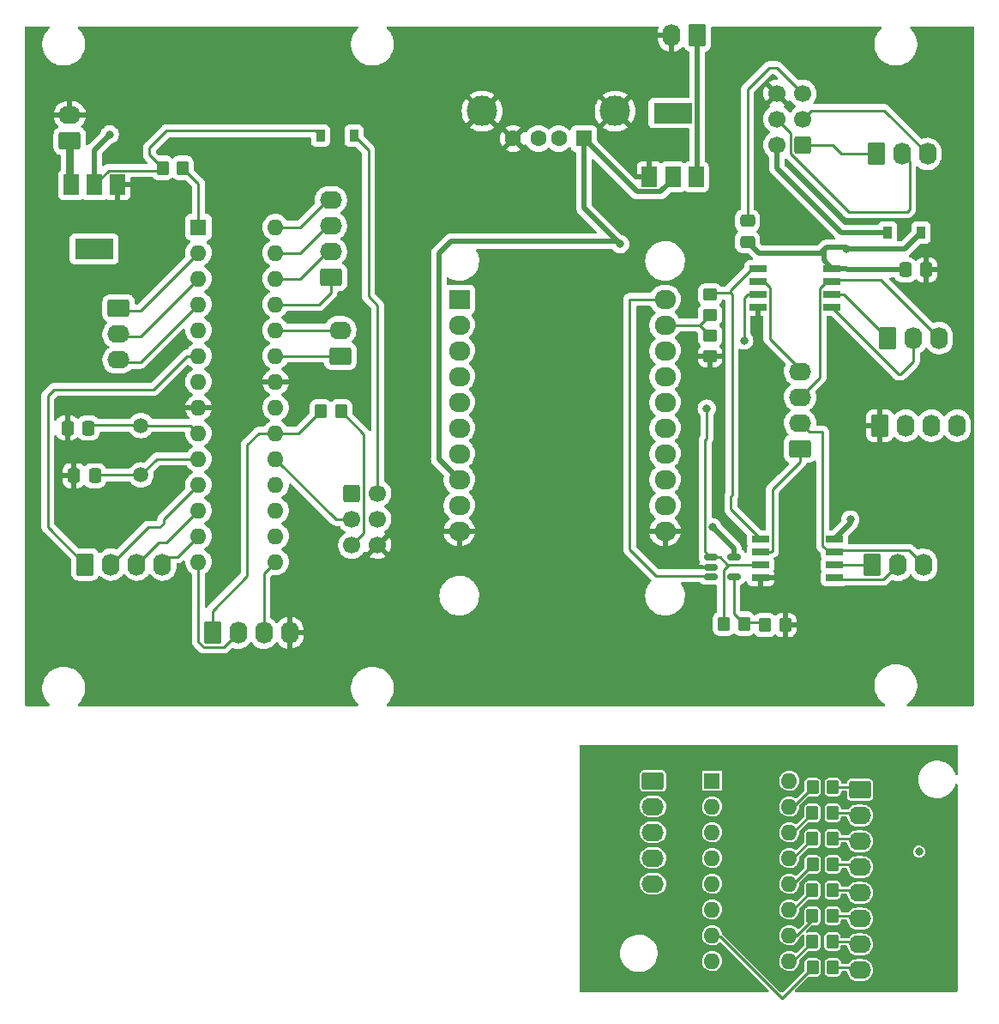
<source format=gtl>
%TF.GenerationSoftware,KiCad,Pcbnew,(6.0.1)*%
%TF.CreationDate,2022-03-10T19:24:07-06:00*%
%TF.ProjectId,arliang2_good2go,61726c69-616e-4673-925f-676f6f643267,rev?*%
%TF.SameCoordinates,Original*%
%TF.FileFunction,Copper,L1,Top*%
%TF.FilePolarity,Positive*%
%FSLAX46Y46*%
G04 Gerber Fmt 4.6, Leading zero omitted, Abs format (unit mm)*
G04 Created by KiCad (PCBNEW (6.0.1)) date 2022-03-10 19:24:07*
%MOMM*%
%LPD*%
G01*
G04 APERTURE LIST*
G04 Aperture macros list*
%AMRoundRect*
0 Rectangle with rounded corners*
0 $1 Rounding radius*
0 $2 $3 $4 $5 $6 $7 $8 $9 X,Y pos of 4 corners*
0 Add a 4 corners polygon primitive as box body*
4,1,4,$2,$3,$4,$5,$6,$7,$8,$9,$2,$3,0*
0 Add four circle primitives for the rounded corners*
1,1,$1+$1,$2,$3*
1,1,$1+$1,$4,$5*
1,1,$1+$1,$6,$7*
1,1,$1+$1,$8,$9*
0 Add four rect primitives between the rounded corners*
20,1,$1+$1,$2,$3,$4,$5,0*
20,1,$1+$1,$4,$5,$6,$7,0*
20,1,$1+$1,$6,$7,$8,$9,0*
20,1,$1+$1,$8,$9,$2,$3,0*%
G04 Aperture macros list end*
%TA.AperFunction,SMDPad,CuDef*%
%ADD10RoundRect,0.250000X-0.350000X-0.450000X0.350000X-0.450000X0.350000X0.450000X-0.350000X0.450000X0*%
%TD*%
%TA.AperFunction,ComponentPad*%
%ADD11RoundRect,0.250000X-0.620000X-0.845000X0.620000X-0.845000X0.620000X0.845000X-0.620000X0.845000X0*%
%TD*%
%TA.AperFunction,ComponentPad*%
%ADD12O,1.740000X2.190000*%
%TD*%
%TA.AperFunction,ComponentPad*%
%ADD13C,1.500000*%
%TD*%
%TA.AperFunction,SMDPad,CuDef*%
%ADD14RoundRect,0.250000X0.350000X0.450000X-0.350000X0.450000X-0.350000X-0.450000X0.350000X-0.450000X0*%
%TD*%
%TA.AperFunction,ComponentPad*%
%ADD15R,2.100000X1.900000*%
%TD*%
%TA.AperFunction,ComponentPad*%
%ADD16O,2.100000X1.900000*%
%TD*%
%TA.AperFunction,ComponentPad*%
%ADD17R,1.600000X1.600000*%
%TD*%
%TA.AperFunction,ComponentPad*%
%ADD18O,1.600000X1.600000*%
%TD*%
%TA.AperFunction,ComponentPad*%
%ADD19RoundRect,0.250000X0.620000X0.845000X-0.620000X0.845000X-0.620000X-0.845000X0.620000X-0.845000X0*%
%TD*%
%TA.AperFunction,ComponentPad*%
%ADD20RoundRect,0.250000X0.600000X0.600000X-0.600000X0.600000X-0.600000X-0.600000X0.600000X-0.600000X0*%
%TD*%
%TA.AperFunction,ComponentPad*%
%ADD21C,1.700000*%
%TD*%
%TA.AperFunction,SMDPad,CuDef*%
%ADD22R,1.700000X0.650000*%
%TD*%
%TA.AperFunction,ComponentPad*%
%ADD23RoundRect,0.250000X0.845000X-0.620000X0.845000X0.620000X-0.845000X0.620000X-0.845000X-0.620000X0*%
%TD*%
%TA.AperFunction,ComponentPad*%
%ADD24O,2.190000X1.740000*%
%TD*%
%TA.AperFunction,SMDPad,CuDef*%
%ADD25R,0.900000X1.200000*%
%TD*%
%TA.AperFunction,SMDPad,CuDef*%
%ADD26RoundRect,0.250000X0.337500X0.475000X-0.337500X0.475000X-0.337500X-0.475000X0.337500X-0.475000X0*%
%TD*%
%TA.AperFunction,SMDPad,CuDef*%
%ADD27RoundRect,0.250000X-0.450000X0.350000X-0.450000X-0.350000X0.450000X-0.350000X0.450000X0.350000X0*%
%TD*%
%TA.AperFunction,ComponentPad*%
%ADD28C,1.600000*%
%TD*%
%TA.AperFunction,ComponentPad*%
%ADD29C,3.000000*%
%TD*%
%TA.AperFunction,SMDPad,CuDef*%
%ADD30R,1.500000X2.000000*%
%TD*%
%TA.AperFunction,SMDPad,CuDef*%
%ADD31R,3.800000X2.000000*%
%TD*%
%TA.AperFunction,ComponentPad*%
%ADD32RoundRect,0.250000X-0.600000X-0.600000X0.600000X-0.600000X0.600000X0.600000X-0.600000X0.600000X0*%
%TD*%
%TA.AperFunction,SMDPad,CuDef*%
%ADD33RoundRect,0.250000X0.475000X-0.337500X0.475000X0.337500X-0.475000X0.337500X-0.475000X-0.337500X0*%
%TD*%
%TA.AperFunction,SMDPad,CuDef*%
%ADD34RoundRect,0.150000X-0.512500X-0.150000X0.512500X-0.150000X0.512500X0.150000X-0.512500X0.150000X0*%
%TD*%
%TA.AperFunction,ComponentPad*%
%ADD35RoundRect,0.250000X-0.845000X0.620000X-0.845000X-0.620000X0.845000X-0.620000X0.845000X0.620000X0*%
%TD*%
%TA.AperFunction,ViaPad*%
%ADD36C,0.800000*%
%TD*%
%TA.AperFunction,Conductor*%
%ADD37C,0.508000*%
%TD*%
%TA.AperFunction,Conductor*%
%ADD38C,0.254000*%
%TD*%
%TA.AperFunction,Conductor*%
%ADD39C,0.250000*%
%TD*%
%TA.AperFunction,Conductor*%
%ADD40C,0.762000*%
%TD*%
G04 APERTURE END LIST*
D10*
%TO.P,R11,1*%
%TO.N,Net-(R11-Pad1)*%
X176054000Y-129413000D03*
%TO.P,R11,2*%
%TO.N,Net-(J16-Pad4)*%
X178054000Y-129413000D03*
%TD*%
D11*
%TO.P,J12,1,Pin_1*%
%TO.N,/MISO2*%
X181930511Y-99871489D03*
D12*
%TO.P,J12,2,Pin_2*%
%TO.N,/MOSI2*%
X184470511Y-99871489D03*
%TO.P,J12,3,Pin_3*%
%TO.N,/SCK2*%
X187010511Y-99871489D03*
%TD*%
D10*
%TO.P,R4,1*%
%TO.N,Net-(R3-Pad2)*%
X171339000Y-105791000D03*
%TO.P,R4,2*%
%TO.N,GND*%
X173339000Y-105791000D03*
%TD*%
D13*
%TO.P,Y1,1,1*%
%TO.N,Net-(C1-Pad1)*%
X109728000Y-86106000D03*
%TO.P,Y1,2,2*%
%TO.N,Net-(C2-Pad1)*%
X109728000Y-90986000D03*
%TD*%
D10*
%TO.P,R14,1*%
%TO.N,Net-(R14-Pad1)*%
X176022000Y-137033000D03*
%TO.P,R14,2*%
%TO.N,Net-(J16-Pad7)*%
X178022000Y-137033000D03*
%TD*%
D14*
%TO.P,R1,1*%
%TO.N,Net-(R1-Pad1)*%
X113867511Y-60706000D03*
%TO.P,R1,2*%
%TO.N,+5V*%
X111867511Y-60706000D03*
%TD*%
D15*
%TO.P,A1,1,~{RST}*%
%TO.N,unconnected-(A1-Pad1)*%
X141163511Y-73684489D03*
D16*
%TO.P,A1,2,A*%
%TO.N,unconnected-(A1-Pad2)*%
X141163511Y-76224489D03*
%TO.P,A1,3,EN*%
%TO.N,unconnected-(A1-Pad3)*%
X141163511Y-78764489D03*
%TO.P,A1,4,16*%
%TO.N,unconnected-(A1-Pad4)*%
X141163511Y-81304489D03*
%TO.P,A1,5,14*%
%TO.N,unconnected-(A1-Pad5)*%
X141163511Y-83844489D03*
%TO.P,A1,6,12*%
%TO.N,unconnected-(A1-Pad6)*%
X141163511Y-86384489D03*
%TO.P,A1,7,13*%
%TO.N,unconnected-(A1-Pad7)*%
X141163511Y-88924489D03*
%TO.P,A1,8,V+*%
%TO.N,+5V*%
X141163511Y-91464489D03*
%TO.P,A1,9,VBat*%
%TO.N,unconnected-(A1-Pad9)*%
X141163511Y-94004489D03*
%TO.P,A1,10,GND*%
%TO.N,GND*%
X141163511Y-96544489D03*
%TO.P,A1,11,GND*%
X161483511Y-96544489D03*
%TO.P,A1,12,LDO*%
%TO.N,unconnected-(A1-Pad12)*%
X161483511Y-94004489D03*
%TO.P,A1,13,3V*%
%TO.N,unconnected-(A1-Pad13)*%
X161483511Y-91464489D03*
%TO.P,A1,14,15*%
%TO.N,unconnected-(A1-Pad14)*%
X161483511Y-88924489D03*
%TO.P,A1,15,2*%
%TO.N,unconnected-(A1-Pad15)*%
X161483511Y-86384489D03*
%TO.P,A1,16,0*%
%TO.N,unconnected-(A1-Pad16)*%
X161483511Y-83844489D03*
%TO.P,A1,17,4*%
%TO.N,unconnected-(A1-Pad17)*%
X161483511Y-81304489D03*
%TO.P,A1,18,5*%
%TO.N,unconnected-(A1-Pad18)*%
X161483511Y-78764489D03*
%TO.P,A1,19,RX*%
%TO.N,Net-(A1-Pad19)*%
X161483511Y-76224489D03*
%TO.P,A1,20,TX*%
%TO.N,Net-(A1-Pad20)*%
X161483511Y-73684489D03*
%TD*%
D17*
%TO.P,U1,1,~{RESET}/PC6*%
%TO.N,Net-(R1-Pad1)*%
X115417511Y-66558000D03*
D18*
%TO.P,U1,2,PD0*%
%TO.N,/S0*%
X115417511Y-69098000D03*
%TO.P,U1,3,PD1*%
%TO.N,/S1*%
X115417511Y-71638000D03*
%TO.P,U1,4,PD2*%
%TO.N,/S2*%
X115417511Y-74178000D03*
%TO.P,U1,5,PD3*%
%TO.N,unconnected-(U1-Pad5)*%
X115417511Y-76718000D03*
%TO.P,U1,6,PD4*%
%TO.N,/card in1*%
X115417511Y-79258000D03*
%TO.P,U1,7,VCC*%
%TO.N,+5V*%
X115417511Y-81798000D03*
%TO.P,U1,8,GND*%
%TO.N,GND*%
X115417511Y-84338000D03*
%TO.P,U1,9,XTAL1/PB6*%
%TO.N,Net-(C1-Pad1)*%
X115417511Y-86878000D03*
%TO.P,U1,10,XTAL2/PB7*%
%TO.N,Net-(C2-Pad1)*%
X115417511Y-89418000D03*
%TO.P,U1,11,PD5*%
%TO.N,/card out1*%
X115417511Y-91958000D03*
%TO.P,U1,12,PD6*%
%TO.N,/cam in1*%
X115417511Y-94498000D03*
%TO.P,U1,13,PD7*%
%TO.N,/cam out1*%
X115417511Y-97038000D03*
%TO.P,U1,14,PB0*%
%TO.N,/SK*%
X115417511Y-99578000D03*
%TO.P,U1,15,PB1*%
%TO.N,/DT*%
X123037511Y-99578000D03*
%TO.P,U1,16,PB2*%
%TO.N,unconnected-(U1-Pad16)*%
X123037511Y-97038000D03*
%TO.P,U1,17,PB3*%
%TO.N,/MOSI*%
X123037511Y-94498000D03*
%TO.P,U1,18,PB4*%
%TO.N,/MISO*%
X123037511Y-91958000D03*
%TO.P,U1,19,PB5*%
%TO.N,/SCK*%
X123037511Y-89418000D03*
%TO.P,U1,20,AVCC*%
%TO.N,+5V*%
X123037511Y-86878000D03*
%TO.P,U1,21,AREF*%
%TO.N,unconnected-(U1-Pad21)*%
X123037511Y-84338000D03*
%TO.P,U1,22,GND*%
%TO.N,GND*%
X123037511Y-81798000D03*
%TO.P,U1,23,PC0*%
%TO.N,/B0*%
X123037511Y-79258000D03*
%TO.P,U1,24,PC1*%
%TO.N,/B1*%
X123037511Y-76718000D03*
%TO.P,U1,25,PC2*%
%TO.N,/Dispenser1*%
X123037511Y-74178000D03*
%TO.P,U1,26,PC3*%
%TO.N,/Dispenser2*%
X123037511Y-71638000D03*
%TO.P,U1,27,PC4*%
%TO.N,/DispenserIR*%
X123037511Y-69098000D03*
%TO.P,U1,28,PC5*%
%TO.N,/Collector Motor*%
X123037511Y-66558000D03*
%TD*%
D19*
%TO.P,J8,1,Pin_1*%
%TO.N,Net-(J8-Pad1)*%
X164658511Y-47649489D03*
D12*
%TO.P,J8,2,Pin_2*%
%TO.N,GND*%
X162118511Y-47649489D03*
%TD*%
D11*
%TO.P,J2,1,Pin_1*%
%TO.N,/card in1*%
X104231511Y-99822000D03*
D12*
%TO.P,J2,2,Pin_2*%
%TO.N,/card out1*%
X106771511Y-99822000D03*
%TO.P,J2,3,Pin_3*%
%TO.N,/cam in1*%
X109311511Y-99822000D03*
%TO.P,J2,4,Pin_4*%
%TO.N,/cam out1*%
X111851511Y-99822000D03*
%TD*%
D20*
%TO.P,J15,1,MISO*%
%TO.N,/MISO*%
X175072511Y-58444489D03*
D21*
%TO.P,J15,2,VCC*%
%TO.N,Net-(D2-Pad2)*%
X172532511Y-58444489D03*
%TO.P,J15,3,SCK*%
%TO.N,/SCK*%
X175072511Y-55904489D03*
%TO.P,J15,4,MOSI*%
%TO.N,/MOSI*%
X172532511Y-55904489D03*
%TO.P,J15,5,~{RST}*%
%TO.N,/RST*%
X175072511Y-53364489D03*
%TO.P,J15,6,GND*%
%TO.N,GND*%
X172532511Y-53364489D03*
%TD*%
D22*
%TO.P,U5,1,~{RESET}/PB5*%
%TO.N,/CTX1*%
X170660511Y-70631489D03*
%TO.P,U5,2,XTAL1/PB3*%
%TO.N,/cam out*%
X170660511Y-71901489D03*
%TO.P,U5,3,XTAL2/PB4*%
%TO.N,/CRX1*%
X170660511Y-73171489D03*
%TO.P,U5,4,GND*%
%TO.N,GND*%
X170660511Y-74441489D03*
%TO.P,U5,5,AREF/PB0*%
%TO.N,/CRX0*%
X177960511Y-74441489D03*
%TO.P,U5,6,PB1*%
%TO.N,/CTX0*%
X177960511Y-73171489D03*
%TO.P,U5,7,PB2*%
%TO.N,/SCK1*%
X177960511Y-71901489D03*
%TO.P,U5,8,VCC*%
%TO.N,+5V*%
X177960511Y-70631489D03*
%TD*%
D23*
%TO.P,J3,1,Pin_1*%
%TO.N,/Dispenser1*%
X128488511Y-71501000D03*
D24*
%TO.P,J3,2,Pin_2*%
%TO.N,/Dispenser2*%
X128488511Y-68961000D03*
%TO.P,J3,3,Pin_3*%
%TO.N,/DispenserIR*%
X128488511Y-66421000D03*
%TO.P,J3,4,Pin_4*%
%TO.N,/Collector Motor*%
X128488511Y-63881000D03*
%TD*%
D25*
%TO.P,D2,1,K*%
%TO.N,+5V*%
X186755511Y-67080489D03*
%TO.P,D2,2,A*%
%TO.N,Net-(D2-Pad2)*%
X183455511Y-67080489D03*
%TD*%
D26*
%TO.P,C4,1*%
%TO.N,GND*%
X187286011Y-70763489D03*
%TO.P,C4,2*%
%TO.N,+5V*%
X185211011Y-70763489D03*
%TD*%
%TO.P,C2,1*%
%TO.N,Net-(C2-Pad1)*%
X105177500Y-91059000D03*
%TO.P,C2,2*%
%TO.N,GND*%
X103102500Y-91059000D03*
%TD*%
D10*
%TO.P,R13,1*%
%TO.N,Net-(R13-Pad1)*%
X176038000Y-134493000D03*
%TO.P,R13,2*%
%TO.N,Net-(J16-Pad6)*%
X178038000Y-134493000D03*
%TD*%
D27*
%TO.P,R6,1*%
%TO.N,Net-(A1-Pad19)*%
X165928511Y-77256489D03*
%TO.P,R6,2*%
%TO.N,GND*%
X165928511Y-79256489D03*
%TD*%
D17*
%TO.P,J9,1,VBUS*%
%TO.N,+5V*%
X153482511Y-57809489D03*
D28*
%TO.P,J9,2,D-*%
%TO.N,/MISO2*%
X150982511Y-57809489D03*
%TO.P,J9,3,D+*%
%TO.N,/MOSI2*%
X148982511Y-57809489D03*
%TO.P,J9,4,GND*%
%TO.N,GND*%
X146482511Y-57809489D03*
D29*
%TO.P,J9,5,Shield*%
X143412511Y-55099489D03*
X156552511Y-55099489D03*
%TD*%
D30*
%TO.P,U2,1,GND*%
%TO.N,GND*%
X107420511Y-62382000D03*
%TO.P,U2,2,VO*%
%TO.N,+5V*%
X105120511Y-62382000D03*
%TO.P,U2,3,VI*%
%TO.N,Net-(J5-Pad1)*%
X102820511Y-62382000D03*
D31*
%TO.P,U2,4*%
%TO.N,N/C*%
X105120511Y-68682000D03*
%TD*%
D10*
%TO.P,R8,1*%
%TO.N,Net-(R8-Pad1)*%
X176054000Y-121793000D03*
%TO.P,R8,2*%
%TO.N,Net-(J16-Pad1)*%
X178054000Y-121793000D03*
%TD*%
D11*
%TO.P,J13,1,Pin_1*%
%TO.N,GND*%
X182692511Y-86130489D03*
D12*
%TO.P,J13,2,Pin_2*%
%TO.N,/CTX0*%
X185232511Y-86130489D03*
%TO.P,J13,3,Pin_3*%
%TO.N,/CRX0*%
X187772511Y-86130489D03*
%TO.P,J13,4,Pin_4*%
%TO.N,+5V*%
X190312511Y-86130489D03*
%TD*%
D11*
%TO.P,J1,1,Pin_1*%
%TO.N,+5V*%
X116804511Y-106553000D03*
D12*
%TO.P,J1,2,Pin_2*%
%TO.N,/SK*%
X119344511Y-106553000D03*
%TO.P,J1,3,Pin_3*%
%TO.N,/DT*%
X121884511Y-106553000D03*
%TO.P,J1,4,Pin_4*%
%TO.N,GND*%
X124424511Y-106553000D03*
%TD*%
D32*
%TO.P,J4,1,MISO*%
%TO.N,/MISO*%
X130565500Y-92832000D03*
D21*
%TO.P,J4,2,VCC*%
%TO.N,Net-(D1-Pad2)*%
X133105500Y-92832000D03*
%TO.P,J4,3,SCK*%
%TO.N,/SCK*%
X130565500Y-95372000D03*
%TO.P,J4,4,MOSI*%
%TO.N,/MOSI*%
X133105500Y-95372000D03*
%TO.P,J4,5,~{RST}*%
%TO.N,/RST*%
X130565500Y-97912000D03*
%TO.P,J4,6,GND*%
%TO.N,GND*%
X133105500Y-97912000D03*
%TD*%
D11*
%TO.P,J10,1,Pin_1*%
%TO.N,/MISO*%
X182311511Y-59333489D03*
D12*
%TO.P,J10,2,Pin_2*%
%TO.N,/MOSI*%
X184851511Y-59333489D03*
%TO.P,J10,3,Pin_3*%
%TO.N,/SCK*%
X187391511Y-59333489D03*
%TD*%
D17*
%TO.P,U7,1,A0*%
%TO.N,Net-(J17-Pad2)*%
X166132000Y-121158000D03*
D18*
%TO.P,U7,2,A1*%
%TO.N,Net-(J17-Pad3)*%
X166132000Y-123698000D03*
%TO.P,U7,3,A2*%
%TO.N,Net-(J17-Pad4)*%
X166132000Y-126238000D03*
%TO.P,U7,4,~{LE}*%
%TO.N,GND*%
X166132000Y-128778000D03*
%TO.P,U7,5,~{E1}*%
X166132000Y-131318000D03*
%TO.P,U7,6,E2*%
%TO.N,+5V*%
X166132000Y-133858000D03*
%TO.P,U7,7,~{Y7}*%
%TO.N,Net-(R15-Pad1)*%
X166132000Y-136398000D03*
%TO.P,U7,8,GND*%
%TO.N,GND*%
X166132000Y-138938000D03*
%TO.P,U7,9,~{Y6}*%
%TO.N,Net-(R14-Pad1)*%
X173752000Y-138938000D03*
%TO.P,U7,10,~{Y5}*%
%TO.N,Net-(R13-Pad1)*%
X173752000Y-136398000D03*
%TO.P,U7,11,~{Y4}*%
%TO.N,Net-(R12-Pad1)*%
X173752000Y-133858000D03*
%TO.P,U7,12,~{Y3}*%
%TO.N,Net-(R11-Pad1)*%
X173752000Y-131318000D03*
%TO.P,U7,13,~{Y2}*%
%TO.N,Net-(R10-Pad1)*%
X173752000Y-128778000D03*
%TO.P,U7,14,~{Y1}*%
%TO.N,Net-(R9-Pad1)*%
X173752000Y-126238000D03*
%TO.P,U7,15,~{Y0}*%
%TO.N,Net-(R8-Pad1)*%
X173752000Y-123698000D03*
%TO.P,U7,16,VCC*%
%TO.N,+5V*%
X173752000Y-121158000D03*
%TD*%
D10*
%TO.P,R15,1*%
%TO.N,Net-(R15-Pad1)*%
X176054000Y-139573000D03*
%TO.P,R15,2*%
%TO.N,Net-(J16-Pad8)*%
X178054000Y-139573000D03*
%TD*%
%TO.P,R12,1*%
%TO.N,Net-(R12-Pad1)*%
X176038000Y-131953000D03*
%TO.P,R12,2*%
%TO.N,Net-(J16-Pad5)*%
X178038000Y-131953000D03*
%TD*%
D33*
%TO.P,R7,1*%
%TO.N,+5V*%
X169611511Y-67990989D03*
%TO.P,R7,2*%
%TO.N,/RST*%
X169611511Y-65915989D03*
%TD*%
D10*
%TO.P,R10,1*%
%TO.N,Net-(R10-Pad1)*%
X176038000Y-126873000D03*
%TO.P,R10,2*%
%TO.N,Net-(J16-Pad3)*%
X178038000Y-126873000D03*
%TD*%
D22*
%TO.P,U3,1,~{RESET}/PB5*%
%TO.N,/CTX1*%
X170914511Y-97306489D03*
%TO.P,U3,2,XTAL1/PB3*%
%TO.N,/card in*%
X170914511Y-98576489D03*
%TO.P,U3,3,XTAL2/PB4*%
%TO.N,/CRX1*%
X170914511Y-99846489D03*
%TO.P,U3,4,GND*%
%TO.N,GND*%
X170914511Y-101116489D03*
%TO.P,U3,5,AREF/PB0*%
%TO.N,/MOSI2*%
X178214511Y-101116489D03*
%TO.P,U3,6,PB1*%
%TO.N,/MISO2*%
X178214511Y-99846489D03*
%TO.P,U3,7,PB2*%
%TO.N,/SCK2*%
X178214511Y-98576489D03*
%TO.P,U3,8,VCC*%
%TO.N,+5V*%
X178214511Y-97306489D03*
%TD*%
D25*
%TO.P,D1,1,K*%
%TO.N,+5V*%
X127473511Y-57531000D03*
%TO.P,D1,2,A*%
%TO.N,Net-(D1-Pad2)*%
X130773511Y-57531000D03*
%TD*%
D10*
%TO.P,R3,1*%
%TO.N,/CRX1*%
X167275000Y-105664000D03*
%TO.P,R3,2*%
%TO.N,Net-(R3-Pad2)*%
X169275000Y-105664000D03*
%TD*%
D30*
%TO.P,U4,1,GND*%
%TO.N,GND*%
X159945511Y-61594489D03*
%TO.P,U4,2,VO*%
%TO.N,+5V*%
X162245511Y-61594489D03*
%TO.P,U4,3,VI*%
%TO.N,Net-(J8-Pad1)*%
X164545511Y-61594489D03*
D31*
%TO.P,U4,4*%
%TO.N,N/C*%
X162245511Y-55294489D03*
%TD*%
D23*
%TO.P,J14,1,Pin_1*%
%TO.N,/card in*%
X174818511Y-88416489D03*
D24*
%TO.P,J14,2,Pin_2*%
%TO.N,/SCK2*%
X174818511Y-85876489D03*
%TO.P,J14,3,Pin_3*%
%TO.N,/SCK1*%
X174818511Y-83336489D03*
%TO.P,J14,4,Pin_4*%
%TO.N,/cam out*%
X174818511Y-80796489D03*
%TD*%
D34*
%TO.P,U6,1*%
%TO.N,/CRX1*%
X165994500Y-99126000D03*
%TO.P,U6,2,V-*%
%TO.N,GND*%
X165994500Y-100076000D03*
%TO.P,U6,3,+*%
%TO.N,Net-(A1-Pad20)*%
X165994500Y-101026000D03*
%TO.P,U6,4,-*%
%TO.N,Net-(R3-Pad2)*%
X168269500Y-101026000D03*
%TO.P,U6,5,V+*%
%TO.N,+5V*%
X168269500Y-99126000D03*
%TD*%
D10*
%TO.P,R9,1*%
%TO.N,Net-(R9-Pad1)*%
X176038000Y-124333000D03*
%TO.P,R9,2*%
%TO.N,Net-(J16-Pad2)*%
X178038000Y-124333000D03*
%TD*%
D11*
%TO.P,J11,1,Pin_1*%
%TO.N,/CTX0*%
X183454511Y-77494489D03*
D12*
%TO.P,J11,2,Pin_2*%
%TO.N,/CRX0*%
X185994511Y-77494489D03*
%TO.P,J11,3,Pin_3*%
%TO.N,/SCK1*%
X188534511Y-77494489D03*
%TD*%
D23*
%TO.P,J7,1,Pin_1*%
%TO.N,/B0*%
X129413000Y-79248000D03*
D24*
%TO.P,J7,2,Pin_2*%
%TO.N,/B1*%
X129413000Y-76708000D03*
%TD*%
D35*
%TO.P,J6,1,Pin_1*%
%TO.N,/S0*%
X107533511Y-74549000D03*
D24*
%TO.P,J6,2,Pin_2*%
%TO.N,/S1*%
X107533511Y-77089000D03*
%TO.P,J6,3,Pin_3*%
%TO.N,/S2*%
X107533511Y-79629000D03*
%TD*%
D26*
%TO.P,C1,1*%
%TO.N,Net-(C1-Pad1)*%
X104542500Y-86360000D03*
%TO.P,C1,2*%
%TO.N,GND*%
X102467500Y-86360000D03*
%TD*%
D10*
%TO.P,R2,1*%
%TO.N,+5V*%
X127488511Y-84709000D03*
%TO.P,R2,2*%
%TO.N,/RST*%
X129488511Y-84709000D03*
%TD*%
D27*
%TO.P,R5,1*%
%TO.N,/CTX1*%
X165928511Y-73192489D03*
%TO.P,R5,2*%
%TO.N,Net-(A1-Pad19)*%
X165928511Y-75192489D03*
%TD*%
D23*
%TO.P,J5,1,Pin_1*%
%TO.N,Net-(J5-Pad1)*%
X102707511Y-58039000D03*
D24*
%TO.P,J5,2,Pin_2*%
%TO.N,GND*%
X102707511Y-55499000D03*
%TD*%
D35*
%TO.P,J16,1,Pin_1*%
%TO.N,Net-(J16-Pad1)*%
X180737000Y-122047000D03*
D24*
%TO.P,J16,2,Pin_2*%
%TO.N,Net-(J16-Pad2)*%
X180737000Y-124587000D03*
%TO.P,J16,3,Pin_3*%
%TO.N,Net-(J16-Pad3)*%
X180737000Y-127127000D03*
%TO.P,J16,4,Pin_4*%
%TO.N,Net-(J16-Pad4)*%
X180737000Y-129667000D03*
%TO.P,J16,5,Pin_5*%
%TO.N,Net-(J16-Pad5)*%
X180737000Y-132207000D03*
%TO.P,J16,6,Pin_6*%
%TO.N,Net-(J16-Pad6)*%
X180737000Y-134747000D03*
%TO.P,J16,7,Pin_7*%
%TO.N,Net-(J16-Pad7)*%
X180737000Y-137287000D03*
%TO.P,J16,8,Pin_8*%
%TO.N,Net-(J16-Pad8)*%
X180737000Y-139827000D03*
%TD*%
D35*
%TO.P,J17,1,Pin_1*%
%TO.N,+5V*%
X160290000Y-121158000D03*
D24*
%TO.P,J17,2,Pin_2*%
%TO.N,Net-(J17-Pad2)*%
X160290000Y-123698000D03*
%TO.P,J17,3,Pin_3*%
%TO.N,Net-(J17-Pad3)*%
X160290000Y-126238000D03*
%TO.P,J17,4,Pin_4*%
%TO.N,Net-(J17-Pad4)*%
X160290000Y-128778000D03*
%TO.P,J17,5,Pin_5*%
%TO.N,GND*%
X160290000Y-131318000D03*
%TD*%
D36*
%TO.N,+5V*%
X166182511Y-96163489D03*
X106644511Y-57404000D03*
X179390511Y-68731489D03*
X157038511Y-68223489D03*
X179771511Y-95401489D03*
%TO.N,GND*%
X176022000Y-107442000D03*
X113375511Y-50292000D03*
X138013511Y-69342000D03*
X175514000Y-93599000D03*
X170307000Y-88392000D03*
X125186511Y-60579000D03*
X163830000Y-89789000D03*
X165481000Y-68199000D03*
X147386511Y-62508489D03*
X145354511Y-85749489D03*
X112613511Y-67437000D03*
X108676511Y-105918000D03*
X99151511Y-91059000D03*
X178308000Y-84582000D03*
X186563000Y-128143000D03*
%TO.N,/CRX1*%
X169291000Y-77724000D03*
X165608000Y-84455000D03*
%TD*%
D37*
%TO.N,+5V*%
X179771511Y-95401489D02*
X179771511Y-95749489D01*
D38*
X126965511Y-57023000D02*
X112268000Y-57023000D01*
D39*
X125319511Y-86878000D02*
X123037511Y-86878000D01*
D38*
X127473511Y-57531000D02*
X126965511Y-57023000D01*
D37*
X105120511Y-58928000D02*
X106644511Y-57404000D01*
X139131511Y-69143792D02*
X139131511Y-89432489D01*
X179200011Y-68540989D02*
X177422011Y-68540989D01*
D38*
X106542511Y-60960000D02*
X111613511Y-60960000D01*
D37*
X105120511Y-62382000D02*
X105120511Y-58928000D01*
D38*
X116804511Y-104394000D02*
X120233511Y-100965000D01*
D37*
X176850511Y-69112489D02*
X170733011Y-69112489D01*
D38*
X121366511Y-86878000D02*
X123037511Y-86878000D01*
X105120511Y-62382000D02*
X106542511Y-60960000D01*
X116804511Y-106553000D02*
X116804511Y-104394000D01*
D37*
X139131511Y-89432489D02*
X141163511Y-91464489D01*
X179771511Y-95749489D02*
X178214511Y-97306489D01*
X176850511Y-69112489D02*
X177422011Y-68540989D01*
X185104511Y-68731489D02*
X186755511Y-67080489D01*
X177168011Y-68794989D02*
X177168011Y-69838989D01*
D38*
X120233511Y-88011000D02*
X121366511Y-86878000D01*
D37*
X153482511Y-57809489D02*
X153482511Y-64667489D01*
X156735990Y-67920968D02*
X140354335Y-67920968D01*
X177168011Y-69838989D02*
X177960511Y-70631489D01*
X179374011Y-70631489D02*
X179506011Y-70763489D01*
D38*
X110581511Y-58709489D02*
X110581511Y-59420000D01*
D37*
X179506011Y-70763489D02*
X185211011Y-70763489D01*
X140354335Y-67920968D02*
X139131511Y-69143792D01*
X161042000Y-63048000D02*
X158721022Y-63048000D01*
X153482511Y-64667489D02*
X157038511Y-68223489D01*
X162245511Y-61844489D02*
X161042000Y-63048000D01*
D39*
X127488511Y-84709000D02*
X125319511Y-86878000D01*
D37*
X177960511Y-70631489D02*
X179374011Y-70631489D01*
X158721022Y-63048000D02*
X153482511Y-57809489D01*
D38*
X120233511Y-100965000D02*
X120233511Y-88011000D01*
X112268000Y-57023000D02*
X110581511Y-58709489D01*
D37*
X170733011Y-69112489D02*
X169611511Y-67990989D01*
D38*
X110581511Y-59420000D02*
X111867511Y-60706000D01*
D37*
X168269500Y-99126000D02*
X168269500Y-98250478D01*
X179390511Y-68731489D02*
X179200011Y-68540989D01*
X168269500Y-98250478D02*
X166182511Y-96163489D01*
X179390511Y-68731489D02*
X185104511Y-68731489D01*
D39*
%TO.N,Net-(D1-Pad2)*%
X132207000Y-61087000D02*
X132207000Y-73387000D01*
D38*
X132207000Y-61087000D02*
X132207000Y-58964489D01*
D39*
X133105500Y-74285500D02*
X133105500Y-92832000D01*
X132207000Y-73387000D02*
X133105500Y-74285500D01*
D38*
X132207000Y-58964489D02*
X130773511Y-57531000D01*
%TO.N,/MISO*%
X178882511Y-59333489D02*
X177993511Y-58444489D01*
X182311511Y-59333489D02*
X178882511Y-59333489D01*
X177993511Y-58444489D02*
X175072511Y-58444489D01*
%TO.N,/SCK*%
X175072511Y-55904489D02*
X175922511Y-55054489D01*
X183112511Y-55054489D02*
X187391511Y-59333489D01*
D39*
X130565500Y-95372000D02*
X128991511Y-95372000D01*
D38*
X175922511Y-55054489D02*
X183112511Y-55054489D01*
D39*
X128991511Y-95372000D02*
X123037511Y-89418000D01*
D38*
%TO.N,/MOSI*%
X173895991Y-57267969D02*
X173895991Y-59283291D01*
X172532511Y-55904489D02*
X173895991Y-57267969D01*
X173895991Y-59283291D02*
X179661189Y-65048489D01*
X185613511Y-64794489D02*
X185613511Y-60095489D01*
X185613511Y-60095489D02*
X184851511Y-59333489D01*
X185359511Y-65048489D02*
X185613511Y-64794489D01*
X179661189Y-65048489D02*
X185359511Y-65048489D01*
%TO.N,/RST*%
X172532511Y-50824489D02*
X175072511Y-53364489D01*
D39*
X131740011Y-86960500D02*
X129488511Y-84709000D01*
X131740011Y-96737489D02*
X131740011Y-86960500D01*
D38*
X171770511Y-50824489D02*
X172532511Y-50824489D01*
D39*
X130565500Y-97912000D02*
X131740011Y-96737489D01*
D38*
X169611511Y-65915989D02*
X169611511Y-52983489D01*
X169611511Y-52983489D02*
X171770511Y-50824489D01*
D40*
%TO.N,Net-(J5-Pad1)*%
X102707511Y-58039000D02*
X102707511Y-62269000D01*
D38*
%TO.N,Net-(R1-Pad1)*%
X113867511Y-60706000D02*
X115417511Y-62256000D01*
X115417511Y-62256000D02*
X115417511Y-66558000D01*
%TO.N,/Dispenser1*%
X123037511Y-74178000D02*
X127335511Y-74178000D01*
X128488511Y-73025000D02*
X128488511Y-71501000D01*
X127335511Y-74178000D02*
X128488511Y-73025000D01*
%TO.N,/Dispenser2*%
X123037511Y-71638000D02*
X125450511Y-71638000D01*
X125450511Y-71638000D02*
X128127511Y-68961000D01*
%TO.N,/DispenserIR*%
X123037511Y-69098000D02*
X125450511Y-69098000D01*
X125450511Y-69098000D02*
X128127511Y-66421000D01*
%TO.N,/Collector Motor*%
X123037511Y-66558000D02*
X125450511Y-66558000D01*
X125450511Y-66558000D02*
X128127511Y-63881000D01*
%TO.N,/card in*%
X171897511Y-98576489D02*
X172091022Y-98382978D01*
X174818511Y-89686489D02*
X172091022Y-92413978D01*
X174818511Y-88416489D02*
X174818511Y-89686489D01*
X170914511Y-98576489D02*
X171897511Y-98576489D01*
X172091022Y-92413978D02*
X172091022Y-98382978D01*
X172091022Y-98382978D02*
X172091022Y-98509978D01*
%TO.N,/cam out*%
X171837022Y-77561000D02*
X174818511Y-80542489D01*
X171837022Y-72519978D02*
X171837022Y-77561000D01*
X171218533Y-71901489D02*
X171837022Y-72519978D01*
%TO.N,/S0*%
X107787511Y-74803000D02*
X109712511Y-74803000D01*
X109712511Y-74803000D02*
X115417511Y-69098000D01*
%TO.N,/S1*%
X109712511Y-77343000D02*
X115417511Y-71638000D01*
X107787511Y-77343000D02*
X109712511Y-77343000D01*
%TO.N,/B0*%
X123037511Y-79258000D02*
X129403000Y-79258000D01*
%TO.N,/B1*%
X129403000Y-76718000D02*
X123037511Y-76718000D01*
%TO.N,/S2*%
X109712511Y-79883000D02*
X115417511Y-74178000D01*
X107787511Y-79883000D02*
X109712511Y-79883000D01*
%TO.N,/SK*%
X117922991Y-107974520D02*
X115945709Y-107974520D01*
X115945709Y-107974520D02*
X115417511Y-107446322D01*
X119344511Y-106553000D02*
X117922991Y-107974520D01*
X115417511Y-107446322D02*
X115417511Y-99578000D01*
%TO.N,/DT*%
X121884511Y-106553000D02*
X121884511Y-100731000D01*
X121884511Y-100731000D02*
X123037511Y-99578000D01*
%TO.N,Net-(A1-Pad19)*%
X165928511Y-77256489D02*
X164896511Y-76224489D01*
D39*
X164896511Y-76224489D02*
X161483511Y-76224489D01*
X165928511Y-75192489D02*
X164896511Y-76224489D01*
%TO.N,Net-(A1-Pad20)*%
X157988000Y-98298000D02*
X160613489Y-100923489D01*
X160613489Y-100923489D02*
X165891989Y-100923489D01*
X161483511Y-73684489D02*
X157988000Y-73684489D01*
X157988000Y-73684489D02*
X157988000Y-98298000D01*
D37*
%TO.N,Net-(D2-Pad2)*%
X172532511Y-58444489D02*
X172532511Y-60730489D01*
X178882511Y-67080489D02*
X183455511Y-67080489D01*
X172532511Y-60730489D02*
X178882511Y-67080489D01*
D38*
%TO.N,/SCK1*%
X182814991Y-71774969D02*
X178087031Y-71774969D01*
X176784000Y-72553000D02*
X177435511Y-71901489D01*
X176784000Y-81371000D02*
X176784000Y-72553000D01*
X174818511Y-83336489D02*
X176784000Y-81371000D01*
X188534511Y-77494489D02*
X182814991Y-71774969D01*
D37*
%TO.N,Net-(J8-Pad1)*%
X164658511Y-47649489D02*
X164658511Y-61481489D01*
D38*
%TO.N,/CTX0*%
X179131511Y-73171489D02*
X177960511Y-73171489D01*
X183454511Y-77494489D02*
X179131511Y-73171489D01*
%TO.N,/CRX0*%
X185994511Y-79780489D02*
X184724511Y-81050489D01*
X184569511Y-81050489D02*
X177960511Y-74441489D01*
X184724511Y-81050489D02*
X184569511Y-81050489D01*
X185994511Y-77494489D02*
X185994511Y-79780489D01*
%TO.N,/MISO2*%
X178214511Y-99846489D02*
X181905511Y-99846489D01*
%TO.N,/MOSI2*%
X183048991Y-101293009D02*
X178391031Y-101293009D01*
X184470511Y-99871489D02*
X183048991Y-101293009D01*
%TO.N,/SCK2*%
X175707511Y-86765489D02*
X177038000Y-86765489D01*
X174818511Y-85876489D02*
X175707511Y-86765489D01*
X187010511Y-99871489D02*
X185588991Y-98449969D01*
X177038000Y-97958000D02*
X177656489Y-98576489D01*
X185588991Y-98449969D02*
X178341031Y-98449969D01*
X177038000Y-86765489D02*
X177038000Y-97958000D01*
%TO.N,Net-(J16-Pad1)*%
X180483000Y-121793000D02*
X178054000Y-121793000D01*
%TO.N,Net-(J16-Pad2)*%
X178038000Y-124333000D02*
X180483000Y-124333000D01*
%TO.N,Net-(J16-Pad3)*%
X180483000Y-126873000D02*
X178038000Y-126873000D01*
%TO.N,Net-(J16-Pad4)*%
X178054000Y-129413000D02*
X180483000Y-129413000D01*
%TO.N,Net-(J16-Pad5)*%
X180483000Y-131953000D02*
X178038000Y-131953000D01*
%TO.N,Net-(J16-Pad6)*%
X178038000Y-134493000D02*
X180483000Y-134493000D01*
%TO.N,Net-(J16-Pad7)*%
X180483000Y-137033000D02*
X178022000Y-137033000D01*
%TO.N,Net-(J16-Pad8)*%
X178054000Y-139573000D02*
X180483000Y-139573000D01*
D39*
%TO.N,/CRX1*%
X167259000Y-100378978D02*
X167259000Y-105648000D01*
X166935928Y-99126000D02*
X167656417Y-99846489D01*
X165994500Y-99126000D02*
X165458000Y-98589500D01*
X165608000Y-87376000D02*
X165608000Y-84455000D01*
X167791489Y-99846489D02*
X167259000Y-100378978D01*
X165458000Y-98589500D02*
X165458000Y-87526000D01*
X169652511Y-73171489D02*
X170660511Y-73171489D01*
X165994500Y-99126000D02*
X166935928Y-99126000D01*
X167656417Y-99846489D02*
X167791489Y-99846489D01*
X165481000Y-87503000D02*
X165608000Y-87376000D01*
X169291000Y-77724000D02*
X169291000Y-73533000D01*
X170914511Y-99846489D02*
X167791489Y-99846489D01*
X165458000Y-87526000D02*
X165481000Y-87503000D01*
X169291000Y-73533000D02*
X169652511Y-73171489D01*
%TO.N,Net-(R3-Pad2)*%
X169377511Y-105561489D02*
X171109489Y-105561489D01*
X168269500Y-101026000D02*
X168269500Y-104658500D01*
X168269500Y-104658500D02*
X169275000Y-105664000D01*
D38*
%TO.N,/CTX1*%
X167960511Y-94352489D02*
X170914511Y-97306489D01*
D39*
X168087511Y-92988489D02*
X168087511Y-73176489D01*
D38*
X167960511Y-73049489D02*
X166071511Y-73049489D01*
X167960511Y-72773467D02*
X170102489Y-70631489D01*
D39*
X168087511Y-73176489D02*
X167960511Y-73049489D01*
D38*
X167960511Y-93115489D02*
X167960511Y-94352489D01*
X167960511Y-73049489D02*
X167960511Y-72773467D01*
D39*
X167960511Y-93115489D02*
X168087511Y-92988489D01*
%TO.N,Net-(C1-Pad1)*%
X114645511Y-86106000D02*
X115417511Y-86878000D01*
D38*
X109565511Y-86089000D02*
X105010511Y-86089000D01*
D39*
X109728000Y-86106000D02*
X114645511Y-86106000D01*
D38*
X105010511Y-86089000D02*
X104634011Y-86465500D01*
%TO.N,Net-(C2-Pad1)*%
X105486011Y-90969000D02*
X109565511Y-90969000D01*
D39*
X115417511Y-89418000D02*
X111296000Y-89418000D01*
X111296000Y-89418000D02*
X109728000Y-90986000D01*
D38*
%TO.N,Net-(R8-Pad1)*%
X174149000Y-123698000D02*
X176054000Y-121793000D01*
%TO.N,Net-(R9-Pad1)*%
X174133000Y-126238000D02*
X176038000Y-124333000D01*
%TO.N,Net-(R10-Pad1)*%
X174133000Y-128778000D02*
X176038000Y-126873000D01*
%TO.N,Net-(R11-Pad1)*%
X174149000Y-131318000D02*
X176054000Y-129413000D01*
%TO.N,Net-(R12-Pad1)*%
X176038000Y-131953000D02*
X174133000Y-133858000D01*
%TO.N,Net-(R13-Pad1)*%
X174517678Y-136398000D02*
X176038000Y-134877678D01*
X173752000Y-136398000D02*
X174517678Y-136398000D01*
%TO.N,Net-(R14-Pad1)*%
X174117000Y-138938000D02*
X176022000Y-137033000D01*
%TO.N,Net-(R15-Pad1)*%
X173006000Y-142621000D02*
X166925000Y-136540000D01*
X166925000Y-136540000D02*
X166274000Y-136540000D01*
X176054000Y-139573000D02*
X173006000Y-142621000D01*
%TO.N,/card in1*%
X100548511Y-83185000D02*
X100548511Y-96139000D01*
X114286141Y-79258000D02*
X110994141Y-82550000D01*
X115417511Y-79258000D02*
X114286141Y-79258000D01*
X100548511Y-96139000D02*
X104231511Y-99822000D01*
X110994141Y-82550000D02*
X101183511Y-82550000D01*
X101183511Y-82550000D02*
X100548511Y-83185000D01*
%TO.N,/card out1*%
X111587511Y-96149000D02*
X111978511Y-95758000D01*
X111978511Y-95397000D02*
X115417511Y-91958000D01*
X106771511Y-99822000D02*
X110444511Y-96149000D01*
X111978511Y-95758000D02*
X111978511Y-95397000D01*
X110444511Y-96149000D02*
X111587511Y-96149000D01*
%TO.N,/cam in1*%
X112252511Y-97663000D02*
X112105511Y-97663000D01*
X112105511Y-97663000D02*
X112100991Y-97658480D01*
X112100991Y-97658480D02*
X111475031Y-97658480D01*
X111475031Y-97658480D02*
X109311511Y-99822000D01*
X115417511Y-94498000D02*
X112252511Y-97663000D01*
%TO.N,/cam out1*%
X111851511Y-99822000D02*
X112593511Y-99080000D01*
X112593511Y-99080000D02*
X113375511Y-99080000D01*
X113375511Y-99080000D02*
X115417511Y-97038000D01*
%TD*%
%TA.AperFunction,NonConductor*%
G36*
X190315121Y-117622002D02*
G01*
X190361614Y-117675658D01*
X190373000Y-117728000D01*
X190373000Y-120504225D01*
X190352998Y-120572346D01*
X190299342Y-120618839D01*
X190229068Y-120628943D01*
X190164488Y-120599449D01*
X190124611Y-120534173D01*
X190107721Y-120465149D01*
X190106636Y-120460715D01*
X190104069Y-120454376D01*
X190007531Y-120216037D01*
X190007531Y-120216036D01*
X190005818Y-120211808D01*
X189870125Y-119980062D01*
X189759211Y-119841371D01*
X189705251Y-119773897D01*
X189705250Y-119773895D01*
X189702399Y-119770331D01*
X189506154Y-119587009D01*
X189346436Y-119476208D01*
X189289254Y-119436539D01*
X189289249Y-119436536D01*
X189285501Y-119433936D01*
X189281416Y-119431904D01*
X189281413Y-119431902D01*
X189109560Y-119346407D01*
X189045062Y-119314320D01*
X189040728Y-119312899D01*
X189040725Y-119312898D01*
X188794207Y-119232085D01*
X188794202Y-119232084D01*
X188789874Y-119230665D01*
X188785382Y-119229885D01*
X188529064Y-119185380D01*
X188529056Y-119185379D01*
X188525283Y-119184724D01*
X188516622Y-119184293D01*
X188442004Y-119180578D01*
X188441996Y-119180578D01*
X188440433Y-119180500D01*
X188272777Y-119180500D01*
X188270509Y-119180665D01*
X188270497Y-119180665D01*
X188140177Y-119190121D01*
X188073154Y-119194984D01*
X188068699Y-119195968D01*
X188068696Y-119195968D01*
X187815380Y-119251895D01*
X187815376Y-119251896D01*
X187810920Y-119252880D01*
X187685355Y-119300452D01*
X187564059Y-119346407D01*
X187564056Y-119346408D01*
X187559789Y-119348025D01*
X187325024Y-119478426D01*
X187321392Y-119481198D01*
X187115167Y-119638583D01*
X187115163Y-119638587D01*
X187111542Y-119641350D01*
X186923815Y-119833386D01*
X186765775Y-120050509D01*
X186744745Y-120090481D01*
X186642860Y-120284132D01*
X186642857Y-120284138D01*
X186640735Y-120288172D01*
X186639215Y-120292477D01*
X186639213Y-120292481D01*
X186579958Y-120460278D01*
X186551312Y-120541397D01*
X186539870Y-120599449D01*
X186505290Y-120774894D01*
X186499380Y-120804878D01*
X186499153Y-120809431D01*
X186499153Y-120809434D01*
X186488252Y-121028421D01*
X186486028Y-121073095D01*
X186511534Y-121340431D01*
X186512619Y-121344865D01*
X186512620Y-121344871D01*
X186557352Y-121527674D01*
X186575364Y-121601285D01*
X186577076Y-121605511D01*
X186577077Y-121605515D01*
X186643506Y-121769519D01*
X186676182Y-121850192D01*
X186811875Y-122081938D01*
X186901620Y-122194158D01*
X186929084Y-122228500D01*
X186979601Y-122291669D01*
X187175846Y-122474991D01*
X187268039Y-122538948D01*
X187392746Y-122625461D01*
X187392751Y-122625464D01*
X187396499Y-122628064D01*
X187400584Y-122630096D01*
X187400587Y-122630098D01*
X187516718Y-122687872D01*
X187636938Y-122747680D01*
X187641272Y-122749101D01*
X187641275Y-122749102D01*
X187887793Y-122829915D01*
X187887798Y-122829916D01*
X187892126Y-122831335D01*
X187896617Y-122832115D01*
X187896618Y-122832115D01*
X188152936Y-122876620D01*
X188152944Y-122876621D01*
X188156717Y-122877276D01*
X188160554Y-122877467D01*
X188239996Y-122881422D01*
X188240004Y-122881422D01*
X188241567Y-122881500D01*
X188409223Y-122881500D01*
X188411491Y-122881335D01*
X188411503Y-122881335D01*
X188541823Y-122871879D01*
X188608846Y-122867016D01*
X188613301Y-122866032D01*
X188613304Y-122866032D01*
X188866620Y-122810105D01*
X188866624Y-122810104D01*
X188871080Y-122809120D01*
X189041056Y-122744722D01*
X189117941Y-122715593D01*
X189117944Y-122715592D01*
X189122211Y-122713975D01*
X189356976Y-122583574D01*
X189499254Y-122474991D01*
X189566833Y-122423417D01*
X189566837Y-122423413D01*
X189570458Y-122420650D01*
X189758185Y-122228614D01*
X189822320Y-122140502D01*
X189913538Y-122015183D01*
X189913540Y-122015180D01*
X189916225Y-122011491D01*
X189990343Y-121870616D01*
X190039140Y-121777868D01*
X190039143Y-121777862D01*
X190041265Y-121773828D01*
X190100703Y-121605515D01*
X190128191Y-121527674D01*
X190169734Y-121470101D01*
X190235809Y-121444128D01*
X190305437Y-121458001D01*
X190356512Y-121507315D01*
X190373000Y-121569630D01*
X190373000Y-141860000D01*
X190352998Y-141928121D01*
X190299342Y-141974614D01*
X190247000Y-141986000D01*
X174408344Y-141986000D01*
X174340223Y-141965998D01*
X174293730Y-141912342D01*
X174283626Y-141842068D01*
X174313120Y-141777488D01*
X174319249Y-141770905D01*
X175579750Y-140510405D01*
X175642062Y-140476379D01*
X175668845Y-140473500D01*
X176457834Y-140473500D01*
X176475752Y-140471806D01*
X176481722Y-140471242D01*
X176481723Y-140471242D01*
X176489369Y-140470519D01*
X176617184Y-140425634D01*
X176624754Y-140420042D01*
X176624757Y-140420041D01*
X176718579Y-140350742D01*
X176726150Y-140345150D01*
X176738665Y-140328206D01*
X176801041Y-140243757D01*
X176801042Y-140243754D01*
X176806634Y-140236184D01*
X176851519Y-140108369D01*
X176854500Y-140076834D01*
X177253500Y-140076834D01*
X177256481Y-140108369D01*
X177301366Y-140236184D01*
X177306958Y-140243754D01*
X177306959Y-140243757D01*
X177369335Y-140328206D01*
X177381850Y-140345150D01*
X177389421Y-140350742D01*
X177483243Y-140420041D01*
X177483246Y-140420042D01*
X177490816Y-140425634D01*
X177618631Y-140470519D01*
X177626277Y-140471242D01*
X177626278Y-140471242D01*
X177632248Y-140471806D01*
X177650166Y-140473500D01*
X178457834Y-140473500D01*
X178475752Y-140471806D01*
X178481722Y-140471242D01*
X178481723Y-140471242D01*
X178489369Y-140470519D01*
X178617184Y-140425634D01*
X178624754Y-140420042D01*
X178624757Y-140420041D01*
X178718579Y-140350742D01*
X178726150Y-140345150D01*
X178738665Y-140328206D01*
X178801041Y-140243757D01*
X178801042Y-140243754D01*
X178806634Y-140236184D01*
X178851519Y-140108369D01*
X178854500Y-140076834D01*
X178854500Y-140026500D01*
X178874502Y-139958379D01*
X178928158Y-139911886D01*
X178980500Y-139900500D01*
X179328665Y-139900500D01*
X179396786Y-139920502D01*
X179443279Y-139974158D01*
X179454146Y-140015080D01*
X179455373Y-140028562D01*
X179457111Y-140034468D01*
X179457112Y-140034472D01*
X179480994Y-140115616D01*
X179514647Y-140229957D01*
X179611909Y-140416003D01*
X179743456Y-140579614D01*
X179904276Y-140714558D01*
X179909668Y-140717522D01*
X179909672Y-140717525D01*
X179924821Y-140725853D01*
X180088245Y-140815696D01*
X180288354Y-140879174D01*
X180294471Y-140879860D01*
X180294475Y-140879861D01*
X180372392Y-140888600D01*
X180451736Y-140897500D01*
X181014830Y-140897500D01*
X181170934Y-140882194D01*
X181371910Y-140821516D01*
X181388436Y-140812729D01*
X181551826Y-140725853D01*
X181551828Y-140725851D01*
X181557272Y-140722957D01*
X181617308Y-140673993D01*
X181715186Y-140594166D01*
X181715189Y-140594163D01*
X181719961Y-140590271D01*
X181723890Y-140585522D01*
X181849850Y-140433263D01*
X181849852Y-140433259D01*
X181853779Y-140428513D01*
X181953630Y-140243843D01*
X182015710Y-140043295D01*
X182017259Y-140028562D01*
X182037010Y-139840638D01*
X182037010Y-139840637D01*
X182037654Y-139834510D01*
X182021898Y-139661382D01*
X182019186Y-139631577D01*
X182019185Y-139631574D01*
X182018627Y-139625438D01*
X182016109Y-139616880D01*
X181963069Y-139436669D01*
X181959353Y-139424043D01*
X181910722Y-139331020D01*
X181864945Y-139243456D01*
X181864944Y-139243455D01*
X181862091Y-139237997D01*
X181730544Y-139074386D01*
X181569724Y-138939442D01*
X181564332Y-138936478D01*
X181564328Y-138936475D01*
X181391152Y-138841271D01*
X181385755Y-138838304D01*
X181185646Y-138774826D01*
X181179529Y-138774140D01*
X181179525Y-138774139D01*
X181101608Y-138765400D01*
X181022264Y-138756500D01*
X180459170Y-138756500D01*
X180303066Y-138771806D01*
X180102090Y-138832484D01*
X180096649Y-138835377D01*
X179922174Y-138928147D01*
X179922172Y-138928149D01*
X179916728Y-138931043D01*
X179869483Y-138969575D01*
X179758814Y-139059834D01*
X179758811Y-139059837D01*
X179754039Y-139063729D01*
X179750112Y-139068476D01*
X179750110Y-139068478D01*
X179641459Y-139199815D01*
X179582625Y-139239554D01*
X179544374Y-139245500D01*
X178980500Y-139245500D01*
X178912379Y-139225498D01*
X178865886Y-139171842D01*
X178854500Y-139119500D01*
X178854500Y-139069166D01*
X178851519Y-139037631D01*
X178806634Y-138909816D01*
X178801042Y-138902246D01*
X178801041Y-138902243D01*
X178731742Y-138808421D01*
X178726150Y-138800850D01*
X178690917Y-138774826D01*
X178624757Y-138725959D01*
X178624754Y-138725958D01*
X178617184Y-138720366D01*
X178489369Y-138675481D01*
X178481723Y-138674758D01*
X178481722Y-138674758D01*
X178475752Y-138674194D01*
X178457834Y-138672500D01*
X177650166Y-138672500D01*
X177632248Y-138674194D01*
X177626278Y-138674758D01*
X177626277Y-138674758D01*
X177618631Y-138675481D01*
X177490816Y-138720366D01*
X177483246Y-138725958D01*
X177483243Y-138725959D01*
X177417083Y-138774826D01*
X177381850Y-138800850D01*
X177376258Y-138808421D01*
X177306959Y-138902243D01*
X177306958Y-138902246D01*
X177301366Y-138909816D01*
X177256481Y-139037631D01*
X177253500Y-139069166D01*
X177253500Y-140076834D01*
X176854500Y-140076834D01*
X176854500Y-139069166D01*
X176851519Y-139037631D01*
X176806634Y-138909816D01*
X176801042Y-138902246D01*
X176801041Y-138902243D01*
X176731742Y-138808421D01*
X176726150Y-138800850D01*
X176690917Y-138774826D01*
X176624757Y-138725959D01*
X176624754Y-138725958D01*
X176617184Y-138720366D01*
X176489369Y-138675481D01*
X176481723Y-138674758D01*
X176481722Y-138674758D01*
X176475752Y-138674194D01*
X176457834Y-138672500D01*
X175650166Y-138672500D01*
X175632248Y-138674194D01*
X175626278Y-138674758D01*
X175626277Y-138674758D01*
X175618631Y-138675481D01*
X175490816Y-138720366D01*
X175483246Y-138725958D01*
X175483243Y-138725959D01*
X175417083Y-138774826D01*
X175381850Y-138800850D01*
X175376258Y-138808421D01*
X175306959Y-138902243D01*
X175306958Y-138902246D01*
X175301366Y-138909816D01*
X175256481Y-139037631D01*
X175253500Y-139069166D01*
X175253500Y-139858155D01*
X175233498Y-139926276D01*
X175216595Y-139947250D01*
X173214750Y-141949095D01*
X173152438Y-141983121D01*
X173125655Y-141986000D01*
X172886345Y-141986000D01*
X172818224Y-141965998D01*
X172797250Y-141949095D01*
X169772117Y-138923963D01*
X172746757Y-138923963D01*
X172763175Y-139119483D01*
X172817258Y-139308091D01*
X172820076Y-139313574D01*
X172904123Y-139477113D01*
X172904126Y-139477117D01*
X172906944Y-139482601D01*
X173028818Y-139636369D01*
X173178238Y-139763535D01*
X173183616Y-139766541D01*
X173183618Y-139766542D01*
X173219932Y-139786837D01*
X173349513Y-139859257D01*
X173536118Y-139919889D01*
X173730946Y-139943121D01*
X173737081Y-139942649D01*
X173737083Y-139942649D01*
X173920434Y-139928541D01*
X173920438Y-139928540D01*
X173926576Y-139928068D01*
X174115556Y-139875303D01*
X174290689Y-139786837D01*
X174305715Y-139775098D01*
X174440453Y-139669829D01*
X174445303Y-139666040D01*
X174475051Y-139631577D01*
X174569485Y-139522173D01*
X174569485Y-139522172D01*
X174573509Y-139517511D01*
X174670425Y-139346909D01*
X174732358Y-139160732D01*
X174756949Y-138966071D01*
X174757341Y-138938000D01*
X174747331Y-138835910D01*
X174760591Y-138766163D01*
X174783635Y-138734519D01*
X175547751Y-137970404D01*
X175610063Y-137936379D01*
X175636846Y-137933500D01*
X176425834Y-137933500D01*
X176443752Y-137931806D01*
X176449722Y-137931242D01*
X176449723Y-137931242D01*
X176457369Y-137930519D01*
X176585184Y-137885634D01*
X176592754Y-137880042D01*
X176592757Y-137880041D01*
X176686579Y-137810742D01*
X176694150Y-137805150D01*
X176706665Y-137788206D01*
X176769041Y-137703757D01*
X176769042Y-137703754D01*
X176774634Y-137696184D01*
X176819519Y-137568369D01*
X176822500Y-137536834D01*
X177221500Y-137536834D01*
X177224481Y-137568369D01*
X177269366Y-137696184D01*
X177274958Y-137703754D01*
X177274959Y-137703757D01*
X177337335Y-137788206D01*
X177349850Y-137805150D01*
X177357421Y-137810742D01*
X177451243Y-137880041D01*
X177451246Y-137880042D01*
X177458816Y-137885634D01*
X177586631Y-137930519D01*
X177594277Y-137931242D01*
X177594278Y-137931242D01*
X177600248Y-137931806D01*
X177618166Y-137933500D01*
X178425834Y-137933500D01*
X178443752Y-137931806D01*
X178449722Y-137931242D01*
X178449723Y-137931242D01*
X178457369Y-137930519D01*
X178585184Y-137885634D01*
X178592754Y-137880042D01*
X178592757Y-137880041D01*
X178686579Y-137810742D01*
X178694150Y-137805150D01*
X178706665Y-137788206D01*
X178769041Y-137703757D01*
X178769042Y-137703754D01*
X178774634Y-137696184D01*
X178819519Y-137568369D01*
X178822500Y-137536834D01*
X178822500Y-137486500D01*
X178842502Y-137418379D01*
X178896158Y-137371886D01*
X178948500Y-137360500D01*
X179328665Y-137360500D01*
X179396786Y-137380502D01*
X179443279Y-137434158D01*
X179454146Y-137475080D01*
X179455373Y-137488562D01*
X179457111Y-137494468D01*
X179457112Y-137494472D01*
X179480994Y-137575616D01*
X179514647Y-137689957D01*
X179611909Y-137876003D01*
X179743456Y-138039614D01*
X179904276Y-138174558D01*
X179909668Y-138177522D01*
X179909672Y-138177525D01*
X180004400Y-138229602D01*
X180088245Y-138275696D01*
X180288354Y-138339174D01*
X180294471Y-138339860D01*
X180294475Y-138339861D01*
X180372392Y-138348600D01*
X180451736Y-138357500D01*
X181014830Y-138357500D01*
X181170934Y-138342194D01*
X181371910Y-138281516D01*
X181388436Y-138272729D01*
X181551826Y-138185853D01*
X181551828Y-138185851D01*
X181557272Y-138182957D01*
X181644458Y-138111850D01*
X181715186Y-138054166D01*
X181715189Y-138054163D01*
X181719961Y-138050271D01*
X181723890Y-138045522D01*
X181849850Y-137893263D01*
X181849852Y-137893259D01*
X181853779Y-137888513D01*
X181953630Y-137703843D01*
X182015710Y-137503295D01*
X182017259Y-137488562D01*
X182037010Y-137300638D01*
X182037010Y-137300637D01*
X182037654Y-137294510D01*
X182028308Y-137191817D01*
X182019186Y-137091577D01*
X182019185Y-137091574D01*
X182018627Y-137085438D01*
X182014296Y-137070720D01*
X181961092Y-136889952D01*
X181959353Y-136884043D01*
X181906834Y-136783583D01*
X181864945Y-136703456D01*
X181864944Y-136703455D01*
X181862091Y-136697997D01*
X181730544Y-136534386D01*
X181569724Y-136399442D01*
X181564332Y-136396478D01*
X181564328Y-136396475D01*
X181391152Y-136301271D01*
X181385755Y-136298304D01*
X181185646Y-136234826D01*
X181179529Y-136234140D01*
X181179525Y-136234139D01*
X181101608Y-136225400D01*
X181022264Y-136216500D01*
X180459170Y-136216500D01*
X180303066Y-136231806D01*
X180102090Y-136292484D01*
X180096649Y-136295377D01*
X179922174Y-136388147D01*
X179922172Y-136388149D01*
X179916728Y-136391043D01*
X179901576Y-136403401D01*
X179758814Y-136519834D01*
X179758811Y-136519837D01*
X179754039Y-136523729D01*
X179750112Y-136528476D01*
X179750110Y-136528478D01*
X179712994Y-136573344D01*
X179647304Y-136652750D01*
X179641459Y-136659815D01*
X179582625Y-136699554D01*
X179544374Y-136705500D01*
X178948500Y-136705500D01*
X178880379Y-136685498D01*
X178833886Y-136631842D01*
X178822500Y-136579500D01*
X178822500Y-136529166D01*
X178819519Y-136497631D01*
X178774634Y-136369816D01*
X178769042Y-136362246D01*
X178769041Y-136362243D01*
X178699742Y-136268421D01*
X178694150Y-136260850D01*
X178658917Y-136234826D01*
X178592757Y-136185959D01*
X178592754Y-136185958D01*
X178585184Y-136180366D01*
X178457369Y-136135481D01*
X178449723Y-136134758D01*
X178449722Y-136134758D01*
X178443752Y-136134194D01*
X178425834Y-136132500D01*
X177618166Y-136132500D01*
X177600248Y-136134194D01*
X177594278Y-136134758D01*
X177594277Y-136134758D01*
X177586631Y-136135481D01*
X177458816Y-136180366D01*
X177451246Y-136185958D01*
X177451243Y-136185959D01*
X177385083Y-136234826D01*
X177349850Y-136260850D01*
X177344258Y-136268421D01*
X177274959Y-136362243D01*
X177274958Y-136362246D01*
X177269366Y-136369816D01*
X177224481Y-136497631D01*
X177221500Y-136529166D01*
X177221500Y-137536834D01*
X176822500Y-137536834D01*
X176822500Y-136529166D01*
X176819519Y-136497631D01*
X176774634Y-136369816D01*
X176769042Y-136362246D01*
X176769041Y-136362243D01*
X176699742Y-136268421D01*
X176694150Y-136260850D01*
X176658917Y-136234826D01*
X176592757Y-136185959D01*
X176592754Y-136185958D01*
X176585184Y-136180366D01*
X176457369Y-136135481D01*
X176449723Y-136134758D01*
X176449722Y-136134758D01*
X176443752Y-136134194D01*
X176425834Y-136132500D01*
X175618166Y-136132500D01*
X175600248Y-136134194D01*
X175594278Y-136134758D01*
X175594277Y-136134758D01*
X175586631Y-136135481D01*
X175579385Y-136138026D01*
X175571886Y-136139671D01*
X175571590Y-136138321D01*
X175508855Y-136141591D01*
X175447212Y-136106369D01*
X175414396Y-136043411D01*
X175420828Y-135972707D01*
X175448913Y-135929920D01*
X175948430Y-135430403D01*
X176010740Y-135396379D01*
X176037523Y-135393500D01*
X176441834Y-135393500D01*
X176459752Y-135391806D01*
X176465722Y-135391242D01*
X176465723Y-135391242D01*
X176473369Y-135390519D01*
X176601184Y-135345634D01*
X176608754Y-135340042D01*
X176608757Y-135340041D01*
X176702579Y-135270742D01*
X176710150Y-135265150D01*
X176743234Y-135220358D01*
X176785041Y-135163757D01*
X176785042Y-135163754D01*
X176790634Y-135156184D01*
X176835519Y-135028369D01*
X176838500Y-134996834D01*
X177237500Y-134996834D01*
X177240481Y-135028369D01*
X177285366Y-135156184D01*
X177290958Y-135163754D01*
X177290959Y-135163757D01*
X177332766Y-135220358D01*
X177365850Y-135265150D01*
X177373421Y-135270742D01*
X177467243Y-135340041D01*
X177467246Y-135340042D01*
X177474816Y-135345634D01*
X177602631Y-135390519D01*
X177610277Y-135391242D01*
X177610278Y-135391242D01*
X177616248Y-135391806D01*
X177634166Y-135393500D01*
X178441834Y-135393500D01*
X178459752Y-135391806D01*
X178465722Y-135391242D01*
X178465723Y-135391242D01*
X178473369Y-135390519D01*
X178601184Y-135345634D01*
X178608754Y-135340042D01*
X178608757Y-135340041D01*
X178702579Y-135270742D01*
X178710150Y-135265150D01*
X178743234Y-135220358D01*
X178785041Y-135163757D01*
X178785042Y-135163754D01*
X178790634Y-135156184D01*
X178835519Y-135028369D01*
X178838500Y-134996834D01*
X178838500Y-134946500D01*
X178858502Y-134878379D01*
X178912158Y-134831886D01*
X178964500Y-134820500D01*
X179328665Y-134820500D01*
X179396786Y-134840502D01*
X179443279Y-134894158D01*
X179454146Y-134935080D01*
X179455373Y-134948562D01*
X179457111Y-134954468D01*
X179457112Y-134954472D01*
X179480994Y-135035616D01*
X179514647Y-135149957D01*
X179611909Y-135336003D01*
X179743456Y-135499614D01*
X179904276Y-135634558D01*
X179909668Y-135637522D01*
X179909672Y-135637525D01*
X180004400Y-135689602D01*
X180088245Y-135735696D01*
X180288354Y-135799174D01*
X180294471Y-135799860D01*
X180294475Y-135799861D01*
X180372392Y-135808600D01*
X180451736Y-135817500D01*
X181014830Y-135817500D01*
X181170934Y-135802194D01*
X181371910Y-135741516D01*
X181388436Y-135732729D01*
X181551826Y-135645853D01*
X181551828Y-135645851D01*
X181557272Y-135642957D01*
X181657021Y-135561604D01*
X181715186Y-135514166D01*
X181715189Y-135514163D01*
X181719961Y-135510271D01*
X181723890Y-135505522D01*
X181849850Y-135353263D01*
X181849852Y-135353259D01*
X181853779Y-135348513D01*
X181953630Y-135163843D01*
X182015710Y-134963295D01*
X182017259Y-134948562D01*
X182037010Y-134760638D01*
X182037010Y-134760637D01*
X182037654Y-134754510D01*
X182021898Y-134581382D01*
X182019186Y-134551577D01*
X182019185Y-134551574D01*
X182018627Y-134545438D01*
X181959353Y-134344043D01*
X181910722Y-134251020D01*
X181864945Y-134163456D01*
X181864944Y-134163455D01*
X181862091Y-134157997D01*
X181730544Y-133994386D01*
X181569724Y-133859442D01*
X181564332Y-133856478D01*
X181564328Y-133856475D01*
X181391152Y-133761271D01*
X181385755Y-133758304D01*
X181185646Y-133694826D01*
X181179529Y-133694140D01*
X181179525Y-133694139D01*
X181101608Y-133685400D01*
X181022264Y-133676500D01*
X180459170Y-133676500D01*
X180303066Y-133691806D01*
X180102090Y-133752484D01*
X180096649Y-133755377D01*
X179922174Y-133848147D01*
X179922172Y-133848149D01*
X179916728Y-133851043D01*
X179869483Y-133889575D01*
X179758814Y-133979834D01*
X179758811Y-133979837D01*
X179754039Y-133983729D01*
X179750112Y-133988476D01*
X179750110Y-133988478D01*
X179641459Y-134119815D01*
X179582625Y-134159554D01*
X179544374Y-134165500D01*
X178964500Y-134165500D01*
X178896379Y-134145498D01*
X178849886Y-134091842D01*
X178838500Y-134039500D01*
X178838500Y-133989166D01*
X178835519Y-133957631D01*
X178790634Y-133829816D01*
X178785042Y-133822246D01*
X178785041Y-133822243D01*
X178715742Y-133728421D01*
X178710150Y-133720850D01*
X178674917Y-133694826D01*
X178608757Y-133645959D01*
X178608754Y-133645958D01*
X178601184Y-133640366D01*
X178473369Y-133595481D01*
X178465723Y-133594758D01*
X178465722Y-133594758D01*
X178459752Y-133594194D01*
X178441834Y-133592500D01*
X177634166Y-133592500D01*
X177616248Y-133594194D01*
X177610278Y-133594758D01*
X177610277Y-133594758D01*
X177602631Y-133595481D01*
X177474816Y-133640366D01*
X177467246Y-133645958D01*
X177467243Y-133645959D01*
X177401083Y-133694826D01*
X177365850Y-133720850D01*
X177360258Y-133728421D01*
X177290959Y-133822243D01*
X177290958Y-133822246D01*
X177285366Y-133829816D01*
X177240481Y-133957631D01*
X177237500Y-133989166D01*
X177237500Y-134996834D01*
X176838500Y-134996834D01*
X176838500Y-133989166D01*
X176835519Y-133957631D01*
X176790634Y-133829816D01*
X176785042Y-133822246D01*
X176785041Y-133822243D01*
X176715742Y-133728421D01*
X176710150Y-133720850D01*
X176674917Y-133694826D01*
X176608757Y-133645959D01*
X176608754Y-133645958D01*
X176601184Y-133640366D01*
X176473369Y-133595481D01*
X176465723Y-133594758D01*
X176465722Y-133594758D01*
X176459752Y-133594194D01*
X176441834Y-133592500D01*
X175634166Y-133592500D01*
X175616248Y-133594194D01*
X175610278Y-133594758D01*
X175610277Y-133594758D01*
X175602631Y-133595481D01*
X175474816Y-133640366D01*
X175467246Y-133645958D01*
X175467243Y-133645959D01*
X175401083Y-133694826D01*
X175365850Y-133720850D01*
X175360258Y-133728421D01*
X175290959Y-133822243D01*
X175290958Y-133822246D01*
X175285366Y-133829816D01*
X175240481Y-133957631D01*
X175237500Y-133989166D01*
X175237500Y-134996834D01*
X175240481Y-135028369D01*
X175261954Y-135089516D01*
X175265652Y-135160415D01*
X175232166Y-135220358D01*
X174697632Y-135754892D01*
X174635320Y-135788918D01*
X174564505Y-135783853D01*
X174510897Y-135745435D01*
X174465361Y-135689602D01*
X174314180Y-135564535D01*
X174141585Y-135471213D01*
X174009752Y-135430404D01*
X173960039Y-135415015D01*
X173960036Y-135415014D01*
X173954152Y-135413193D01*
X173948027Y-135412549D01*
X173948026Y-135412549D01*
X173765147Y-135393327D01*
X173765146Y-135393327D01*
X173759019Y-135392683D01*
X173636383Y-135403844D01*
X173569759Y-135409907D01*
X173569758Y-135409907D01*
X173563618Y-135410466D01*
X173557704Y-135412207D01*
X173557702Y-135412207D01*
X173495875Y-135430404D01*
X173375393Y-135465864D01*
X173369928Y-135468721D01*
X173206972Y-135553912D01*
X173206968Y-135553915D01*
X173201512Y-135556767D01*
X173196712Y-135560627D01*
X173196711Y-135560627D01*
X173162326Y-135588273D01*
X173048600Y-135679711D01*
X172922480Y-135830016D01*
X172919516Y-135835408D01*
X172919513Y-135835412D01*
X172867560Y-135929915D01*
X172827956Y-136001954D01*
X172768628Y-136188978D01*
X172746757Y-136383963D01*
X172763175Y-136579483D01*
X172817258Y-136768091D01*
X172820076Y-136773574D01*
X172904123Y-136937113D01*
X172904126Y-136937117D01*
X172906944Y-136942601D01*
X173028818Y-137096369D01*
X173178238Y-137223535D01*
X173183616Y-137226541D01*
X173183618Y-137226542D01*
X173219932Y-137246837D01*
X173349513Y-137319257D01*
X173536118Y-137379889D01*
X173730946Y-137403121D01*
X173737081Y-137402649D01*
X173737083Y-137402649D01*
X173920434Y-137388541D01*
X173920438Y-137388540D01*
X173926576Y-137388068D01*
X174115556Y-137335303D01*
X174290689Y-137246837D01*
X174320515Y-137223535D01*
X174440453Y-137129829D01*
X174445303Y-137126040D01*
X174475051Y-137091577D01*
X174569485Y-136982173D01*
X174569485Y-136982172D01*
X174573509Y-136977511D01*
X174670425Y-136806909D01*
X174707838Y-136694442D01*
X174734457Y-136655283D01*
X174731438Y-136652750D01*
X174755838Y-136623671D01*
X174763265Y-136615567D01*
X175018916Y-136359916D01*
X175081228Y-136325890D01*
X175152043Y-136330955D01*
X175208879Y-136373502D01*
X175233690Y-136440022D01*
X175227970Y-136482732D01*
X175228671Y-136482886D01*
X175227026Y-136490384D01*
X175224481Y-136497631D01*
X175221500Y-136529166D01*
X175221500Y-137318155D01*
X175201498Y-137386276D01*
X175184595Y-137407250D01*
X174489998Y-138101847D01*
X174427686Y-138135873D01*
X174356871Y-138130808D01*
X174324074Y-138111850D01*
X174324035Y-138111908D01*
X174323197Y-138111343D01*
X174320582Y-138109831D01*
X174314180Y-138104535D01*
X174141585Y-138011213D01*
X174009752Y-137970404D01*
X173960039Y-137955015D01*
X173960036Y-137955014D01*
X173954152Y-137953193D01*
X173948027Y-137952549D01*
X173948026Y-137952549D01*
X173765147Y-137933327D01*
X173765146Y-137933327D01*
X173759019Y-137932683D01*
X173636383Y-137943844D01*
X173569759Y-137949907D01*
X173569758Y-137949907D01*
X173563618Y-137950466D01*
X173557704Y-137952207D01*
X173557702Y-137952207D01*
X173495875Y-137970404D01*
X173375393Y-138005864D01*
X173369928Y-138008721D01*
X173206972Y-138093912D01*
X173206968Y-138093915D01*
X173201512Y-138096767D01*
X173196712Y-138100627D01*
X173196711Y-138100627D01*
X173185265Y-138109830D01*
X173048600Y-138219711D01*
X172922480Y-138370016D01*
X172919516Y-138375408D01*
X172919513Y-138375412D01*
X172902371Y-138406594D01*
X172827956Y-138541954D01*
X172768628Y-138728978D01*
X172746757Y-138923963D01*
X169772117Y-138923963D01*
X167170587Y-136322433D01*
X167163160Y-136314329D01*
X167149706Y-136298295D01*
X167120829Y-136229600D01*
X167118795Y-136208862D01*
X167118194Y-136202728D01*
X167116413Y-136196829D01*
X167116412Y-136196824D01*
X167063265Y-136020793D01*
X167061484Y-136014894D01*
X166969370Y-135841653D01*
X166845361Y-135689602D01*
X166694180Y-135564535D01*
X166521585Y-135471213D01*
X166389752Y-135430404D01*
X166340039Y-135415015D01*
X166340036Y-135415014D01*
X166334152Y-135413193D01*
X166328027Y-135412549D01*
X166328026Y-135412549D01*
X166145147Y-135393327D01*
X166145146Y-135393327D01*
X166139019Y-135392683D01*
X166016383Y-135403844D01*
X165949759Y-135409907D01*
X165949758Y-135409907D01*
X165943618Y-135410466D01*
X165937704Y-135412207D01*
X165937702Y-135412207D01*
X165875875Y-135430404D01*
X165755393Y-135465864D01*
X165749928Y-135468721D01*
X165586972Y-135553912D01*
X165586968Y-135553915D01*
X165581512Y-135556767D01*
X165576712Y-135560627D01*
X165576711Y-135560627D01*
X165542326Y-135588273D01*
X165428600Y-135679711D01*
X165302480Y-135830016D01*
X165299516Y-135835408D01*
X165299513Y-135835412D01*
X165247560Y-135929915D01*
X165207956Y-136001954D01*
X165148628Y-136188978D01*
X165126757Y-136383963D01*
X165143175Y-136579483D01*
X165197258Y-136768091D01*
X165200076Y-136773574D01*
X165284123Y-136937113D01*
X165284126Y-136937117D01*
X165286944Y-136942601D01*
X165408818Y-137096369D01*
X165558238Y-137223535D01*
X165563616Y-137226541D01*
X165563618Y-137226542D01*
X165599932Y-137246837D01*
X165729513Y-137319257D01*
X165916118Y-137379889D01*
X166110946Y-137403121D01*
X166117081Y-137402649D01*
X166117083Y-137402649D01*
X166300434Y-137388541D01*
X166300438Y-137388540D01*
X166306576Y-137388068D01*
X166495556Y-137335303D01*
X166670689Y-137246837D01*
X166700515Y-137223535D01*
X166820447Y-137129834D01*
X166820448Y-137129833D01*
X166825303Y-137126040D01*
X166839825Y-137109216D01*
X166899479Y-137070720D01*
X166970475Y-137070586D01*
X167024300Y-137102454D01*
X171692750Y-141770905D01*
X171726776Y-141833217D01*
X171721711Y-141904032D01*
X171679164Y-141960868D01*
X171612644Y-141985679D01*
X171603655Y-141986000D01*
X153161000Y-141986000D01*
X153092879Y-141965998D01*
X153046386Y-141912342D01*
X153035000Y-141860000D01*
X153035000Y-138218095D01*
X157038028Y-138218095D01*
X157063534Y-138485431D01*
X157064619Y-138489865D01*
X157064620Y-138489871D01*
X157121022Y-138720366D01*
X157127364Y-138746285D01*
X157129076Y-138750511D01*
X157129077Y-138750515D01*
X157165837Y-138841271D01*
X157228182Y-138995192D01*
X157363875Y-139226938D01*
X157424039Y-139302169D01*
X157478225Y-139369925D01*
X157531601Y-139436669D01*
X157727846Y-139619991D01*
X157787511Y-139661382D01*
X157944746Y-139770461D01*
X157944751Y-139770464D01*
X157948499Y-139773064D01*
X157952584Y-139775096D01*
X157952587Y-139775098D01*
X157976184Y-139786837D01*
X158188938Y-139892680D01*
X158193272Y-139894101D01*
X158193275Y-139894102D01*
X158439793Y-139974915D01*
X158439798Y-139974916D01*
X158444126Y-139976335D01*
X158448617Y-139977115D01*
X158448618Y-139977115D01*
X158704936Y-140021620D01*
X158704944Y-140021621D01*
X158708717Y-140022276D01*
X158712554Y-140022467D01*
X158791996Y-140026422D01*
X158792004Y-140026422D01*
X158793567Y-140026500D01*
X158961223Y-140026500D01*
X158963491Y-140026335D01*
X158963503Y-140026335D01*
X159093823Y-140016879D01*
X159160846Y-140012016D01*
X159165301Y-140011032D01*
X159165304Y-140011032D01*
X159418620Y-139955105D01*
X159418624Y-139955104D01*
X159423080Y-139954120D01*
X159590617Y-139890646D01*
X159669941Y-139860593D01*
X159669944Y-139860592D01*
X159674211Y-139858975D01*
X159908976Y-139728574D01*
X160051861Y-139619528D01*
X160118833Y-139568417D01*
X160118837Y-139568413D01*
X160122458Y-139565650D01*
X160164960Y-139522173D01*
X160255111Y-139429952D01*
X160310185Y-139373614D01*
X160436690Y-139199815D01*
X160465538Y-139160183D01*
X160465540Y-139160180D01*
X160468225Y-139156491D01*
X160566566Y-138969575D01*
X160590564Y-138923963D01*
X165126757Y-138923963D01*
X165143175Y-139119483D01*
X165197258Y-139308091D01*
X165200076Y-139313574D01*
X165284123Y-139477113D01*
X165284126Y-139477117D01*
X165286944Y-139482601D01*
X165408818Y-139636369D01*
X165558238Y-139763535D01*
X165563616Y-139766541D01*
X165563618Y-139766542D01*
X165599932Y-139786837D01*
X165729513Y-139859257D01*
X165916118Y-139919889D01*
X166110946Y-139943121D01*
X166117081Y-139942649D01*
X166117083Y-139942649D01*
X166300434Y-139928541D01*
X166300438Y-139928540D01*
X166306576Y-139928068D01*
X166495556Y-139875303D01*
X166670689Y-139786837D01*
X166685715Y-139775098D01*
X166820453Y-139669829D01*
X166825303Y-139666040D01*
X166855051Y-139631577D01*
X166949485Y-139522173D01*
X166949485Y-139522172D01*
X166953509Y-139517511D01*
X167050425Y-139346909D01*
X167112358Y-139160732D01*
X167136949Y-138966071D01*
X167137341Y-138938000D01*
X167118194Y-138742728D01*
X167116413Y-138736829D01*
X167116412Y-138736824D01*
X167063265Y-138560793D01*
X167061484Y-138554894D01*
X166969370Y-138381653D01*
X166845361Y-138229602D01*
X166694180Y-138104535D01*
X166521585Y-138011213D01*
X166389752Y-137970404D01*
X166340039Y-137955015D01*
X166340036Y-137955014D01*
X166334152Y-137953193D01*
X166328027Y-137952549D01*
X166328026Y-137952549D01*
X166145147Y-137933327D01*
X166145146Y-137933327D01*
X166139019Y-137932683D01*
X166016383Y-137943844D01*
X165949759Y-137949907D01*
X165949758Y-137949907D01*
X165943618Y-137950466D01*
X165937704Y-137952207D01*
X165937702Y-137952207D01*
X165875875Y-137970404D01*
X165755393Y-138005864D01*
X165749928Y-138008721D01*
X165586972Y-138093912D01*
X165586968Y-138093915D01*
X165581512Y-138096767D01*
X165576712Y-138100627D01*
X165576711Y-138100627D01*
X165565265Y-138109830D01*
X165428600Y-138219711D01*
X165302480Y-138370016D01*
X165299516Y-138375408D01*
X165299513Y-138375412D01*
X165282371Y-138406594D01*
X165207956Y-138541954D01*
X165148628Y-138728978D01*
X165126757Y-138923963D01*
X160590564Y-138923963D01*
X160591140Y-138922868D01*
X160591143Y-138922862D01*
X160593265Y-138918828D01*
X160596448Y-138909816D01*
X160681165Y-138669916D01*
X160681165Y-138669915D01*
X160682688Y-138665603D01*
X160734620Y-138402122D01*
X160736453Y-138365298D01*
X160747745Y-138138474D01*
X160747745Y-138138468D01*
X160747972Y-138133905D01*
X160722466Y-137866569D01*
X160708806Y-137810742D01*
X160659721Y-137610149D01*
X160658636Y-137605715D01*
X160643510Y-137568369D01*
X160559531Y-137361037D01*
X160559531Y-137361036D01*
X160557818Y-137356808D01*
X160422125Y-137125062D01*
X160307854Y-136982173D01*
X160257251Y-136918897D01*
X160257250Y-136918895D01*
X160254399Y-136915331D01*
X160058154Y-136732009D01*
X159943903Y-136652750D01*
X159841254Y-136581539D01*
X159841249Y-136581536D01*
X159837501Y-136578936D01*
X159833416Y-136576904D01*
X159833413Y-136576902D01*
X159689442Y-136505278D01*
X159597062Y-136459320D01*
X159592728Y-136457899D01*
X159592725Y-136457898D01*
X159346207Y-136377085D01*
X159346202Y-136377084D01*
X159341874Y-136375665D01*
X159337382Y-136374885D01*
X159081064Y-136330380D01*
X159081056Y-136330379D01*
X159077283Y-136329724D01*
X159068622Y-136329293D01*
X158994004Y-136325578D01*
X158993996Y-136325578D01*
X158992433Y-136325500D01*
X158824777Y-136325500D01*
X158822509Y-136325665D01*
X158822497Y-136325665D01*
X158692177Y-136335121D01*
X158625154Y-136339984D01*
X158620699Y-136340968D01*
X158620696Y-136340968D01*
X158367380Y-136396895D01*
X158367376Y-136396896D01*
X158362920Y-136397880D01*
X158348348Y-136403401D01*
X158116059Y-136491407D01*
X158116056Y-136491408D01*
X158111789Y-136493025D01*
X157877024Y-136623426D01*
X157838600Y-136652750D01*
X157667167Y-136783583D01*
X157667163Y-136783587D01*
X157663542Y-136786350D01*
X157475815Y-136978386D01*
X157473130Y-136982075D01*
X157365579Y-137129834D01*
X157317775Y-137195509D01*
X157315651Y-137199547D01*
X157194860Y-137429132D01*
X157194857Y-137429138D01*
X157192735Y-137433172D01*
X157191215Y-137437477D01*
X157191213Y-137437481D01*
X157131804Y-137605715D01*
X157103312Y-137686397D01*
X157098806Y-137709261D01*
X157054041Y-137936379D01*
X157051380Y-137949878D01*
X157051153Y-137954431D01*
X157051153Y-137954434D01*
X157040048Y-138177525D01*
X157038028Y-138218095D01*
X153035000Y-138218095D01*
X153035000Y-133843963D01*
X165126757Y-133843963D01*
X165143175Y-134039483D01*
X165197258Y-134228091D01*
X165200076Y-134233574D01*
X165284123Y-134397113D01*
X165284126Y-134397117D01*
X165286944Y-134402601D01*
X165408818Y-134556369D01*
X165558238Y-134683535D01*
X165563616Y-134686541D01*
X165563618Y-134686542D01*
X165599932Y-134706837D01*
X165729513Y-134779257D01*
X165916118Y-134839889D01*
X166110946Y-134863121D01*
X166117081Y-134862649D01*
X166117083Y-134862649D01*
X166300434Y-134848541D01*
X166300438Y-134848540D01*
X166306576Y-134848068D01*
X166495556Y-134795303D01*
X166670689Y-134706837D01*
X166700515Y-134683535D01*
X166820453Y-134589829D01*
X166825303Y-134586040D01*
X166855051Y-134551577D01*
X166949485Y-134442173D01*
X166949485Y-134442172D01*
X166953509Y-134437511D01*
X167050425Y-134266909D01*
X167112358Y-134080732D01*
X167136949Y-133886071D01*
X167137341Y-133858000D01*
X167135965Y-133843963D01*
X172746757Y-133843963D01*
X172763175Y-134039483D01*
X172817258Y-134228091D01*
X172820076Y-134233574D01*
X172904123Y-134397113D01*
X172904126Y-134397117D01*
X172906944Y-134402601D01*
X173028818Y-134556369D01*
X173178238Y-134683535D01*
X173183616Y-134686541D01*
X173183618Y-134686542D01*
X173219932Y-134706837D01*
X173349513Y-134779257D01*
X173536118Y-134839889D01*
X173730946Y-134863121D01*
X173737081Y-134862649D01*
X173737083Y-134862649D01*
X173920434Y-134848541D01*
X173920438Y-134848540D01*
X173926576Y-134848068D01*
X174115556Y-134795303D01*
X174290689Y-134706837D01*
X174320515Y-134683535D01*
X174440453Y-134589829D01*
X174445303Y-134586040D01*
X174475051Y-134551577D01*
X174569485Y-134442173D01*
X174569485Y-134442172D01*
X174573509Y-134437511D01*
X174670425Y-134266909D01*
X174732358Y-134080732D01*
X174756949Y-133886071D01*
X174757341Y-133858000D01*
X174748759Y-133770482D01*
X174762018Y-133700736D01*
X174785063Y-133669091D01*
X175563751Y-132890404D01*
X175626063Y-132856379D01*
X175652846Y-132853500D01*
X176441834Y-132853500D01*
X176459752Y-132851806D01*
X176465722Y-132851242D01*
X176465723Y-132851242D01*
X176473369Y-132850519D01*
X176601184Y-132805634D01*
X176608754Y-132800042D01*
X176608757Y-132800041D01*
X176702579Y-132730742D01*
X176710150Y-132725150D01*
X176722665Y-132708206D01*
X176785041Y-132623757D01*
X176785042Y-132623754D01*
X176790634Y-132616184D01*
X176835519Y-132488369D01*
X176838500Y-132456834D01*
X177237500Y-132456834D01*
X177240481Y-132488369D01*
X177285366Y-132616184D01*
X177290958Y-132623754D01*
X177290959Y-132623757D01*
X177353335Y-132708206D01*
X177365850Y-132725150D01*
X177373421Y-132730742D01*
X177467243Y-132800041D01*
X177467246Y-132800042D01*
X177474816Y-132805634D01*
X177602631Y-132850519D01*
X177610277Y-132851242D01*
X177610278Y-132851242D01*
X177616248Y-132851806D01*
X177634166Y-132853500D01*
X178441834Y-132853500D01*
X178459752Y-132851806D01*
X178465722Y-132851242D01*
X178465723Y-132851242D01*
X178473369Y-132850519D01*
X178601184Y-132805634D01*
X178608754Y-132800042D01*
X178608757Y-132800041D01*
X178702579Y-132730742D01*
X178710150Y-132725150D01*
X178722665Y-132708206D01*
X178785041Y-132623757D01*
X178785042Y-132623754D01*
X178790634Y-132616184D01*
X178835519Y-132488369D01*
X178838500Y-132456834D01*
X178838500Y-132406500D01*
X178858502Y-132338379D01*
X178912158Y-132291886D01*
X178964500Y-132280500D01*
X179328665Y-132280500D01*
X179396786Y-132300502D01*
X179443279Y-132354158D01*
X179454146Y-132395080D01*
X179455373Y-132408562D01*
X179457111Y-132414468D01*
X179457112Y-132414472D01*
X179480994Y-132495616D01*
X179514647Y-132609957D01*
X179611909Y-132796003D01*
X179743456Y-132959614D01*
X179904276Y-133094558D01*
X179909668Y-133097522D01*
X179909672Y-133097525D01*
X180004400Y-133149602D01*
X180088245Y-133195696D01*
X180288354Y-133259174D01*
X180294471Y-133259860D01*
X180294475Y-133259861D01*
X180372392Y-133268600D01*
X180451736Y-133277500D01*
X181014830Y-133277500D01*
X181170934Y-133262194D01*
X181371910Y-133201516D01*
X181388436Y-133192729D01*
X181551826Y-133105853D01*
X181551828Y-133105851D01*
X181557272Y-133102957D01*
X181647842Y-133029090D01*
X181715186Y-132974166D01*
X181715189Y-132974163D01*
X181719961Y-132970271D01*
X181723890Y-132965522D01*
X181849850Y-132813263D01*
X181849852Y-132813259D01*
X181853779Y-132808513D01*
X181953630Y-132623843D01*
X182015710Y-132423295D01*
X182017259Y-132408562D01*
X182037010Y-132220638D01*
X182037010Y-132220637D01*
X182037654Y-132214510D01*
X182024919Y-132074575D01*
X182019186Y-132011577D01*
X182019185Y-132011574D01*
X182018627Y-132005438D01*
X181991070Y-131911806D01*
X181961092Y-131809952D01*
X181959353Y-131804043D01*
X181910722Y-131711020D01*
X181864945Y-131623456D01*
X181864944Y-131623455D01*
X181862091Y-131617997D01*
X181730544Y-131454386D01*
X181569724Y-131319442D01*
X181564332Y-131316478D01*
X181564328Y-131316475D01*
X181391152Y-131221271D01*
X181385755Y-131218304D01*
X181185646Y-131154826D01*
X181179529Y-131154140D01*
X181179525Y-131154139D01*
X181086115Y-131143662D01*
X181022264Y-131136500D01*
X180459170Y-131136500D01*
X180303066Y-131151806D01*
X180102090Y-131212484D01*
X180096649Y-131215377D01*
X179922174Y-131308147D01*
X179922172Y-131308149D01*
X179916728Y-131311043D01*
X179869483Y-131349575D01*
X179758814Y-131439834D01*
X179758811Y-131439837D01*
X179754039Y-131443729D01*
X179750112Y-131448476D01*
X179750110Y-131448478D01*
X179641459Y-131579815D01*
X179582625Y-131619554D01*
X179544374Y-131625500D01*
X178964500Y-131625500D01*
X178896379Y-131605498D01*
X178849886Y-131551842D01*
X178838500Y-131499500D01*
X178838500Y-131449166D01*
X178835519Y-131417631D01*
X178790634Y-131289816D01*
X178785042Y-131282246D01*
X178785041Y-131282243D01*
X178715742Y-131188421D01*
X178710150Y-131180850D01*
X178674917Y-131154826D01*
X178608757Y-131105959D01*
X178608754Y-131105958D01*
X178601184Y-131100366D01*
X178473369Y-131055481D01*
X178465723Y-131054758D01*
X178465722Y-131054758D01*
X178459752Y-131054194D01*
X178441834Y-131052500D01*
X177634166Y-131052500D01*
X177616248Y-131054194D01*
X177610278Y-131054758D01*
X177610277Y-131054758D01*
X177602631Y-131055481D01*
X177474816Y-131100366D01*
X177467246Y-131105958D01*
X177467243Y-131105959D01*
X177401083Y-131154826D01*
X177365850Y-131180850D01*
X177360258Y-131188421D01*
X177290959Y-131282243D01*
X177290958Y-131282246D01*
X177285366Y-131289816D01*
X177240481Y-131417631D01*
X177237500Y-131449166D01*
X177237500Y-132456834D01*
X176838500Y-132456834D01*
X176838500Y-131449166D01*
X176835519Y-131417631D01*
X176790634Y-131289816D01*
X176785042Y-131282246D01*
X176785041Y-131282243D01*
X176715742Y-131188421D01*
X176710150Y-131180850D01*
X176674917Y-131154826D01*
X176608757Y-131105959D01*
X176608754Y-131105958D01*
X176601184Y-131100366D01*
X176473369Y-131055481D01*
X176465723Y-131054758D01*
X176465722Y-131054758D01*
X176459752Y-131054194D01*
X176441834Y-131052500D01*
X175634166Y-131052500D01*
X175616248Y-131054194D01*
X175610278Y-131054758D01*
X175610277Y-131054758D01*
X175602631Y-131055481D01*
X175474816Y-131100366D01*
X175467246Y-131105958D01*
X175467243Y-131105959D01*
X175401083Y-131154826D01*
X175365850Y-131180850D01*
X175360258Y-131188421D01*
X175290959Y-131282243D01*
X175290958Y-131282246D01*
X175285366Y-131289816D01*
X175240481Y-131417631D01*
X175237500Y-131449166D01*
X175237500Y-132238154D01*
X175217498Y-132306275D01*
X175200596Y-132327249D01*
X174498756Y-133029090D01*
X174436443Y-133063115D01*
X174365628Y-133058051D01*
X174329347Y-133037081D01*
X174318935Y-133028468D01*
X174318931Y-133028465D01*
X174314180Y-133024535D01*
X174141585Y-132931213D01*
X174009752Y-132890404D01*
X173960039Y-132875015D01*
X173960036Y-132875014D01*
X173954152Y-132873193D01*
X173948027Y-132872549D01*
X173948026Y-132872549D01*
X173765147Y-132853327D01*
X173765146Y-132853327D01*
X173759019Y-132852683D01*
X173636383Y-132863844D01*
X173569759Y-132869907D01*
X173569758Y-132869907D01*
X173563618Y-132870466D01*
X173557704Y-132872207D01*
X173557702Y-132872207D01*
X173495875Y-132890404D01*
X173375393Y-132925864D01*
X173369928Y-132928721D01*
X173206972Y-133013912D01*
X173206968Y-133013915D01*
X173201512Y-133016767D01*
X173196712Y-133020627D01*
X173196711Y-133020627D01*
X173186959Y-133028468D01*
X173048600Y-133139711D01*
X172922480Y-133290016D01*
X172919516Y-133295408D01*
X172919513Y-133295412D01*
X172840813Y-133438567D01*
X172827956Y-133461954D01*
X172768628Y-133648978D01*
X172746757Y-133843963D01*
X167135965Y-133843963D01*
X167118194Y-133662728D01*
X167116413Y-133656829D01*
X167116412Y-133656824D01*
X167063265Y-133480793D01*
X167061484Y-133474894D01*
X166969370Y-133301653D01*
X166845361Y-133149602D01*
X166694180Y-133024535D01*
X166521585Y-132931213D01*
X166389752Y-132890404D01*
X166340039Y-132875015D01*
X166340036Y-132875014D01*
X166334152Y-132873193D01*
X166328027Y-132872549D01*
X166328026Y-132872549D01*
X166145147Y-132853327D01*
X166145146Y-132853327D01*
X166139019Y-132852683D01*
X166016383Y-132863844D01*
X165949759Y-132869907D01*
X165949758Y-132869907D01*
X165943618Y-132870466D01*
X165937704Y-132872207D01*
X165937702Y-132872207D01*
X165875875Y-132890404D01*
X165755393Y-132925864D01*
X165749928Y-132928721D01*
X165586972Y-133013912D01*
X165586968Y-133013915D01*
X165581512Y-133016767D01*
X165576712Y-133020627D01*
X165576711Y-133020627D01*
X165566959Y-133028468D01*
X165428600Y-133139711D01*
X165302480Y-133290016D01*
X165299516Y-133295408D01*
X165299513Y-133295412D01*
X165220813Y-133438567D01*
X165207956Y-133461954D01*
X165148628Y-133648978D01*
X165126757Y-133843963D01*
X153035000Y-133843963D01*
X153035000Y-131310490D01*
X158989346Y-131310490D01*
X158990154Y-131319370D01*
X159006546Y-131499483D01*
X159008373Y-131519562D01*
X159010111Y-131525468D01*
X159010112Y-131525472D01*
X159037344Y-131617997D01*
X159067647Y-131720957D01*
X159164909Y-131907003D01*
X159296456Y-132070614D01*
X159457276Y-132205558D01*
X159462668Y-132208522D01*
X159462672Y-132208525D01*
X159611503Y-132290345D01*
X159641245Y-132306696D01*
X159841354Y-132370174D01*
X159847471Y-132370860D01*
X159847475Y-132370861D01*
X159925392Y-132379600D01*
X160004736Y-132388500D01*
X160567830Y-132388500D01*
X160723934Y-132373194D01*
X160924910Y-132312516D01*
X160932386Y-132308541D01*
X161104826Y-132216853D01*
X161104828Y-132216851D01*
X161110272Y-132213957D01*
X161201514Y-132139542D01*
X161268186Y-132085166D01*
X161268189Y-132085163D01*
X161272961Y-132081271D01*
X161276890Y-132076522D01*
X161402850Y-131924263D01*
X161402852Y-131924259D01*
X161406779Y-131919513D01*
X161506630Y-131734843D01*
X161568710Y-131534295D01*
X161570259Y-131519562D01*
X161590010Y-131331638D01*
X161590010Y-131331637D01*
X161590654Y-131325510D01*
X161588693Y-131303963D01*
X165126757Y-131303963D01*
X165143175Y-131499483D01*
X165197258Y-131688091D01*
X165200076Y-131693574D01*
X165284123Y-131857113D01*
X165284126Y-131857117D01*
X165286944Y-131862601D01*
X165408818Y-132016369D01*
X165558238Y-132143535D01*
X165563616Y-132146541D01*
X165563618Y-132146542D01*
X165599932Y-132166837D01*
X165729513Y-132239257D01*
X165916118Y-132299889D01*
X166110946Y-132323121D01*
X166117081Y-132322649D01*
X166117083Y-132322649D01*
X166300434Y-132308541D01*
X166300438Y-132308540D01*
X166306576Y-132308068D01*
X166495556Y-132255303D01*
X166670689Y-132166837D01*
X166700515Y-132143535D01*
X166780209Y-132081271D01*
X166825303Y-132046040D01*
X166855051Y-132011577D01*
X166949485Y-131902173D01*
X166949485Y-131902172D01*
X166953509Y-131897511D01*
X167050425Y-131726909D01*
X167112358Y-131540732D01*
X167136949Y-131346071D01*
X167137341Y-131318000D01*
X167135965Y-131303963D01*
X172746757Y-131303963D01*
X172763175Y-131499483D01*
X172817258Y-131688091D01*
X172820076Y-131693574D01*
X172904123Y-131857113D01*
X172904126Y-131857117D01*
X172906944Y-131862601D01*
X173028818Y-132016369D01*
X173178238Y-132143535D01*
X173183616Y-132146541D01*
X173183618Y-132146542D01*
X173219932Y-132166837D01*
X173349513Y-132239257D01*
X173536118Y-132299889D01*
X173730946Y-132323121D01*
X173737081Y-132322649D01*
X173737083Y-132322649D01*
X173920434Y-132308541D01*
X173920438Y-132308540D01*
X173926576Y-132308068D01*
X174115556Y-132255303D01*
X174290689Y-132166837D01*
X174320515Y-132143535D01*
X174400209Y-132081271D01*
X174445303Y-132046040D01*
X174475051Y-132011577D01*
X174569485Y-131902173D01*
X174569485Y-131902172D01*
X174573509Y-131897511D01*
X174670425Y-131726909D01*
X174732358Y-131540732D01*
X174756949Y-131346071D01*
X174757341Y-131318000D01*
X174750188Y-131245053D01*
X174763447Y-131175307D01*
X174786492Y-131143662D01*
X175579751Y-130350404D01*
X175642063Y-130316379D01*
X175668846Y-130313500D01*
X176457834Y-130313500D01*
X176475752Y-130311806D01*
X176481722Y-130311242D01*
X176481723Y-130311242D01*
X176489369Y-130310519D01*
X176617184Y-130265634D01*
X176624754Y-130260042D01*
X176624757Y-130260041D01*
X176718579Y-130190742D01*
X176726150Y-130185150D01*
X176738665Y-130168206D01*
X176801041Y-130083757D01*
X176801042Y-130083754D01*
X176806634Y-130076184D01*
X176851519Y-129948369D01*
X176854500Y-129916834D01*
X177253500Y-129916834D01*
X177256481Y-129948369D01*
X177301366Y-130076184D01*
X177306958Y-130083754D01*
X177306959Y-130083757D01*
X177369335Y-130168206D01*
X177381850Y-130185150D01*
X177389421Y-130190742D01*
X177483243Y-130260041D01*
X177483246Y-130260042D01*
X177490816Y-130265634D01*
X177618631Y-130310519D01*
X177626277Y-130311242D01*
X177626278Y-130311242D01*
X177632248Y-130311806D01*
X177650166Y-130313500D01*
X178457834Y-130313500D01*
X178475752Y-130311806D01*
X178481722Y-130311242D01*
X178481723Y-130311242D01*
X178489369Y-130310519D01*
X178617184Y-130265634D01*
X178624754Y-130260042D01*
X178624757Y-130260041D01*
X178718579Y-130190742D01*
X178726150Y-130185150D01*
X178738665Y-130168206D01*
X178801041Y-130083757D01*
X178801042Y-130083754D01*
X178806634Y-130076184D01*
X178851519Y-129948369D01*
X178854500Y-129916834D01*
X178854500Y-129866500D01*
X178874502Y-129798379D01*
X178928158Y-129751886D01*
X178980500Y-129740500D01*
X179328665Y-129740500D01*
X179396786Y-129760502D01*
X179443279Y-129814158D01*
X179454146Y-129855080D01*
X179455373Y-129868562D01*
X179457111Y-129874468D01*
X179457112Y-129874472D01*
X179480994Y-129955616D01*
X179514647Y-130069957D01*
X179611909Y-130256003D01*
X179743456Y-130419614D01*
X179904276Y-130554558D01*
X179909668Y-130557522D01*
X179909672Y-130557525D01*
X180004400Y-130609602D01*
X180088245Y-130655696D01*
X180288354Y-130719174D01*
X180294471Y-130719860D01*
X180294475Y-130719861D01*
X180372392Y-130728600D01*
X180451736Y-130737500D01*
X181014830Y-130737500D01*
X181170934Y-130722194D01*
X181371910Y-130661516D01*
X181388436Y-130652729D01*
X181551826Y-130565853D01*
X181551828Y-130565851D01*
X181557272Y-130562957D01*
X181657021Y-130481604D01*
X181715186Y-130434166D01*
X181715189Y-130434163D01*
X181719961Y-130430271D01*
X181723890Y-130425522D01*
X181849850Y-130273263D01*
X181849852Y-130273259D01*
X181853779Y-130268513D01*
X181953630Y-130083843D01*
X182015710Y-129883295D01*
X182017259Y-129868562D01*
X182037010Y-129680638D01*
X182037010Y-129680637D01*
X182037654Y-129674510D01*
X182024919Y-129534575D01*
X182019186Y-129471577D01*
X182019185Y-129471574D01*
X182018627Y-129465438D01*
X181991070Y-129371806D01*
X181961092Y-129269952D01*
X181959353Y-129264043D01*
X181910722Y-129171020D01*
X181864945Y-129083456D01*
X181864944Y-129083455D01*
X181862091Y-129077997D01*
X181730544Y-128914386D01*
X181569724Y-128779442D01*
X181564332Y-128776478D01*
X181564328Y-128776475D01*
X181391152Y-128681271D01*
X181385755Y-128678304D01*
X181185646Y-128614826D01*
X181179529Y-128614140D01*
X181179525Y-128614139D01*
X181101608Y-128605400D01*
X181022264Y-128596500D01*
X180459170Y-128596500D01*
X180303066Y-128611806D01*
X180102090Y-128672484D01*
X180096649Y-128675377D01*
X179922174Y-128768147D01*
X179922172Y-128768149D01*
X179916728Y-128771043D01*
X179869483Y-128809575D01*
X179758814Y-128899834D01*
X179758811Y-128899837D01*
X179754039Y-128903729D01*
X179750112Y-128908476D01*
X179750110Y-128908478D01*
X179641459Y-129039815D01*
X179582625Y-129079554D01*
X179544374Y-129085500D01*
X178980500Y-129085500D01*
X178912379Y-129065498D01*
X178865886Y-129011842D01*
X178854500Y-128959500D01*
X178854500Y-128909166D01*
X178851519Y-128877631D01*
X178806634Y-128749816D01*
X178801042Y-128742246D01*
X178801041Y-128742243D01*
X178731742Y-128648421D01*
X178726150Y-128640850D01*
X178690917Y-128614826D01*
X178624757Y-128565959D01*
X178624754Y-128565958D01*
X178617184Y-128560366D01*
X178489369Y-128515481D01*
X178481723Y-128514758D01*
X178481722Y-128514758D01*
X178475752Y-128514194D01*
X178457834Y-128512500D01*
X177650166Y-128512500D01*
X177632248Y-128514194D01*
X177626278Y-128514758D01*
X177626277Y-128514758D01*
X177618631Y-128515481D01*
X177490816Y-128560366D01*
X177483246Y-128565958D01*
X177483243Y-128565959D01*
X177417083Y-128614826D01*
X177381850Y-128640850D01*
X177376258Y-128648421D01*
X177306959Y-128742243D01*
X177306958Y-128742246D01*
X177301366Y-128749816D01*
X177256481Y-128877631D01*
X177253500Y-128909166D01*
X177253500Y-129916834D01*
X176854500Y-129916834D01*
X176854500Y-128909166D01*
X176851519Y-128877631D01*
X176806634Y-128749816D01*
X176801042Y-128742246D01*
X176801041Y-128742243D01*
X176731742Y-128648421D01*
X176726150Y-128640850D01*
X176690917Y-128614826D01*
X176624757Y-128565959D01*
X176624754Y-128565958D01*
X176617184Y-128560366D01*
X176489369Y-128515481D01*
X176481723Y-128514758D01*
X176481722Y-128514758D01*
X176475752Y-128514194D01*
X176457834Y-128512500D01*
X175650166Y-128512500D01*
X175632248Y-128514194D01*
X175626278Y-128514758D01*
X175626277Y-128514758D01*
X175618631Y-128515481D01*
X175490816Y-128560366D01*
X175483246Y-128565958D01*
X175483243Y-128565959D01*
X175417083Y-128614826D01*
X175381850Y-128640850D01*
X175376258Y-128648421D01*
X175306959Y-128742243D01*
X175306958Y-128742246D01*
X175301366Y-128749816D01*
X175256481Y-128877631D01*
X175253500Y-128909166D01*
X175253500Y-129698154D01*
X175233498Y-129766275D01*
X175216596Y-129787249D01*
X174507512Y-130496334D01*
X174445199Y-130530359D01*
X174374384Y-130525295D01*
X174338101Y-130504324D01*
X174334982Y-130501744D01*
X174314180Y-130484535D01*
X174141585Y-130391213D01*
X174009752Y-130350404D01*
X173960039Y-130335015D01*
X173960036Y-130335014D01*
X173954152Y-130333193D01*
X173948027Y-130332549D01*
X173948026Y-130332549D01*
X173765147Y-130313327D01*
X173765146Y-130313327D01*
X173759019Y-130312683D01*
X173659907Y-130321703D01*
X173569759Y-130329907D01*
X173569758Y-130329907D01*
X173563618Y-130330466D01*
X173557704Y-130332207D01*
X173557702Y-130332207D01*
X173495875Y-130350404D01*
X173375393Y-130385864D01*
X173369928Y-130388721D01*
X173206972Y-130473912D01*
X173206968Y-130473915D01*
X173201512Y-130476767D01*
X173196712Y-130480627D01*
X173196711Y-130480627D01*
X173177175Y-130496334D01*
X173048600Y-130599711D01*
X172922480Y-130750016D01*
X172919516Y-130755408D01*
X172919513Y-130755412D01*
X172842368Y-130895739D01*
X172827956Y-130921954D01*
X172768628Y-131108978D01*
X172746757Y-131303963D01*
X167135965Y-131303963D01*
X167118194Y-131122728D01*
X167116413Y-131116829D01*
X167116412Y-131116824D01*
X167063265Y-130940793D01*
X167061484Y-130934894D01*
X166969370Y-130761653D01*
X166845361Y-130609602D01*
X166694180Y-130484535D01*
X166521585Y-130391213D01*
X166389752Y-130350404D01*
X166340039Y-130335015D01*
X166340036Y-130335014D01*
X166334152Y-130333193D01*
X166328027Y-130332549D01*
X166328026Y-130332549D01*
X166145147Y-130313327D01*
X166145146Y-130313327D01*
X166139019Y-130312683D01*
X166039907Y-130321703D01*
X165949759Y-130329907D01*
X165949758Y-130329907D01*
X165943618Y-130330466D01*
X165937704Y-130332207D01*
X165937702Y-130332207D01*
X165875875Y-130350404D01*
X165755393Y-130385864D01*
X165749928Y-130388721D01*
X165586972Y-130473912D01*
X165586968Y-130473915D01*
X165581512Y-130476767D01*
X165576712Y-130480627D01*
X165576711Y-130480627D01*
X165557175Y-130496334D01*
X165428600Y-130599711D01*
X165302480Y-130750016D01*
X165299516Y-130755408D01*
X165299513Y-130755412D01*
X165222368Y-130895739D01*
X165207956Y-130921954D01*
X165148628Y-131108978D01*
X165126757Y-131303963D01*
X161588693Y-131303963D01*
X161578178Y-131188421D01*
X161572186Y-131122577D01*
X161572185Y-131122574D01*
X161571627Y-131116438D01*
X161569432Y-131108978D01*
X161514092Y-130920952D01*
X161512353Y-130915043D01*
X161428900Y-130755412D01*
X161417945Y-130734456D01*
X161417944Y-130734455D01*
X161415091Y-130728997D01*
X161283544Y-130565386D01*
X161122724Y-130430442D01*
X161117332Y-130427478D01*
X161117328Y-130427475D01*
X160944152Y-130332271D01*
X160938755Y-130329304D01*
X160738646Y-130265826D01*
X160732529Y-130265140D01*
X160732525Y-130265139D01*
X160651071Y-130256003D01*
X160575264Y-130247500D01*
X160012170Y-130247500D01*
X159856066Y-130262806D01*
X159655090Y-130323484D01*
X159649649Y-130326377D01*
X159475174Y-130419147D01*
X159475172Y-130419149D01*
X159469728Y-130422043D01*
X159459430Y-130430442D01*
X159311814Y-130550834D01*
X159311811Y-130550837D01*
X159307039Y-130554729D01*
X159303112Y-130559476D01*
X159303110Y-130559478D01*
X159177150Y-130711737D01*
X159177148Y-130711741D01*
X159173221Y-130716487D01*
X159073370Y-130901157D01*
X159011290Y-131101705D01*
X159010646Y-131107830D01*
X159010646Y-131107831D01*
X158992315Y-131282243D01*
X158989346Y-131310490D01*
X153035000Y-131310490D01*
X153035000Y-128770490D01*
X158989346Y-128770490D01*
X158990154Y-128779370D01*
X159006546Y-128959483D01*
X159008373Y-128979562D01*
X159010111Y-128985468D01*
X159010112Y-128985472D01*
X159037344Y-129077997D01*
X159067647Y-129180957D01*
X159164909Y-129367003D01*
X159296456Y-129530614D01*
X159457276Y-129665558D01*
X159462668Y-129668522D01*
X159462672Y-129668525D01*
X159611503Y-129750345D01*
X159641245Y-129766696D01*
X159841354Y-129830174D01*
X159847471Y-129830860D01*
X159847475Y-129830861D01*
X159925392Y-129839600D01*
X160004736Y-129848500D01*
X160567830Y-129848500D01*
X160723934Y-129833194D01*
X160924910Y-129772516D01*
X160932386Y-129768541D01*
X161104826Y-129676853D01*
X161104828Y-129676851D01*
X161110272Y-129673957D01*
X161201514Y-129599542D01*
X161268186Y-129545166D01*
X161268189Y-129545163D01*
X161272961Y-129541271D01*
X161276890Y-129536522D01*
X161402850Y-129384263D01*
X161402852Y-129384259D01*
X161406779Y-129379513D01*
X161506630Y-129194843D01*
X161568710Y-128994295D01*
X161570259Y-128979562D01*
X161590010Y-128791638D01*
X161590010Y-128791637D01*
X161590654Y-128785510D01*
X161588693Y-128763963D01*
X165126757Y-128763963D01*
X165143175Y-128959483D01*
X165197258Y-129148091D01*
X165200076Y-129153574D01*
X165284123Y-129317113D01*
X165284126Y-129317117D01*
X165286944Y-129322601D01*
X165408818Y-129476369D01*
X165558238Y-129603535D01*
X165563616Y-129606541D01*
X165563618Y-129606542D01*
X165599932Y-129626837D01*
X165729513Y-129699257D01*
X165916118Y-129759889D01*
X166110946Y-129783121D01*
X166117081Y-129782649D01*
X166117083Y-129782649D01*
X166300434Y-129768541D01*
X166300438Y-129768540D01*
X166306576Y-129768068D01*
X166495556Y-129715303D01*
X166670689Y-129626837D01*
X166700515Y-129603535D01*
X166780209Y-129541271D01*
X166825303Y-129506040D01*
X166855051Y-129471577D01*
X166949485Y-129362173D01*
X166949485Y-129362172D01*
X166953509Y-129357511D01*
X167050425Y-129186909D01*
X167112358Y-129000732D01*
X167136949Y-128806071D01*
X167137341Y-128778000D01*
X167135965Y-128763963D01*
X172746757Y-128763963D01*
X172763175Y-128959483D01*
X172817258Y-129148091D01*
X172820076Y-129153574D01*
X172904123Y-129317113D01*
X172904126Y-129317117D01*
X172906944Y-129322601D01*
X173028818Y-129476369D01*
X173178238Y-129603535D01*
X173183616Y-129606541D01*
X173183618Y-129606542D01*
X173219932Y-129626837D01*
X173349513Y-129699257D01*
X173536118Y-129759889D01*
X173730946Y-129783121D01*
X173737081Y-129782649D01*
X173737083Y-129782649D01*
X173920434Y-129768541D01*
X173920438Y-129768540D01*
X173926576Y-129768068D01*
X174115556Y-129715303D01*
X174290689Y-129626837D01*
X174320515Y-129603535D01*
X174400209Y-129541271D01*
X174445303Y-129506040D01*
X174475051Y-129471577D01*
X174569485Y-129362173D01*
X174569485Y-129362172D01*
X174573509Y-129357511D01*
X174670425Y-129186909D01*
X174732358Y-129000732D01*
X174756949Y-128806071D01*
X174757341Y-128778000D01*
X174748759Y-128690482D01*
X174762018Y-128620736D01*
X174785063Y-128589091D01*
X175563751Y-127810404D01*
X175626063Y-127776379D01*
X175652846Y-127773500D01*
X176441834Y-127773500D01*
X176459752Y-127771806D01*
X176465722Y-127771242D01*
X176465723Y-127771242D01*
X176473369Y-127770519D01*
X176601184Y-127725634D01*
X176608754Y-127720042D01*
X176608757Y-127720041D01*
X176702579Y-127650742D01*
X176710150Y-127645150D01*
X176774553Y-127557956D01*
X176785041Y-127543757D01*
X176785042Y-127543754D01*
X176790634Y-127536184D01*
X176835519Y-127408369D01*
X176838500Y-127376834D01*
X177237500Y-127376834D01*
X177240481Y-127408369D01*
X177285366Y-127536184D01*
X177290958Y-127543754D01*
X177290959Y-127543757D01*
X177301447Y-127557956D01*
X177365850Y-127645150D01*
X177373421Y-127650742D01*
X177467243Y-127720041D01*
X177467246Y-127720042D01*
X177474816Y-127725634D01*
X177602631Y-127770519D01*
X177610277Y-127771242D01*
X177610278Y-127771242D01*
X177616248Y-127771806D01*
X177634166Y-127773500D01*
X178441834Y-127773500D01*
X178459752Y-127771806D01*
X178465722Y-127771242D01*
X178465723Y-127771242D01*
X178473369Y-127770519D01*
X178601184Y-127725634D01*
X178608754Y-127720042D01*
X178608757Y-127720041D01*
X178702579Y-127650742D01*
X178710150Y-127645150D01*
X178774553Y-127557956D01*
X178785041Y-127543757D01*
X178785042Y-127543754D01*
X178790634Y-127536184D01*
X178835519Y-127408369D01*
X178838500Y-127376834D01*
X178838500Y-127326500D01*
X178858502Y-127258379D01*
X178912158Y-127211886D01*
X178964500Y-127200500D01*
X179328665Y-127200500D01*
X179396786Y-127220502D01*
X179443279Y-127274158D01*
X179454146Y-127315080D01*
X179455373Y-127328562D01*
X179457111Y-127334468D01*
X179457112Y-127334472D01*
X179480994Y-127415616D01*
X179514647Y-127529957D01*
X179611909Y-127716003D01*
X179743456Y-127879614D01*
X179904276Y-128014558D01*
X179909668Y-128017522D01*
X179909672Y-128017525D01*
X180004400Y-128069602D01*
X180088245Y-128115696D01*
X180288354Y-128179174D01*
X180294471Y-128179860D01*
X180294475Y-128179861D01*
X180372392Y-128188600D01*
X180451736Y-128197500D01*
X181014830Y-128197500D01*
X181170934Y-128182194D01*
X181300751Y-128143000D01*
X185957318Y-128143000D01*
X185977956Y-128299762D01*
X186038464Y-128445841D01*
X186134718Y-128571282D01*
X186260159Y-128667536D01*
X186406238Y-128728044D01*
X186563000Y-128748682D01*
X186571188Y-128747604D01*
X186711574Y-128729122D01*
X186719762Y-128728044D01*
X186865841Y-128667536D01*
X186991282Y-128571282D01*
X187087536Y-128445841D01*
X187148044Y-128299762D01*
X187168682Y-128143000D01*
X187157209Y-128055852D01*
X187149122Y-127994426D01*
X187148044Y-127986238D01*
X187087536Y-127840159D01*
X187001235Y-127727689D01*
X186996305Y-127721264D01*
X186991282Y-127714718D01*
X186982388Y-127707893D01*
X186955082Y-127686941D01*
X186865841Y-127618464D01*
X186719762Y-127557956D01*
X186563000Y-127537318D01*
X186406238Y-127557956D01*
X186260159Y-127618464D01*
X186170918Y-127686941D01*
X186143613Y-127707893D01*
X186134718Y-127714718D01*
X186129695Y-127721264D01*
X186124765Y-127727689D01*
X186038464Y-127840159D01*
X185977956Y-127986238D01*
X185976878Y-127994426D01*
X185968791Y-128055852D01*
X185957318Y-128143000D01*
X181300751Y-128143000D01*
X181371910Y-128121516D01*
X181388436Y-128112729D01*
X181551826Y-128025853D01*
X181551828Y-128025851D01*
X181557272Y-128022957D01*
X181647842Y-127949090D01*
X181715186Y-127894166D01*
X181715189Y-127894163D01*
X181719961Y-127890271D01*
X181723890Y-127885522D01*
X181849850Y-127733263D01*
X181849852Y-127733259D01*
X181853779Y-127728513D01*
X181953630Y-127543843D01*
X182015710Y-127343295D01*
X182017259Y-127328562D01*
X182037010Y-127140638D01*
X182037010Y-127140637D01*
X182037654Y-127134510D01*
X182024919Y-126994575D01*
X182019186Y-126931577D01*
X182019185Y-126931574D01*
X182018627Y-126925438D01*
X181991070Y-126831806D01*
X181961092Y-126729952D01*
X181959353Y-126724043D01*
X181910722Y-126631020D01*
X181864945Y-126543456D01*
X181864944Y-126543455D01*
X181862091Y-126537997D01*
X181730544Y-126374386D01*
X181569724Y-126239442D01*
X181564332Y-126236478D01*
X181564328Y-126236475D01*
X181391152Y-126141271D01*
X181385755Y-126138304D01*
X181185646Y-126074826D01*
X181179529Y-126074140D01*
X181179525Y-126074139D01*
X181101608Y-126065400D01*
X181022264Y-126056500D01*
X180459170Y-126056500D01*
X180303066Y-126071806D01*
X180102090Y-126132484D01*
X180096649Y-126135377D01*
X179922174Y-126228147D01*
X179922172Y-126228149D01*
X179916728Y-126231043D01*
X179869483Y-126269575D01*
X179758814Y-126359834D01*
X179758811Y-126359837D01*
X179754039Y-126363729D01*
X179750112Y-126368476D01*
X179750110Y-126368478D01*
X179641459Y-126499815D01*
X179582625Y-126539554D01*
X179544374Y-126545500D01*
X178964500Y-126545500D01*
X178896379Y-126525498D01*
X178849886Y-126471842D01*
X178838500Y-126419500D01*
X178838500Y-126369166D01*
X178835519Y-126337631D01*
X178790634Y-126209816D01*
X178785042Y-126202246D01*
X178785041Y-126202243D01*
X178715742Y-126108421D01*
X178710150Y-126100850D01*
X178674917Y-126074826D01*
X178608757Y-126025959D01*
X178608754Y-126025958D01*
X178601184Y-126020366D01*
X178473369Y-125975481D01*
X178465723Y-125974758D01*
X178465722Y-125974758D01*
X178459752Y-125974194D01*
X178441834Y-125972500D01*
X177634166Y-125972500D01*
X177616248Y-125974194D01*
X177610278Y-125974758D01*
X177610277Y-125974758D01*
X177602631Y-125975481D01*
X177474816Y-126020366D01*
X177467246Y-126025958D01*
X177467243Y-126025959D01*
X177401083Y-126074826D01*
X177365850Y-126100850D01*
X177360258Y-126108421D01*
X177290959Y-126202243D01*
X177290958Y-126202246D01*
X177285366Y-126209816D01*
X177240481Y-126337631D01*
X177237500Y-126369166D01*
X177237500Y-127376834D01*
X176838500Y-127376834D01*
X176838500Y-126369166D01*
X176835519Y-126337631D01*
X176790634Y-126209816D01*
X176785042Y-126202246D01*
X176785041Y-126202243D01*
X176715742Y-126108421D01*
X176710150Y-126100850D01*
X176674917Y-126074826D01*
X176608757Y-126025959D01*
X176608754Y-126025958D01*
X176601184Y-126020366D01*
X176473369Y-125975481D01*
X176465723Y-125974758D01*
X176465722Y-125974758D01*
X176459752Y-125974194D01*
X176441834Y-125972500D01*
X175634166Y-125972500D01*
X175616248Y-125974194D01*
X175610278Y-125974758D01*
X175610277Y-125974758D01*
X175602631Y-125975481D01*
X175474816Y-126020366D01*
X175467246Y-126025958D01*
X175467243Y-126025959D01*
X175401083Y-126074826D01*
X175365850Y-126100850D01*
X175360258Y-126108421D01*
X175290959Y-126202243D01*
X175290958Y-126202246D01*
X175285366Y-126209816D01*
X175240481Y-126337631D01*
X175237500Y-126369166D01*
X175237500Y-127158154D01*
X175217498Y-127226275D01*
X175200596Y-127247249D01*
X174829382Y-127618464D01*
X174498756Y-127949090D01*
X174436443Y-127983115D01*
X174365628Y-127978051D01*
X174329347Y-127957081D01*
X174318935Y-127948468D01*
X174318931Y-127948465D01*
X174314180Y-127944535D01*
X174141585Y-127851213D01*
X174009752Y-127810404D01*
X173960039Y-127795015D01*
X173960036Y-127795014D01*
X173954152Y-127793193D01*
X173948027Y-127792549D01*
X173948026Y-127792549D01*
X173765147Y-127773327D01*
X173765146Y-127773327D01*
X173759019Y-127772683D01*
X173659907Y-127781703D01*
X173569759Y-127789907D01*
X173569758Y-127789907D01*
X173563618Y-127790466D01*
X173557704Y-127792207D01*
X173557702Y-127792207D01*
X173495875Y-127810404D01*
X173375393Y-127845864D01*
X173369928Y-127848721D01*
X173206972Y-127933912D01*
X173206968Y-127933915D01*
X173201512Y-127936767D01*
X173196712Y-127940627D01*
X173196711Y-127940627D01*
X173186959Y-127948468D01*
X173048600Y-128059711D01*
X172922480Y-128210016D01*
X172919516Y-128215408D01*
X172919513Y-128215412D01*
X172868947Y-128307391D01*
X172827956Y-128381954D01*
X172768628Y-128568978D01*
X172746757Y-128763963D01*
X167135965Y-128763963D01*
X167118194Y-128582728D01*
X167116413Y-128576829D01*
X167116412Y-128576824D01*
X167063265Y-128400793D01*
X167061484Y-128394894D01*
X166969370Y-128221653D01*
X166845361Y-128069602D01*
X166694180Y-127944535D01*
X166521585Y-127851213D01*
X166389752Y-127810404D01*
X166340039Y-127795015D01*
X166340036Y-127795014D01*
X166334152Y-127793193D01*
X166328027Y-127792549D01*
X166328026Y-127792549D01*
X166145147Y-127773327D01*
X166145146Y-127773327D01*
X166139019Y-127772683D01*
X166039907Y-127781703D01*
X165949759Y-127789907D01*
X165949758Y-127789907D01*
X165943618Y-127790466D01*
X165937704Y-127792207D01*
X165937702Y-127792207D01*
X165875875Y-127810404D01*
X165755393Y-127845864D01*
X165749928Y-127848721D01*
X165586972Y-127933912D01*
X165586968Y-127933915D01*
X165581512Y-127936767D01*
X165576712Y-127940627D01*
X165576711Y-127940627D01*
X165566959Y-127948468D01*
X165428600Y-128059711D01*
X165302480Y-128210016D01*
X165299516Y-128215408D01*
X165299513Y-128215412D01*
X165248947Y-128307391D01*
X165207956Y-128381954D01*
X165148628Y-128568978D01*
X165126757Y-128763963D01*
X161588693Y-128763963D01*
X161576980Y-128635258D01*
X161572186Y-128582577D01*
X161572185Y-128582574D01*
X161571627Y-128576438D01*
X161569432Y-128568978D01*
X161514092Y-128380952D01*
X161512353Y-128375043D01*
X161428900Y-128215412D01*
X161417945Y-128194456D01*
X161417944Y-128194455D01*
X161415091Y-128188997D01*
X161283544Y-128025386D01*
X161122724Y-127890442D01*
X161117332Y-127887478D01*
X161117328Y-127887475D01*
X160944152Y-127792271D01*
X160938755Y-127789304D01*
X160738646Y-127725826D01*
X160732529Y-127725140D01*
X160732525Y-127725139D01*
X160651071Y-127716003D01*
X160575264Y-127707500D01*
X160012170Y-127707500D01*
X159856066Y-127722806D01*
X159655090Y-127783484D01*
X159649649Y-127786377D01*
X159475174Y-127879147D01*
X159475172Y-127879149D01*
X159469728Y-127882043D01*
X159459430Y-127890442D01*
X159311814Y-128010834D01*
X159311811Y-128010837D01*
X159307039Y-128014729D01*
X159303112Y-128019476D01*
X159303110Y-128019478D01*
X159177150Y-128171737D01*
X159177148Y-128171741D01*
X159173221Y-128176487D01*
X159073370Y-128361157D01*
X159011290Y-128561705D01*
X159010646Y-128567830D01*
X159010646Y-128567831D01*
X159002176Y-128648421D01*
X158989346Y-128770490D01*
X153035000Y-128770490D01*
X153035000Y-126230490D01*
X158989346Y-126230490D01*
X158990154Y-126239370D01*
X159006546Y-126419483D01*
X159008373Y-126439562D01*
X159010111Y-126445468D01*
X159010112Y-126445472D01*
X159037344Y-126537997D01*
X159067647Y-126640957D01*
X159164909Y-126827003D01*
X159296456Y-126990614D01*
X159457276Y-127125558D01*
X159462668Y-127128522D01*
X159462672Y-127128525D01*
X159611503Y-127210345D01*
X159641245Y-127226696D01*
X159841354Y-127290174D01*
X159847471Y-127290860D01*
X159847475Y-127290861D01*
X159925392Y-127299600D01*
X160004736Y-127308500D01*
X160567830Y-127308500D01*
X160723934Y-127293194D01*
X160924910Y-127232516D01*
X160932386Y-127228541D01*
X161104826Y-127136853D01*
X161104828Y-127136851D01*
X161110272Y-127133957D01*
X161201514Y-127059542D01*
X161268186Y-127005166D01*
X161268189Y-127005163D01*
X161272961Y-127001271D01*
X161276890Y-126996522D01*
X161402850Y-126844263D01*
X161402852Y-126844259D01*
X161406779Y-126839513D01*
X161506630Y-126654843D01*
X161568710Y-126454295D01*
X161570259Y-126439562D01*
X161590010Y-126251638D01*
X161590010Y-126251637D01*
X161590654Y-126245510D01*
X161588693Y-126223963D01*
X165126757Y-126223963D01*
X165143175Y-126419483D01*
X165197258Y-126608091D01*
X165200076Y-126613574D01*
X165284123Y-126777113D01*
X165284126Y-126777117D01*
X165286944Y-126782601D01*
X165408818Y-126936369D01*
X165558238Y-127063535D01*
X165563616Y-127066541D01*
X165563618Y-127066542D01*
X165599932Y-127086837D01*
X165729513Y-127159257D01*
X165916118Y-127219889D01*
X166110946Y-127243121D01*
X166117081Y-127242649D01*
X166117083Y-127242649D01*
X166300434Y-127228541D01*
X166300438Y-127228540D01*
X166306576Y-127228068D01*
X166495556Y-127175303D01*
X166670689Y-127086837D01*
X166700515Y-127063535D01*
X166780209Y-127001271D01*
X166825303Y-126966040D01*
X166855051Y-126931577D01*
X166949485Y-126822173D01*
X166949485Y-126822172D01*
X166953509Y-126817511D01*
X167050425Y-126646909D01*
X167112358Y-126460732D01*
X167136949Y-126266071D01*
X167137341Y-126238000D01*
X167135965Y-126223963D01*
X172746757Y-126223963D01*
X172763175Y-126419483D01*
X172817258Y-126608091D01*
X172820076Y-126613574D01*
X172904123Y-126777113D01*
X172904126Y-126777117D01*
X172906944Y-126782601D01*
X173028818Y-126936369D01*
X173178238Y-127063535D01*
X173183616Y-127066541D01*
X173183618Y-127066542D01*
X173219932Y-127086837D01*
X173349513Y-127159257D01*
X173536118Y-127219889D01*
X173730946Y-127243121D01*
X173737081Y-127242649D01*
X173737083Y-127242649D01*
X173920434Y-127228541D01*
X173920438Y-127228540D01*
X173926576Y-127228068D01*
X174115556Y-127175303D01*
X174290689Y-127086837D01*
X174320515Y-127063535D01*
X174400209Y-127001271D01*
X174445303Y-126966040D01*
X174475051Y-126931577D01*
X174569485Y-126822173D01*
X174569485Y-126822172D01*
X174573509Y-126817511D01*
X174670425Y-126646909D01*
X174732358Y-126460732D01*
X174756949Y-126266071D01*
X174757341Y-126238000D01*
X174748759Y-126150482D01*
X174762018Y-126080736D01*
X174785063Y-126049091D01*
X175563751Y-125270404D01*
X175626063Y-125236379D01*
X175652846Y-125233500D01*
X176441834Y-125233500D01*
X176459752Y-125231806D01*
X176465722Y-125231242D01*
X176465723Y-125231242D01*
X176473369Y-125230519D01*
X176601184Y-125185634D01*
X176608754Y-125180042D01*
X176608757Y-125180041D01*
X176702579Y-125110742D01*
X176710150Y-125105150D01*
X176722665Y-125088206D01*
X176785041Y-125003757D01*
X176785042Y-125003754D01*
X176790634Y-124996184D01*
X176835519Y-124868369D01*
X176838500Y-124836834D01*
X177237500Y-124836834D01*
X177240481Y-124868369D01*
X177285366Y-124996184D01*
X177290958Y-125003754D01*
X177290959Y-125003757D01*
X177353335Y-125088206D01*
X177365850Y-125105150D01*
X177373421Y-125110742D01*
X177467243Y-125180041D01*
X177467246Y-125180042D01*
X177474816Y-125185634D01*
X177602631Y-125230519D01*
X177610277Y-125231242D01*
X177610278Y-125231242D01*
X177616248Y-125231806D01*
X177634166Y-125233500D01*
X178441834Y-125233500D01*
X178459752Y-125231806D01*
X178465722Y-125231242D01*
X178465723Y-125231242D01*
X178473369Y-125230519D01*
X178601184Y-125185634D01*
X178608754Y-125180042D01*
X178608757Y-125180041D01*
X178702579Y-125110742D01*
X178710150Y-125105150D01*
X178722665Y-125088206D01*
X178785041Y-125003757D01*
X178785042Y-125003754D01*
X178790634Y-124996184D01*
X178835519Y-124868369D01*
X178838500Y-124836834D01*
X178838500Y-124786500D01*
X178858502Y-124718379D01*
X178912158Y-124671886D01*
X178964500Y-124660500D01*
X179328665Y-124660500D01*
X179396786Y-124680502D01*
X179443279Y-124734158D01*
X179454146Y-124775080D01*
X179455373Y-124788562D01*
X179457111Y-124794468D01*
X179457112Y-124794472D01*
X179480994Y-124875616D01*
X179514647Y-124989957D01*
X179611909Y-125176003D01*
X179743456Y-125339614D01*
X179904276Y-125474558D01*
X179909668Y-125477522D01*
X179909672Y-125477525D01*
X180004400Y-125529602D01*
X180088245Y-125575696D01*
X180288354Y-125639174D01*
X180294471Y-125639860D01*
X180294475Y-125639861D01*
X180372392Y-125648600D01*
X180451736Y-125657500D01*
X181014830Y-125657500D01*
X181170934Y-125642194D01*
X181371910Y-125581516D01*
X181388436Y-125572729D01*
X181551826Y-125485853D01*
X181551828Y-125485851D01*
X181557272Y-125482957D01*
X181647842Y-125409090D01*
X181715186Y-125354166D01*
X181715189Y-125354163D01*
X181719961Y-125350271D01*
X181723890Y-125345522D01*
X181849850Y-125193263D01*
X181849852Y-125193259D01*
X181853779Y-125188513D01*
X181953630Y-125003843D01*
X182015710Y-124803295D01*
X182017259Y-124788562D01*
X182037010Y-124600638D01*
X182037010Y-124600637D01*
X182037654Y-124594510D01*
X182024919Y-124454575D01*
X182019186Y-124391577D01*
X182019185Y-124391574D01*
X182018627Y-124385438D01*
X181991070Y-124291806D01*
X181961092Y-124189952D01*
X181959353Y-124184043D01*
X181910722Y-124091020D01*
X181864945Y-124003456D01*
X181864944Y-124003455D01*
X181862091Y-123997997D01*
X181730544Y-123834386D01*
X181569724Y-123699442D01*
X181564332Y-123696478D01*
X181564328Y-123696475D01*
X181391152Y-123601271D01*
X181385755Y-123598304D01*
X181185646Y-123534826D01*
X181179529Y-123534140D01*
X181179525Y-123534139D01*
X181086115Y-123523662D01*
X181022264Y-123516500D01*
X180459170Y-123516500D01*
X180303066Y-123531806D01*
X180102090Y-123592484D01*
X180096649Y-123595377D01*
X179922174Y-123688147D01*
X179922172Y-123688149D01*
X179916728Y-123691043D01*
X179869483Y-123729575D01*
X179758814Y-123819834D01*
X179758811Y-123819837D01*
X179754039Y-123823729D01*
X179750112Y-123828476D01*
X179750110Y-123828478D01*
X179641459Y-123959815D01*
X179582625Y-123999554D01*
X179544374Y-124005500D01*
X178964500Y-124005500D01*
X178896379Y-123985498D01*
X178849886Y-123931842D01*
X178838500Y-123879500D01*
X178838500Y-123829166D01*
X178835519Y-123797631D01*
X178790634Y-123669816D01*
X178785042Y-123662246D01*
X178785041Y-123662243D01*
X178715742Y-123568421D01*
X178710150Y-123560850D01*
X178674917Y-123534826D01*
X178608757Y-123485959D01*
X178608754Y-123485958D01*
X178601184Y-123480366D01*
X178473369Y-123435481D01*
X178465723Y-123434758D01*
X178465722Y-123434758D01*
X178459752Y-123434194D01*
X178441834Y-123432500D01*
X177634166Y-123432500D01*
X177616248Y-123434194D01*
X177610278Y-123434758D01*
X177610277Y-123434758D01*
X177602631Y-123435481D01*
X177474816Y-123480366D01*
X177467246Y-123485958D01*
X177467243Y-123485959D01*
X177401083Y-123534826D01*
X177365850Y-123560850D01*
X177360258Y-123568421D01*
X177290959Y-123662243D01*
X177290958Y-123662246D01*
X177285366Y-123669816D01*
X177240481Y-123797631D01*
X177237500Y-123829166D01*
X177237500Y-124836834D01*
X176838500Y-124836834D01*
X176838500Y-123829166D01*
X176835519Y-123797631D01*
X176790634Y-123669816D01*
X176785042Y-123662246D01*
X176785041Y-123662243D01*
X176715742Y-123568421D01*
X176710150Y-123560850D01*
X176674917Y-123534826D01*
X176608757Y-123485959D01*
X176608754Y-123485958D01*
X176601184Y-123480366D01*
X176473369Y-123435481D01*
X176465723Y-123434758D01*
X176465722Y-123434758D01*
X176459752Y-123434194D01*
X176441834Y-123432500D01*
X175634166Y-123432500D01*
X175616248Y-123434194D01*
X175610278Y-123434758D01*
X175610277Y-123434758D01*
X175602631Y-123435481D01*
X175474816Y-123480366D01*
X175467246Y-123485958D01*
X175467243Y-123485959D01*
X175401083Y-123534826D01*
X175365850Y-123560850D01*
X175360258Y-123568421D01*
X175290959Y-123662243D01*
X175290958Y-123662246D01*
X175285366Y-123669816D01*
X175240481Y-123797631D01*
X175237500Y-123829166D01*
X175237500Y-124618154D01*
X175217498Y-124686275D01*
X175200596Y-124707249D01*
X174498756Y-125409090D01*
X174436443Y-125443115D01*
X174365628Y-125438051D01*
X174329347Y-125417081D01*
X174318935Y-125408468D01*
X174318931Y-125408465D01*
X174314180Y-125404535D01*
X174141585Y-125311213D01*
X174009752Y-125270404D01*
X173960039Y-125255015D01*
X173960036Y-125255014D01*
X173954152Y-125253193D01*
X173948027Y-125252549D01*
X173948026Y-125252549D01*
X173765147Y-125233327D01*
X173765146Y-125233327D01*
X173759019Y-125232683D01*
X173659907Y-125241703D01*
X173569759Y-125249907D01*
X173569758Y-125249907D01*
X173563618Y-125250466D01*
X173557704Y-125252207D01*
X173557702Y-125252207D01*
X173495875Y-125270404D01*
X173375393Y-125305864D01*
X173369928Y-125308721D01*
X173206972Y-125393912D01*
X173206968Y-125393915D01*
X173201512Y-125396767D01*
X173196712Y-125400627D01*
X173196711Y-125400627D01*
X173186959Y-125408468D01*
X173048600Y-125519711D01*
X172922480Y-125670016D01*
X172919516Y-125675408D01*
X172919513Y-125675412D01*
X172842368Y-125815739D01*
X172827956Y-125841954D01*
X172768628Y-126028978D01*
X172746757Y-126223963D01*
X167135965Y-126223963D01*
X167118194Y-126042728D01*
X167116413Y-126036829D01*
X167116412Y-126036824D01*
X167063265Y-125860793D01*
X167061484Y-125854894D01*
X166969370Y-125681653D01*
X166845361Y-125529602D01*
X166694180Y-125404535D01*
X166521585Y-125311213D01*
X166389752Y-125270404D01*
X166340039Y-125255015D01*
X166340036Y-125255014D01*
X166334152Y-125253193D01*
X166328027Y-125252549D01*
X166328026Y-125252549D01*
X166145147Y-125233327D01*
X166145146Y-125233327D01*
X166139019Y-125232683D01*
X166039907Y-125241703D01*
X165949759Y-125249907D01*
X165949758Y-125249907D01*
X165943618Y-125250466D01*
X165937704Y-125252207D01*
X165937702Y-125252207D01*
X165875875Y-125270404D01*
X165755393Y-125305864D01*
X165749928Y-125308721D01*
X165586972Y-125393912D01*
X165586968Y-125393915D01*
X165581512Y-125396767D01*
X165576712Y-125400627D01*
X165576711Y-125400627D01*
X165566959Y-125408468D01*
X165428600Y-125519711D01*
X165302480Y-125670016D01*
X165299516Y-125675408D01*
X165299513Y-125675412D01*
X165222368Y-125815739D01*
X165207956Y-125841954D01*
X165148628Y-126028978D01*
X165126757Y-126223963D01*
X161588693Y-126223963D01*
X161576980Y-126095258D01*
X161572186Y-126042577D01*
X161572185Y-126042574D01*
X161571627Y-126036438D01*
X161569432Y-126028978D01*
X161514092Y-125840952D01*
X161512353Y-125835043D01*
X161428900Y-125675412D01*
X161417945Y-125654456D01*
X161417944Y-125654455D01*
X161415091Y-125648997D01*
X161283544Y-125485386D01*
X161122724Y-125350442D01*
X161117332Y-125347478D01*
X161117328Y-125347475D01*
X160944152Y-125252271D01*
X160938755Y-125249304D01*
X160738646Y-125185826D01*
X160732529Y-125185140D01*
X160732525Y-125185139D01*
X160651071Y-125176003D01*
X160575264Y-125167500D01*
X160012170Y-125167500D01*
X159856066Y-125182806D01*
X159655090Y-125243484D01*
X159649649Y-125246377D01*
X159475174Y-125339147D01*
X159475172Y-125339149D01*
X159469728Y-125342043D01*
X159459430Y-125350442D01*
X159311814Y-125470834D01*
X159311811Y-125470837D01*
X159307039Y-125474729D01*
X159303112Y-125479476D01*
X159303110Y-125479478D01*
X159177150Y-125631737D01*
X159177148Y-125631741D01*
X159173221Y-125636487D01*
X159073370Y-125821157D01*
X159011290Y-126021705D01*
X159010646Y-126027830D01*
X159010646Y-126027831D01*
X159002176Y-126108421D01*
X158989346Y-126230490D01*
X153035000Y-126230490D01*
X153035000Y-123690490D01*
X158989346Y-123690490D01*
X158990154Y-123699370D01*
X159006546Y-123879483D01*
X159008373Y-123899562D01*
X159010111Y-123905468D01*
X159010112Y-123905472D01*
X159037344Y-123997997D01*
X159067647Y-124100957D01*
X159164909Y-124287003D01*
X159296456Y-124450614D01*
X159457276Y-124585558D01*
X159462668Y-124588522D01*
X159462672Y-124588525D01*
X159611503Y-124670345D01*
X159641245Y-124686696D01*
X159841354Y-124750174D01*
X159847471Y-124750860D01*
X159847475Y-124750861D01*
X159925392Y-124759600D01*
X160004736Y-124768500D01*
X160567830Y-124768500D01*
X160723934Y-124753194D01*
X160924910Y-124692516D01*
X160932386Y-124688541D01*
X161104826Y-124596853D01*
X161104828Y-124596851D01*
X161110272Y-124593957D01*
X161201514Y-124519542D01*
X161268186Y-124465166D01*
X161268189Y-124465163D01*
X161272961Y-124461271D01*
X161276890Y-124456522D01*
X161402850Y-124304263D01*
X161402852Y-124304259D01*
X161406779Y-124299513D01*
X161506630Y-124114843D01*
X161568710Y-123914295D01*
X161570259Y-123899562D01*
X161590010Y-123711638D01*
X161590010Y-123711637D01*
X161590654Y-123705510D01*
X161588693Y-123683963D01*
X165126757Y-123683963D01*
X165143175Y-123879483D01*
X165197258Y-124068091D01*
X165200076Y-124073574D01*
X165284123Y-124237113D01*
X165284126Y-124237117D01*
X165286944Y-124242601D01*
X165408818Y-124396369D01*
X165558238Y-124523535D01*
X165563616Y-124526541D01*
X165563618Y-124526542D01*
X165599932Y-124546837D01*
X165729513Y-124619257D01*
X165916118Y-124679889D01*
X166110946Y-124703121D01*
X166117081Y-124702649D01*
X166117083Y-124702649D01*
X166300434Y-124688541D01*
X166300438Y-124688540D01*
X166306576Y-124688068D01*
X166495556Y-124635303D01*
X166670689Y-124546837D01*
X166700515Y-124523535D01*
X166780209Y-124461271D01*
X166825303Y-124426040D01*
X166855051Y-124391577D01*
X166949485Y-124282173D01*
X166949485Y-124282172D01*
X166953509Y-124277511D01*
X167050425Y-124106909D01*
X167112358Y-123920732D01*
X167136949Y-123726071D01*
X167137341Y-123698000D01*
X167135965Y-123683963D01*
X172746757Y-123683963D01*
X172763175Y-123879483D01*
X172817258Y-124068091D01*
X172820076Y-124073574D01*
X172904123Y-124237113D01*
X172904126Y-124237117D01*
X172906944Y-124242601D01*
X173028818Y-124396369D01*
X173178238Y-124523535D01*
X173183616Y-124526541D01*
X173183618Y-124526542D01*
X173219932Y-124546837D01*
X173349513Y-124619257D01*
X173536118Y-124679889D01*
X173730946Y-124703121D01*
X173737081Y-124702649D01*
X173737083Y-124702649D01*
X173920434Y-124688541D01*
X173920438Y-124688540D01*
X173926576Y-124688068D01*
X174115556Y-124635303D01*
X174290689Y-124546837D01*
X174320515Y-124523535D01*
X174400209Y-124461271D01*
X174445303Y-124426040D01*
X174475051Y-124391577D01*
X174569485Y-124282173D01*
X174569485Y-124282172D01*
X174573509Y-124277511D01*
X174670425Y-124106909D01*
X174732358Y-123920732D01*
X174756949Y-123726071D01*
X174757341Y-123698000D01*
X174750188Y-123625053D01*
X174763447Y-123555307D01*
X174786492Y-123523662D01*
X175579751Y-122730404D01*
X175642063Y-122696379D01*
X175668846Y-122693500D01*
X176457834Y-122693500D01*
X176475752Y-122691806D01*
X176481722Y-122691242D01*
X176481723Y-122691242D01*
X176489369Y-122690519D01*
X176617184Y-122645634D01*
X176624754Y-122640042D01*
X176624757Y-122640041D01*
X176718579Y-122570742D01*
X176726150Y-122565150D01*
X176738665Y-122548206D01*
X176801041Y-122463757D01*
X176801042Y-122463754D01*
X176806634Y-122456184D01*
X176851519Y-122328369D01*
X176854500Y-122296834D01*
X177253500Y-122296834D01*
X177256481Y-122328369D01*
X177301366Y-122456184D01*
X177306958Y-122463754D01*
X177306959Y-122463757D01*
X177369335Y-122548206D01*
X177381850Y-122565150D01*
X177389421Y-122570742D01*
X177483243Y-122640041D01*
X177483246Y-122640042D01*
X177490816Y-122645634D01*
X177618631Y-122690519D01*
X177626277Y-122691242D01*
X177626278Y-122691242D01*
X177632248Y-122691806D01*
X177650166Y-122693500D01*
X178457834Y-122693500D01*
X178475752Y-122691806D01*
X178481722Y-122691242D01*
X178481723Y-122691242D01*
X178489369Y-122690519D01*
X178617184Y-122645634D01*
X178624754Y-122640042D01*
X178624757Y-122640041D01*
X178718579Y-122570742D01*
X178726150Y-122565150D01*
X178738665Y-122548206D01*
X178801041Y-122463757D01*
X178801042Y-122463754D01*
X178806634Y-122456184D01*
X178851519Y-122328369D01*
X178854500Y-122296834D01*
X178854500Y-122246500D01*
X178874502Y-122178379D01*
X178928158Y-122131886D01*
X178980500Y-122120500D01*
X179315500Y-122120500D01*
X179383621Y-122140502D01*
X179430114Y-122194158D01*
X179441500Y-122246500D01*
X179441500Y-122720834D01*
X179444481Y-122752369D01*
X179489366Y-122880184D01*
X179494958Y-122887754D01*
X179494959Y-122887757D01*
X179537525Y-122945386D01*
X179569850Y-122989150D01*
X179577421Y-122994742D01*
X179671243Y-123064041D01*
X179671246Y-123064042D01*
X179678816Y-123069634D01*
X179806631Y-123114519D01*
X179814277Y-123115242D01*
X179814278Y-123115242D01*
X179820248Y-123115806D01*
X179838166Y-123117500D01*
X181635834Y-123117500D01*
X181653752Y-123115806D01*
X181659722Y-123115242D01*
X181659723Y-123115242D01*
X181667369Y-123114519D01*
X181795184Y-123069634D01*
X181802754Y-123064042D01*
X181802757Y-123064041D01*
X181896579Y-122994742D01*
X181904150Y-122989150D01*
X181936475Y-122945386D01*
X181979041Y-122887757D01*
X181979042Y-122887754D01*
X181984634Y-122880184D01*
X182029519Y-122752369D01*
X182032500Y-122720834D01*
X182032500Y-121373166D01*
X182029519Y-121341631D01*
X181984634Y-121213816D01*
X181979042Y-121206246D01*
X181979041Y-121206243D01*
X181909742Y-121112421D01*
X181904150Y-121104850D01*
X181867326Y-121077651D01*
X181802757Y-121029959D01*
X181802754Y-121029958D01*
X181795184Y-121024366D01*
X181667369Y-120979481D01*
X181659723Y-120978758D01*
X181659722Y-120978758D01*
X181653752Y-120978194D01*
X181635834Y-120976500D01*
X179838166Y-120976500D01*
X179820248Y-120978194D01*
X179814278Y-120978758D01*
X179814277Y-120978758D01*
X179806631Y-120979481D01*
X179678816Y-121024366D01*
X179671246Y-121029958D01*
X179671243Y-121029959D01*
X179606674Y-121077651D01*
X179569850Y-121104850D01*
X179564258Y-121112421D01*
X179494959Y-121206243D01*
X179494958Y-121206246D01*
X179489366Y-121213816D01*
X179444481Y-121341631D01*
X179443758Y-121349278D01*
X179443758Y-121349279D01*
X179443562Y-121351352D01*
X179442987Y-121352792D01*
X179442113Y-121356776D01*
X179441455Y-121356632D01*
X179417242Y-121417289D01*
X179359451Y-121458529D01*
X179318121Y-121465500D01*
X178980500Y-121465500D01*
X178912379Y-121445498D01*
X178865886Y-121391842D01*
X178854500Y-121339500D01*
X178854500Y-121289166D01*
X178851519Y-121257631D01*
X178806634Y-121129816D01*
X178801042Y-121122246D01*
X178801041Y-121122243D01*
X178731742Y-121028421D01*
X178726150Y-121020850D01*
X178673587Y-120982026D01*
X178624757Y-120945959D01*
X178624754Y-120945958D01*
X178617184Y-120940366D01*
X178489369Y-120895481D01*
X178481723Y-120894758D01*
X178481722Y-120894758D01*
X178475752Y-120894194D01*
X178457834Y-120892500D01*
X177650166Y-120892500D01*
X177632248Y-120894194D01*
X177626278Y-120894758D01*
X177626277Y-120894758D01*
X177618631Y-120895481D01*
X177490816Y-120940366D01*
X177483246Y-120945958D01*
X177483243Y-120945959D01*
X177434413Y-120982026D01*
X177381850Y-121020850D01*
X177376258Y-121028421D01*
X177306959Y-121122243D01*
X177306958Y-121122246D01*
X177301366Y-121129816D01*
X177256481Y-121257631D01*
X177253500Y-121289166D01*
X177253500Y-122296834D01*
X176854500Y-122296834D01*
X176854500Y-121289166D01*
X176851519Y-121257631D01*
X176806634Y-121129816D01*
X176801042Y-121122246D01*
X176801041Y-121122243D01*
X176731742Y-121028421D01*
X176726150Y-121020850D01*
X176673587Y-120982026D01*
X176624757Y-120945959D01*
X176624754Y-120945958D01*
X176617184Y-120940366D01*
X176489369Y-120895481D01*
X176481723Y-120894758D01*
X176481722Y-120894758D01*
X176475752Y-120894194D01*
X176457834Y-120892500D01*
X175650166Y-120892500D01*
X175632248Y-120894194D01*
X175626278Y-120894758D01*
X175626277Y-120894758D01*
X175618631Y-120895481D01*
X175490816Y-120940366D01*
X175483246Y-120945958D01*
X175483243Y-120945959D01*
X175434413Y-120982026D01*
X175381850Y-121020850D01*
X175376258Y-121028421D01*
X175306959Y-121122243D01*
X175306958Y-121122246D01*
X175301366Y-121129816D01*
X175256481Y-121257631D01*
X175253500Y-121289166D01*
X175253500Y-122078154D01*
X175233498Y-122146275D01*
X175216596Y-122167249D01*
X174507512Y-122876334D01*
X174445199Y-122910359D01*
X174374384Y-122905295D01*
X174338101Y-122884324D01*
X174328788Y-122876620D01*
X174314180Y-122864535D01*
X174141585Y-122771213D01*
X173988360Y-122723782D01*
X173960039Y-122715015D01*
X173960036Y-122715014D01*
X173954152Y-122713193D01*
X173948027Y-122712549D01*
X173948026Y-122712549D01*
X173765147Y-122693327D01*
X173765146Y-122693327D01*
X173759019Y-122692683D01*
X173659907Y-122701703D01*
X173569759Y-122709907D01*
X173569758Y-122709907D01*
X173563618Y-122710466D01*
X173557704Y-122712207D01*
X173557702Y-122712207D01*
X173432345Y-122749102D01*
X173375393Y-122765864D01*
X173369928Y-122768721D01*
X173206972Y-122853912D01*
X173206968Y-122853915D01*
X173201512Y-122856767D01*
X173196712Y-122860627D01*
X173196711Y-122860627D01*
X173183435Y-122871301D01*
X173048600Y-122979711D01*
X172922480Y-123130016D01*
X172919516Y-123135408D01*
X172919513Y-123135412D01*
X172842368Y-123275739D01*
X172827956Y-123301954D01*
X172768628Y-123488978D01*
X172746757Y-123683963D01*
X167135965Y-123683963D01*
X167118194Y-123502728D01*
X167116413Y-123496829D01*
X167116412Y-123496824D01*
X167063265Y-123320793D01*
X167061484Y-123314894D01*
X166969370Y-123141653D01*
X166845361Y-122989602D01*
X166694180Y-122864535D01*
X166521585Y-122771213D01*
X166368360Y-122723782D01*
X166340039Y-122715015D01*
X166340036Y-122715014D01*
X166334152Y-122713193D01*
X166328027Y-122712549D01*
X166328026Y-122712549D01*
X166145147Y-122693327D01*
X166145146Y-122693327D01*
X166139019Y-122692683D01*
X166039907Y-122701703D01*
X165949759Y-122709907D01*
X165949758Y-122709907D01*
X165943618Y-122710466D01*
X165937704Y-122712207D01*
X165937702Y-122712207D01*
X165812345Y-122749102D01*
X165755393Y-122765864D01*
X165749928Y-122768721D01*
X165586972Y-122853912D01*
X165586968Y-122853915D01*
X165581512Y-122856767D01*
X165576712Y-122860627D01*
X165576711Y-122860627D01*
X165563435Y-122871301D01*
X165428600Y-122979711D01*
X165302480Y-123130016D01*
X165299516Y-123135408D01*
X165299513Y-123135412D01*
X165222368Y-123275739D01*
X165207956Y-123301954D01*
X165148628Y-123488978D01*
X165126757Y-123683963D01*
X161588693Y-123683963D01*
X161578178Y-123568421D01*
X161572186Y-123502577D01*
X161572185Y-123502574D01*
X161571627Y-123496438D01*
X161569432Y-123488978D01*
X161514092Y-123300952D01*
X161512353Y-123295043D01*
X161428900Y-123135412D01*
X161417945Y-123114456D01*
X161417944Y-123114455D01*
X161415091Y-123108997D01*
X161283544Y-122945386D01*
X161122724Y-122810442D01*
X161117332Y-122807478D01*
X161117328Y-122807475D01*
X160944152Y-122712271D01*
X160938755Y-122709304D01*
X160738646Y-122645826D01*
X160732529Y-122645140D01*
X160732525Y-122645139D01*
X160654608Y-122636400D01*
X160575264Y-122627500D01*
X160012170Y-122627500D01*
X159856066Y-122642806D01*
X159655090Y-122703484D01*
X159649649Y-122706377D01*
X159475174Y-122799147D01*
X159475172Y-122799149D01*
X159469728Y-122802043D01*
X159432856Y-122832115D01*
X159311814Y-122930834D01*
X159311811Y-122930837D01*
X159307039Y-122934729D01*
X159303112Y-122939476D01*
X159303110Y-122939478D01*
X159177150Y-123091737D01*
X159177148Y-123091741D01*
X159173221Y-123096487D01*
X159073370Y-123281157D01*
X159011290Y-123481705D01*
X159010646Y-123487830D01*
X159010646Y-123487831D01*
X158992315Y-123662243D01*
X158989346Y-123690490D01*
X153035000Y-123690490D01*
X153035000Y-121831834D01*
X158994500Y-121831834D01*
X158997481Y-121863369D01*
X159042366Y-121991184D01*
X159047958Y-121998754D01*
X159047959Y-121998757D01*
X159055977Y-122009612D01*
X159122850Y-122100150D01*
X159130421Y-122105742D01*
X159224243Y-122175041D01*
X159224246Y-122175042D01*
X159231816Y-122180634D01*
X159359631Y-122225519D01*
X159367277Y-122226242D01*
X159367278Y-122226242D01*
X159373248Y-122226806D01*
X159391166Y-122228500D01*
X161188834Y-122228500D01*
X161206752Y-122226806D01*
X161212722Y-122226242D01*
X161212723Y-122226242D01*
X161220369Y-122225519D01*
X161348184Y-122180634D01*
X161355754Y-122175042D01*
X161355757Y-122175041D01*
X161449579Y-122105742D01*
X161457150Y-122100150D01*
X161524023Y-122009612D01*
X161532041Y-121998757D01*
X161532042Y-121998754D01*
X161537634Y-121991184D01*
X161542352Y-121977748D01*
X165131500Y-121977748D01*
X165143133Y-122036231D01*
X165187448Y-122102552D01*
X165253769Y-122146867D01*
X165265938Y-122149288D01*
X165265939Y-122149288D01*
X165306184Y-122157293D01*
X165312252Y-122158500D01*
X166951748Y-122158500D01*
X166957816Y-122157293D01*
X166998061Y-122149288D01*
X166998062Y-122149288D01*
X167010231Y-122146867D01*
X167076552Y-122102552D01*
X167120867Y-122036231D01*
X167132500Y-121977748D01*
X167132500Y-121143963D01*
X172746757Y-121143963D01*
X172763175Y-121339483D01*
X172817258Y-121528091D01*
X172820076Y-121533574D01*
X172904123Y-121697113D01*
X172904126Y-121697117D01*
X172906944Y-121702601D01*
X173028818Y-121856369D01*
X173033511Y-121860363D01*
X173033512Y-121860364D01*
X173164169Y-121971561D01*
X173178238Y-121983535D01*
X173183616Y-121986541D01*
X173183618Y-121986542D01*
X173250751Y-122024061D01*
X173349513Y-122079257D01*
X173536118Y-122139889D01*
X173730946Y-122163121D01*
X173737081Y-122162649D01*
X173737083Y-122162649D01*
X173920434Y-122148541D01*
X173920438Y-122148540D01*
X173926576Y-122148068D01*
X174115556Y-122095303D01*
X174290689Y-122006837D01*
X174320515Y-121983535D01*
X174440453Y-121889829D01*
X174445303Y-121886040D01*
X174475084Y-121851539D01*
X174569485Y-121742173D01*
X174569485Y-121742172D01*
X174573509Y-121737511D01*
X174670425Y-121566909D01*
X174732358Y-121380732D01*
X174756949Y-121186071D01*
X174757341Y-121158000D01*
X174738194Y-120962728D01*
X174736413Y-120956829D01*
X174736412Y-120956824D01*
X174683265Y-120780793D01*
X174681484Y-120774894D01*
X174589370Y-120601653D01*
X174465361Y-120449602D01*
X174314180Y-120324535D01*
X174141585Y-120231213D01*
X174047868Y-120202203D01*
X173960039Y-120175015D01*
X173960036Y-120175014D01*
X173954152Y-120173193D01*
X173948027Y-120172549D01*
X173948026Y-120172549D01*
X173765147Y-120153327D01*
X173765146Y-120153327D01*
X173759019Y-120152683D01*
X173636383Y-120163844D01*
X173569759Y-120169907D01*
X173569758Y-120169907D01*
X173563618Y-120170466D01*
X173557704Y-120172207D01*
X173557702Y-120172207D01*
X173440992Y-120206557D01*
X173375393Y-120225864D01*
X173369928Y-120228721D01*
X173206972Y-120313912D01*
X173206968Y-120313915D01*
X173201512Y-120316767D01*
X173196712Y-120320627D01*
X173196711Y-120320627D01*
X173182337Y-120332184D01*
X173048600Y-120439711D01*
X172922480Y-120590016D01*
X172919516Y-120595408D01*
X172919513Y-120595412D01*
X172850158Y-120721569D01*
X172827956Y-120761954D01*
X172826095Y-120767821D01*
X172826094Y-120767823D01*
X172812894Y-120809434D01*
X172768628Y-120948978D01*
X172746757Y-121143963D01*
X167132500Y-121143963D01*
X167132500Y-120338252D01*
X167128226Y-120316767D01*
X167123288Y-120291939D01*
X167123288Y-120291938D01*
X167120867Y-120279769D01*
X167076552Y-120213448D01*
X167010231Y-120169133D01*
X166998062Y-120166712D01*
X166998061Y-120166712D01*
X166957816Y-120158707D01*
X166951748Y-120157500D01*
X165312252Y-120157500D01*
X165306184Y-120158707D01*
X165265939Y-120166712D01*
X165265938Y-120166712D01*
X165253769Y-120169133D01*
X165187448Y-120213448D01*
X165143133Y-120279769D01*
X165140712Y-120291938D01*
X165140712Y-120291939D01*
X165135774Y-120316767D01*
X165131500Y-120338252D01*
X165131500Y-121977748D01*
X161542352Y-121977748D01*
X161582519Y-121863369D01*
X161585500Y-121831834D01*
X161585500Y-120484166D01*
X161582519Y-120452631D01*
X161537634Y-120324816D01*
X161532042Y-120317246D01*
X161532041Y-120317243D01*
X161462742Y-120223421D01*
X161457150Y-120215850D01*
X161401864Y-120175015D01*
X161355757Y-120140959D01*
X161355754Y-120140958D01*
X161348184Y-120135366D01*
X161220369Y-120090481D01*
X161212723Y-120089758D01*
X161212722Y-120089758D01*
X161206752Y-120089194D01*
X161188834Y-120087500D01*
X159391166Y-120087500D01*
X159373248Y-120089194D01*
X159367278Y-120089758D01*
X159367277Y-120089758D01*
X159359631Y-120090481D01*
X159231816Y-120135366D01*
X159224246Y-120140958D01*
X159224243Y-120140959D01*
X159178136Y-120175015D01*
X159122850Y-120215850D01*
X159117258Y-120223421D01*
X159047959Y-120317243D01*
X159047958Y-120317246D01*
X159042366Y-120324816D01*
X158997481Y-120452631D01*
X158994500Y-120484166D01*
X158994500Y-121831834D01*
X153035000Y-121831834D01*
X153035000Y-117728000D01*
X153055002Y-117659879D01*
X153108658Y-117613386D01*
X153161000Y-117602000D01*
X190247000Y-117602000D01*
X190315121Y-117622002D01*
G37*
%TD.AperFunction*%
%TA.AperFunction,Conductor*%
%TO.N,GND*%
G36*
X100671287Y-46756002D02*
G01*
X100717780Y-46809658D01*
X100727884Y-46879932D01*
X100698390Y-46944512D01*
X100688937Y-46954300D01*
X100576052Y-47059200D01*
X100567378Y-47067260D01*
X100385287Y-47289732D01*
X100235073Y-47534858D01*
X100119517Y-47798102D01*
X100040756Y-48074594D01*
X100000249Y-48359216D01*
X100000227Y-48363505D01*
X100000226Y-48363512D01*
X99998765Y-48642417D01*
X99998743Y-48646703D01*
X100036268Y-48931734D01*
X100112129Y-49209036D01*
X100224923Y-49473476D01*
X100372561Y-49720161D01*
X100552313Y-49944528D01*
X100760851Y-50142423D01*
X100994317Y-50310186D01*
X100998112Y-50312195D01*
X100998113Y-50312196D01*
X101019869Y-50323715D01*
X101248392Y-50444712D01*
X101518373Y-50543511D01*
X101799264Y-50604755D01*
X101827841Y-50607004D01*
X102022282Y-50622307D01*
X102022291Y-50622307D01*
X102024739Y-50622500D01*
X102180271Y-50622500D01*
X102182407Y-50622354D01*
X102182418Y-50622354D01*
X102390548Y-50608165D01*
X102390554Y-50608164D01*
X102394825Y-50607873D01*
X102399020Y-50607004D01*
X102399022Y-50607004D01*
X102535583Y-50578724D01*
X102676342Y-50549574D01*
X102947343Y-50453607D01*
X103148745Y-50349656D01*
X103199005Y-50323715D01*
X103199006Y-50323715D01*
X103202812Y-50321750D01*
X103206313Y-50319289D01*
X103206317Y-50319287D01*
X103364473Y-50208133D01*
X103438023Y-50156441D01*
X103648622Y-49960740D01*
X103830713Y-49738268D01*
X103980927Y-49493142D01*
X104096483Y-49229898D01*
X104175244Y-48953406D01*
X104215751Y-48668784D01*
X104215845Y-48650951D01*
X104217235Y-48385583D01*
X104217235Y-48385576D01*
X104217257Y-48381297D01*
X104179732Y-48096266D01*
X104103871Y-47818964D01*
X103991077Y-47554524D01*
X103907867Y-47415491D01*
X103845643Y-47311521D01*
X103845640Y-47311517D01*
X103843439Y-47307839D01*
X103663687Y-47083472D01*
X103660580Y-47080524D01*
X103660574Y-47080517D01*
X103526617Y-46953397D01*
X103490972Y-46891997D01*
X103494181Y-46821073D01*
X103535225Y-46763143D01*
X103601073Y-46736599D01*
X103613349Y-46736000D01*
X131083166Y-46736000D01*
X131151287Y-46756002D01*
X131197780Y-46809658D01*
X131207884Y-46879932D01*
X131178390Y-46944512D01*
X131168937Y-46954300D01*
X131056052Y-47059200D01*
X131047378Y-47067260D01*
X130865287Y-47289732D01*
X130715073Y-47534858D01*
X130599517Y-47798102D01*
X130520756Y-48074594D01*
X130480249Y-48359216D01*
X130480227Y-48363505D01*
X130480226Y-48363512D01*
X130478765Y-48642417D01*
X130478743Y-48646703D01*
X130516268Y-48931734D01*
X130592129Y-49209036D01*
X130704923Y-49473476D01*
X130852561Y-49720161D01*
X131032313Y-49944528D01*
X131240851Y-50142423D01*
X131474317Y-50310186D01*
X131478112Y-50312195D01*
X131478113Y-50312196D01*
X131499869Y-50323715D01*
X131728392Y-50444712D01*
X131998373Y-50543511D01*
X132279264Y-50604755D01*
X132307841Y-50607004D01*
X132502282Y-50622307D01*
X132502291Y-50622307D01*
X132504739Y-50622500D01*
X132660271Y-50622500D01*
X132662407Y-50622354D01*
X132662418Y-50622354D01*
X132870548Y-50608165D01*
X132870554Y-50608164D01*
X132874825Y-50607873D01*
X132879020Y-50607004D01*
X132879022Y-50607004D01*
X133015583Y-50578724D01*
X133156342Y-50549574D01*
X133427343Y-50453607D01*
X133628745Y-50349656D01*
X133679005Y-50323715D01*
X133679006Y-50323715D01*
X133682812Y-50321750D01*
X133686313Y-50319289D01*
X133686317Y-50319287D01*
X133844473Y-50208133D01*
X133918023Y-50156441D01*
X134128622Y-49960740D01*
X134310713Y-49738268D01*
X134460927Y-49493142D01*
X134576483Y-49229898D01*
X134655244Y-48953406D01*
X134695751Y-48668784D01*
X134695845Y-48650951D01*
X134697235Y-48385583D01*
X134697235Y-48385576D01*
X134697257Y-48381297D01*
X134659732Y-48096266D01*
X134614395Y-47930543D01*
X160740511Y-47930543D01*
X160740736Y-47935852D01*
X160754850Y-48102196D01*
X160756640Y-48112668D01*
X160812709Y-48328691D01*
X160816245Y-48338731D01*
X160907910Y-48542221D01*
X160913079Y-48551507D01*
X161037721Y-48736644D01*
X161044382Y-48744930D01*
X161198435Y-48906419D01*
X161206403Y-48913468D01*
X161385463Y-49046692D01*
X161394493Y-49052291D01*
X161593442Y-49153442D01*
X161603303Y-49157445D01*
X161816440Y-49223627D01*
X161826820Y-49225909D01*
X161846554Y-49228525D01*
X161860718Y-49226329D01*
X161864511Y-49213144D01*
X161864511Y-47921604D01*
X161860036Y-47906365D01*
X161858646Y-47905160D01*
X161850963Y-47903489D01*
X160758626Y-47903489D01*
X160743387Y-47907964D01*
X160742182Y-47909354D01*
X160740511Y-47917037D01*
X160740511Y-47930543D01*
X134614395Y-47930543D01*
X134583871Y-47818964D01*
X134471077Y-47554524D01*
X134387867Y-47415491D01*
X134325643Y-47311521D01*
X134325640Y-47311517D01*
X134323439Y-47307839D01*
X134143687Y-47083472D01*
X134140580Y-47080524D01*
X134140574Y-47080517D01*
X134006617Y-46953397D01*
X133970972Y-46891997D01*
X133974181Y-46821073D01*
X134015225Y-46763143D01*
X134081073Y-46736599D01*
X134093349Y-46736000D01*
X160722636Y-46736000D01*
X160790757Y-46756002D01*
X160837250Y-46809658D01*
X160847354Y-46879932D01*
X160841075Y-46904991D01*
X160785101Y-47059200D01*
X160782330Y-47069468D01*
X160742405Y-47290255D01*
X160741472Y-47298484D01*
X160740581Y-47317363D01*
X160740511Y-47320338D01*
X160740511Y-47377374D01*
X160744986Y-47392613D01*
X160746376Y-47393818D01*
X160754059Y-47395489D01*
X162246511Y-47395489D01*
X162314632Y-47415491D01*
X162361125Y-47469147D01*
X162372511Y-47521489D01*
X162372511Y-49211116D01*
X162376484Y-49224647D01*
X162387091Y-49226172D01*
X162510699Y-49200237D01*
X162520895Y-49197177D01*
X162728463Y-49115205D01*
X162738000Y-49110471D01*
X162928796Y-48994693D01*
X162937389Y-48988427D01*
X163105952Y-48842156D01*
X163113373Y-48834524D01*
X163140684Y-48801217D01*
X163199344Y-48761223D01*
X163270314Y-48759292D01*
X163331062Y-48796037D01*
X163346315Y-48818835D01*
X163346961Y-48818435D01*
X163440033Y-48968837D01*
X163565208Y-49093794D01*
X163571438Y-49097634D01*
X163571439Y-49097635D01*
X163708601Y-49182183D01*
X163715773Y-49186604D01*
X163770925Y-49204897D01*
X163809678Y-49217751D01*
X163868038Y-49258182D01*
X163895275Y-49323746D01*
X163896011Y-49337344D01*
X163896011Y-53659989D01*
X163876009Y-53728110D01*
X163822353Y-53774603D01*
X163770011Y-53785989D01*
X160297377Y-53785989D01*
X160235195Y-53792744D01*
X160098806Y-53843874D01*
X159982250Y-53931228D01*
X159894896Y-54047784D01*
X159843766Y-54184173D01*
X159837011Y-54246355D01*
X159837011Y-56342623D01*
X159843766Y-56404805D01*
X159894896Y-56541194D01*
X159982250Y-56657750D01*
X160098806Y-56745104D01*
X160235195Y-56796234D01*
X160297377Y-56802989D01*
X163770011Y-56802989D01*
X163838132Y-56822991D01*
X163884625Y-56876647D01*
X163896011Y-56928989D01*
X163896011Y-59959989D01*
X163876009Y-60028110D01*
X163822353Y-60074603D01*
X163770011Y-60085989D01*
X163747377Y-60085989D01*
X163685195Y-60092744D01*
X163548806Y-60143874D01*
X163541621Y-60149259D01*
X163541619Y-60149260D01*
X163471076Y-60202129D01*
X163404569Y-60226977D01*
X163335187Y-60211924D01*
X163319946Y-60202129D01*
X163249403Y-60149260D01*
X163249401Y-60149259D01*
X163242216Y-60143874D01*
X163105827Y-60092744D01*
X163043645Y-60085989D01*
X161447377Y-60085989D01*
X161385195Y-60092744D01*
X161248806Y-60143874D01*
X161172556Y-60201020D01*
X161170659Y-60202442D01*
X161104153Y-60227290D01*
X161034770Y-60212237D01*
X161019529Y-60202442D01*
X160949159Y-60149703D01*
X160933565Y-60141165D01*
X160813117Y-60096011D01*
X160797862Y-60092384D01*
X160746997Y-60086858D01*
X160740183Y-60086489D01*
X160217626Y-60086489D01*
X160202387Y-60090964D01*
X160201182Y-60092354D01*
X160199511Y-60100037D01*
X160199511Y-61722489D01*
X160179509Y-61790610D01*
X160125853Y-61837103D01*
X160073511Y-61848489D01*
X158705630Y-61848489D01*
X158695591Y-61851437D01*
X158624595Y-61851438D01*
X158570996Y-61819636D01*
X158073734Y-61322374D01*
X158687511Y-61322374D01*
X158691986Y-61337613D01*
X158693376Y-61338818D01*
X158701059Y-61340489D01*
X159673396Y-61340489D01*
X159688635Y-61336014D01*
X159689840Y-61334624D01*
X159691511Y-61326941D01*
X159691511Y-60104605D01*
X159687036Y-60089366D01*
X159685646Y-60088161D01*
X159677963Y-60086490D01*
X159150842Y-60086490D01*
X159144021Y-60086860D01*
X159093159Y-60092384D01*
X159077907Y-60096010D01*
X158957457Y-60141165D01*
X158941862Y-60149703D01*
X158839787Y-60226204D01*
X158827226Y-60238765D01*
X158750725Y-60340840D01*
X158742187Y-60356435D01*
X158697033Y-60476883D01*
X158693406Y-60492138D01*
X158687880Y-60543003D01*
X158687511Y-60549817D01*
X158687511Y-61322374D01*
X158073734Y-61322374D01*
X154827916Y-58076556D01*
X154793890Y-58014244D01*
X154791011Y-57987461D01*
X154791011Y-56961355D01*
X154784256Y-56899173D01*
X154733126Y-56762784D01*
X154677935Y-56689143D01*
X155328129Y-56689143D01*
X155335184Y-56699116D01*
X155366190Y-56725040D01*
X155373109Y-56730068D01*
X155597783Y-56871004D01*
X155605318Y-56875045D01*
X155847031Y-56984183D01*
X155855062Y-56987169D01*
X156109343Y-57062491D01*
X156117695Y-57064358D01*
X156379851Y-57104473D01*
X156388385Y-57105189D01*
X156653556Y-57109356D01*
X156662107Y-57108907D01*
X156925394Y-57077046D01*
X156933795Y-57075444D01*
X157190335Y-57008142D01*
X157198437Y-57005415D01*
X157443463Y-56903922D01*
X157451128Y-56900117D01*
X157680109Y-56766311D01*
X157687190Y-56761498D01*
X157767166Y-56698790D01*
X157775636Y-56686931D01*
X157769119Y-56675307D01*
X156565323Y-55471511D01*
X156551379Y-55463897D01*
X156549546Y-55464028D01*
X156542931Y-55468279D01*
X155335421Y-56675789D01*
X155328129Y-56689143D01*
X154677935Y-56689143D01*
X154645772Y-56646228D01*
X154529216Y-56558874D01*
X154392827Y-56507744D01*
X154330645Y-56500989D01*
X152634377Y-56500989D01*
X152572195Y-56507744D01*
X152435806Y-56558874D01*
X152319250Y-56646228D01*
X152231896Y-56762784D01*
X152180766Y-56899173D01*
X152178820Y-56898443D01*
X152148966Y-56950694D01*
X152086008Y-56983510D01*
X152015304Y-56977080D01*
X151972511Y-56948991D01*
X151826811Y-56803291D01*
X151822303Y-56800134D01*
X151822300Y-56800132D01*
X151717692Y-56726885D01*
X151639260Y-56671966D01*
X151634278Y-56669643D01*
X151634273Y-56669640D01*
X151436736Y-56577528D01*
X151436735Y-56577528D01*
X151431754Y-56575205D01*
X151426446Y-56573783D01*
X151426444Y-56573782D01*
X151215913Y-56517370D01*
X151215911Y-56517370D01*
X151210598Y-56515946D01*
X150982511Y-56495991D01*
X150754424Y-56515946D01*
X150749111Y-56517370D01*
X150749109Y-56517370D01*
X150538578Y-56573782D01*
X150538576Y-56573783D01*
X150533268Y-56575205D01*
X150528287Y-56577528D01*
X150528286Y-56577528D01*
X150330749Y-56669640D01*
X150330744Y-56669643D01*
X150325762Y-56671966D01*
X150247330Y-56726885D01*
X150142722Y-56800132D01*
X150142719Y-56800134D01*
X150138211Y-56803291D01*
X150071606Y-56869896D01*
X150009294Y-56903922D01*
X149938479Y-56898857D01*
X149893416Y-56869896D01*
X149826811Y-56803291D01*
X149822303Y-56800134D01*
X149822300Y-56800132D01*
X149717692Y-56726885D01*
X149639260Y-56671966D01*
X149634278Y-56669643D01*
X149634273Y-56669640D01*
X149436736Y-56577528D01*
X149436735Y-56577528D01*
X149431754Y-56575205D01*
X149426446Y-56573783D01*
X149426444Y-56573782D01*
X149215913Y-56517370D01*
X149215911Y-56517370D01*
X149210598Y-56515946D01*
X148982511Y-56495991D01*
X148754424Y-56515946D01*
X148749111Y-56517370D01*
X148749109Y-56517370D01*
X148538578Y-56573782D01*
X148538576Y-56573783D01*
X148533268Y-56575205D01*
X148528287Y-56577528D01*
X148528286Y-56577528D01*
X148330749Y-56669640D01*
X148330744Y-56669643D01*
X148325762Y-56671966D01*
X148247330Y-56726885D01*
X148142722Y-56800132D01*
X148142719Y-56800134D01*
X148138211Y-56803291D01*
X147976313Y-56965189D01*
X147973156Y-56969697D01*
X147973154Y-56969700D01*
X147908181Y-57062491D01*
X147844988Y-57152740D01*
X147842664Y-57157724D01*
X147841340Y-57160017D01*
X147789958Y-57209010D01*
X147720244Y-57222446D01*
X147654333Y-57196060D01*
X147623102Y-57160017D01*
X147616445Y-57148487D01*
X147580002Y-57096441D01*
X147569523Y-57088065D01*
X147556077Y-57095133D01*
X146854533Y-57796677D01*
X146846919Y-57810621D01*
X146847050Y-57812454D01*
X146851301Y-57819069D01*
X147556798Y-58524566D01*
X147568573Y-58530996D01*
X147580588Y-58521700D01*
X147616445Y-58470491D01*
X147623102Y-58458961D01*
X147674484Y-58409968D01*
X147744198Y-58396531D01*
X147810109Y-58422918D01*
X147841340Y-58458961D01*
X147842664Y-58461254D01*
X147844988Y-58466238D01*
X147895661Y-58538606D01*
X147969515Y-58644080D01*
X147976313Y-58653789D01*
X148138211Y-58815687D01*
X148142719Y-58818844D01*
X148142722Y-58818846D01*
X148216102Y-58870227D01*
X148325762Y-58947012D01*
X148330744Y-58949335D01*
X148330749Y-58949338D01*
X148527276Y-59040979D01*
X148533268Y-59043773D01*
X148538576Y-59045195D01*
X148538578Y-59045196D01*
X148749109Y-59101608D01*
X148749111Y-59101608D01*
X148754424Y-59103032D01*
X148982511Y-59122987D01*
X149210598Y-59103032D01*
X149215911Y-59101608D01*
X149215913Y-59101608D01*
X149426444Y-59045196D01*
X149426446Y-59045195D01*
X149431754Y-59043773D01*
X149437746Y-59040979D01*
X149634273Y-58949338D01*
X149634278Y-58949335D01*
X149639260Y-58947012D01*
X149748920Y-58870227D01*
X149822300Y-58818846D01*
X149822303Y-58818844D01*
X149826811Y-58815687D01*
X149893416Y-58749082D01*
X149955728Y-58715056D01*
X150026543Y-58720121D01*
X150071606Y-58749082D01*
X150138211Y-58815687D01*
X150142719Y-58818844D01*
X150142722Y-58818846D01*
X150216102Y-58870227D01*
X150325762Y-58947012D01*
X150330744Y-58949335D01*
X150330749Y-58949338D01*
X150527276Y-59040979D01*
X150533268Y-59043773D01*
X150538576Y-59045195D01*
X150538578Y-59045196D01*
X150749109Y-59101608D01*
X150749111Y-59101608D01*
X150754424Y-59103032D01*
X150982511Y-59122987D01*
X151210598Y-59103032D01*
X151215911Y-59101608D01*
X151215913Y-59101608D01*
X151426444Y-59045196D01*
X151426446Y-59045195D01*
X151431754Y-59043773D01*
X151437746Y-59040979D01*
X151634273Y-58949338D01*
X151634278Y-58949335D01*
X151639260Y-58947012D01*
X151748920Y-58870227D01*
X151822300Y-58818846D01*
X151822303Y-58818844D01*
X151826811Y-58815687D01*
X151972511Y-58669987D01*
X152034823Y-58635961D01*
X152105638Y-58641026D01*
X152162474Y-58683573D01*
X152179643Y-58720226D01*
X152180766Y-58719805D01*
X152231896Y-58856194D01*
X152319250Y-58972750D01*
X152435806Y-59060104D01*
X152572195Y-59111234D01*
X152580047Y-59112087D01*
X152580051Y-59112088D01*
X152603677Y-59114654D01*
X152607618Y-59115082D01*
X152673180Y-59142323D01*
X152713607Y-59200686D01*
X152720011Y-59240345D01*
X152720011Y-64600113D01*
X152718578Y-64619063D01*
X152716387Y-64633462D01*
X152716387Y-64633468D01*
X152715287Y-64640697D01*
X152715880Y-64647989D01*
X152715880Y-64647992D01*
X152719596Y-64693672D01*
X152720011Y-64703887D01*
X152720011Y-64712014D01*
X152723322Y-64740413D01*
X152723749Y-64744733D01*
X152729702Y-64817915D01*
X152731958Y-64824877D01*
X152733154Y-64830865D01*
X152734562Y-64836822D01*
X152735410Y-64844096D01*
X152737908Y-64850978D01*
X152737909Y-64850982D01*
X152760456Y-64913096D01*
X152761866Y-64917200D01*
X152784498Y-64987064D01*
X152788298Y-64993327D01*
X152790836Y-64998869D01*
X152793578Y-65004345D01*
X152796077Y-65011230D01*
X152800092Y-65017354D01*
X152836326Y-65072621D01*
X152838641Y-65076289D01*
X152876738Y-65139070D01*
X152880452Y-65143275D01*
X152880454Y-65143278D01*
X152884178Y-65147494D01*
X152884149Y-65147520D01*
X152886749Y-65150451D01*
X152889553Y-65153805D01*
X152893565Y-65159924D01*
X152911353Y-65176775D01*
X152950097Y-65213477D01*
X152952539Y-65215855D01*
X154680057Y-66943373D01*
X154714083Y-67005685D01*
X154709018Y-67076500D01*
X154666471Y-67133336D01*
X154599951Y-67158147D01*
X154590962Y-67158468D01*
X140421703Y-67158468D01*
X140402755Y-67157035D01*
X140395368Y-67155911D01*
X140388359Y-67154845D01*
X140388357Y-67154845D01*
X140381127Y-67153745D01*
X140373835Y-67154338D01*
X140373832Y-67154338D01*
X140328160Y-67158053D01*
X140317946Y-67158468D01*
X140309810Y-67158468D01*
X140306175Y-67158892D01*
X140306172Y-67158892D01*
X140288170Y-67160991D01*
X140281419Y-67161778D01*
X140277048Y-67162211D01*
X140266036Y-67163106D01*
X140211207Y-67167565D01*
X140211204Y-67167566D01*
X140203908Y-67168159D01*
X140196946Y-67170414D01*
X140190942Y-67171614D01*
X140184995Y-67173020D01*
X140177728Y-67173867D01*
X140123641Y-67193500D01*
X140108723Y-67198915D01*
X140104562Y-67200343D01*
X140041726Y-67220699D01*
X140041724Y-67220700D01*
X140034760Y-67222956D01*
X140028503Y-67226753D01*
X140022922Y-67229308D01*
X140017469Y-67232039D01*
X140010594Y-67234534D01*
X139949170Y-67274805D01*
X139945490Y-67277126D01*
X139887560Y-67312278D01*
X139887555Y-67312282D01*
X139882754Y-67315195D01*
X139874330Y-67322636D01*
X139874304Y-67322606D01*
X139871376Y-67325204D01*
X139868022Y-67328008D01*
X139861900Y-67332022D01*
X139856867Y-67337335D01*
X139808330Y-67388572D01*
X139805952Y-67391014D01*
X138639983Y-68556982D01*
X138625570Y-68569369D01*
X138607947Y-68582338D01*
X138603203Y-68587921D01*
X138603204Y-68587921D01*
X138573532Y-68622847D01*
X138566602Y-68630363D01*
X138560858Y-68636107D01*
X138558584Y-68638981D01*
X138558578Y-68638988D01*
X138543139Y-68658503D01*
X138540348Y-68661907D01*
X138497566Y-68712264D01*
X138497563Y-68712268D01*
X138492827Y-68717843D01*
X138489499Y-68724360D01*
X138486122Y-68729424D01*
X138482895Y-68734648D01*
X138478351Y-68740392D01*
X138475252Y-68747023D01*
X138447279Y-68806874D01*
X138445348Y-68810825D01*
X138411968Y-68876196D01*
X138410227Y-68883311D01*
X138408090Y-68889057D01*
X138406166Y-68894840D01*
X138403067Y-68901471D01*
X138398668Y-68922623D01*
X138388119Y-68973339D01*
X138387150Y-68977621D01*
X138369707Y-69048904D01*
X138369011Y-69060122D01*
X138368972Y-69060120D01*
X138368739Y-69064021D01*
X138368350Y-69068380D01*
X138366859Y-69075548D01*
X138367057Y-69082865D01*
X138368965Y-69153369D01*
X138369011Y-69156778D01*
X138369011Y-89365113D01*
X138367578Y-89384063D01*
X138365387Y-89398462D01*
X138365387Y-89398468D01*
X138364287Y-89405697D01*
X138364880Y-89412989D01*
X138364880Y-89412992D01*
X138368596Y-89458672D01*
X138369011Y-89468887D01*
X138369011Y-89477014D01*
X138372322Y-89505413D01*
X138372749Y-89509733D01*
X138378702Y-89582915D01*
X138380958Y-89589877D01*
X138382154Y-89595865D01*
X138383562Y-89601822D01*
X138384410Y-89609096D01*
X138386908Y-89615978D01*
X138386909Y-89615982D01*
X138409456Y-89678096D01*
X138410866Y-89682200D01*
X138433498Y-89752064D01*
X138437298Y-89758327D01*
X138439836Y-89763869D01*
X138442578Y-89769345D01*
X138445077Y-89776230D01*
X138449092Y-89782354D01*
X138485326Y-89837621D01*
X138487641Y-89841289D01*
X138525738Y-89904070D01*
X138529452Y-89908275D01*
X138529454Y-89908278D01*
X138533178Y-89912494D01*
X138533149Y-89912520D01*
X138535749Y-89915451D01*
X138538553Y-89918805D01*
X138542565Y-89924924D01*
X138547877Y-89929956D01*
X138599097Y-89978477D01*
X138601539Y-89980855D01*
X139611576Y-90990892D01*
X139645602Y-91053204D01*
X139646528Y-91102083D01*
X139607914Y-91318865D01*
X139606507Y-91326762D01*
X139606444Y-91331926D01*
X139603925Y-91538132D01*
X139603577Y-91566578D01*
X139639854Y-91803652D01*
X139714365Y-92031618D01*
X139740791Y-92082381D01*
X139817946Y-92230594D01*
X139825108Y-92244353D01*
X139828211Y-92248486D01*
X139828213Y-92248489D01*
X139947409Y-92407243D01*
X139969109Y-92436144D01*
X140142501Y-92601841D01*
X140182431Y-92629079D01*
X140227431Y-92683987D01*
X140235602Y-92754512D01*
X140204348Y-92818259D01*
X140179868Y-92838954D01*
X140174912Y-92842160D01*
X140174903Y-92842167D01*
X140170564Y-92844974D01*
X140166741Y-92848453D01*
X140166738Y-92848455D01*
X140039539Y-92964198D01*
X139993176Y-93006385D01*
X139989977Y-93010436D01*
X139989973Y-93010440D01*
X139883387Y-93145402D01*
X139844532Y-93194601D01*
X139728624Y-93404567D01*
X139648566Y-93630644D01*
X139647659Y-93635737D01*
X139647658Y-93635740D01*
X139610163Y-93846238D01*
X139606507Y-93866762D01*
X139606072Y-93902400D01*
X139603732Y-94093921D01*
X139603577Y-94106578D01*
X139639854Y-94343652D01*
X139714365Y-94571618D01*
X139825108Y-94784353D01*
X139828211Y-94788486D01*
X139828213Y-94788489D01*
X139966004Y-94972009D01*
X139969109Y-94976144D01*
X139981674Y-94988151D01*
X140116624Y-95117112D01*
X140142501Y-95141841D01*
X140182878Y-95169384D01*
X140227880Y-95224293D01*
X140236052Y-95294818D01*
X140204798Y-95358565D01*
X140180313Y-95379263D01*
X140175210Y-95382564D01*
X140167050Y-95388848D01*
X139997362Y-95543252D01*
X139990341Y-95550782D01*
X139848155Y-95730821D01*
X139842450Y-95739408D01*
X139731585Y-95940239D01*
X139727355Y-95949651D01*
X139650775Y-96165905D01*
X139648146Y-96175855D01*
X139630904Y-96272653D01*
X139632363Y-96285949D01*
X139646919Y-96290489D01*
X142681578Y-96290489D01*
X142694922Y-96286571D01*
X142696909Y-96272295D01*
X142687461Y-96210556D01*
X142685072Y-96200528D01*
X142613801Y-95982473D01*
X142609804Y-95972964D01*
X142503878Y-95769482D01*
X142498384Y-95760757D01*
X142360642Y-95577302D01*
X142353799Y-95569595D01*
X142187942Y-95411098D01*
X142179936Y-95404615D01*
X142144139Y-95380196D01*
X142099136Y-95325284D01*
X142090965Y-95254759D01*
X142122219Y-95191012D01*
X142146701Y-95170316D01*
X142148924Y-95168878D01*
X142156458Y-95164004D01*
X142166630Y-95154749D01*
X142330024Y-95006071D01*
X142330025Y-95006069D01*
X142333846Y-95002593D01*
X142337045Y-94998542D01*
X142337049Y-94998538D01*
X142479285Y-94818435D01*
X142482490Y-94814377D01*
X142598398Y-94604411D01*
X142652124Y-94452694D01*
X142676730Y-94383209D01*
X142676731Y-94383205D01*
X142678456Y-94378334D01*
X142679364Y-94373238D01*
X142719609Y-94147305D01*
X142719610Y-94147299D01*
X142720515Y-94142216D01*
X142722217Y-94002896D01*
X142723382Y-93907570D01*
X142723382Y-93907568D01*
X142723445Y-93902400D01*
X142687168Y-93665326D01*
X142612657Y-93437360D01*
X142538694Y-93295278D01*
X142504303Y-93229214D01*
X142504302Y-93229213D01*
X142501914Y-93224625D01*
X142486374Y-93203927D01*
X142361018Y-93036969D01*
X142361016Y-93036966D01*
X142357913Y-93032834D01*
X142249611Y-92929338D01*
X142188258Y-92870708D01*
X142188257Y-92870707D01*
X142184521Y-92867137D01*
X142144591Y-92839899D01*
X142099591Y-92784991D01*
X142091420Y-92714466D01*
X142122674Y-92650719D01*
X142147154Y-92630024D01*
X142152110Y-92626818D01*
X142152119Y-92626811D01*
X142156458Y-92624004D01*
X142166630Y-92614749D01*
X142330024Y-92466071D01*
X142330025Y-92466069D01*
X142333846Y-92462593D01*
X142337045Y-92458542D01*
X142337049Y-92458538D01*
X142468839Y-92291662D01*
X142482490Y-92274377D01*
X142598398Y-92064411D01*
X142671939Y-91856738D01*
X142676730Y-91843209D01*
X142676731Y-91843205D01*
X142678456Y-91838334D01*
X142679364Y-91833238D01*
X142719609Y-91607305D01*
X142719610Y-91607299D01*
X142720515Y-91602216D01*
X142721962Y-91483762D01*
X142723382Y-91367570D01*
X142723382Y-91367568D01*
X142723445Y-91362400D01*
X142687168Y-91125326D01*
X142612657Y-90897360D01*
X142501914Y-90684625D01*
X142479372Y-90654601D01*
X142361018Y-90496969D01*
X142361016Y-90496966D01*
X142357913Y-90492834D01*
X142282012Y-90420301D01*
X142188258Y-90330708D01*
X142188257Y-90330707D01*
X142184521Y-90327137D01*
X142144591Y-90299899D01*
X142099591Y-90244991D01*
X142091420Y-90174466D01*
X142122674Y-90110719D01*
X142147154Y-90090024D01*
X142152110Y-90086818D01*
X142152119Y-90086811D01*
X142156458Y-90084004D01*
X142166630Y-90074749D01*
X142330024Y-89926071D01*
X142330025Y-89926069D01*
X142333846Y-89922593D01*
X142337045Y-89918542D01*
X142337049Y-89918538D01*
X142446611Y-89779808D01*
X142482490Y-89734377D01*
X142598398Y-89524411D01*
X142678456Y-89298334D01*
X142679364Y-89293238D01*
X142719609Y-89067305D01*
X142719610Y-89067299D01*
X142720515Y-89062216D01*
X142721718Y-88963775D01*
X142723382Y-88827570D01*
X142723382Y-88827568D01*
X142723445Y-88822400D01*
X142687168Y-88585326D01*
X142612657Y-88357360D01*
X142501914Y-88144625D01*
X142479372Y-88114601D01*
X142361018Y-87956969D01*
X142361016Y-87956966D01*
X142357913Y-87952834D01*
X142184521Y-87787137D01*
X142144591Y-87759899D01*
X142099591Y-87704991D01*
X142091420Y-87634466D01*
X142122674Y-87570719D01*
X142147154Y-87550024D01*
X142152110Y-87546818D01*
X142152119Y-87546811D01*
X142156458Y-87544004D01*
X142166630Y-87534749D01*
X142330024Y-87386071D01*
X142330025Y-87386069D01*
X142333846Y-87382593D01*
X142337045Y-87378542D01*
X142337049Y-87378538D01*
X142471548Y-87208232D01*
X142482490Y-87194377D01*
X142598398Y-86984411D01*
X142658792Y-86813863D01*
X142676730Y-86763209D01*
X142676731Y-86763205D01*
X142678456Y-86758334D01*
X142680034Y-86749476D01*
X142719609Y-86527305D01*
X142719610Y-86527299D01*
X142720515Y-86522216D01*
X142722032Y-86398037D01*
X142723382Y-86287570D01*
X142723382Y-86287568D01*
X142723445Y-86282400D01*
X142687168Y-86045326D01*
X142612657Y-85817360D01*
X142552952Y-85702667D01*
X142504303Y-85609214D01*
X142504302Y-85609213D01*
X142501914Y-85604625D01*
X142490494Y-85589414D01*
X142361018Y-85416969D01*
X142361016Y-85416966D01*
X142357913Y-85412834D01*
X142223938Y-85284805D01*
X142188258Y-85250708D01*
X142188257Y-85250707D01*
X142184521Y-85247137D01*
X142144591Y-85219899D01*
X142099591Y-85164991D01*
X142091420Y-85094466D01*
X142122674Y-85030719D01*
X142147154Y-85010024D01*
X142152110Y-85006818D01*
X142152119Y-85006811D01*
X142156458Y-85004004D01*
X142164324Y-84996847D01*
X142330024Y-84846071D01*
X142330025Y-84846069D01*
X142333846Y-84842593D01*
X142337045Y-84838542D01*
X142337049Y-84838538D01*
X142479285Y-84658435D01*
X142482490Y-84654377D01*
X142598398Y-84444411D01*
X142661905Y-84265072D01*
X142676730Y-84223209D01*
X142676731Y-84223205D01*
X142678456Y-84218334D01*
X142680769Y-84205350D01*
X142719609Y-83987305D01*
X142719610Y-83987299D01*
X142720515Y-83982216D01*
X142723445Y-83742400D01*
X142687168Y-83505326D01*
X142612657Y-83277360D01*
X142552952Y-83162667D01*
X142504303Y-83069214D01*
X142504302Y-83069213D01*
X142501914Y-83064625D01*
X142495429Y-83055987D01*
X142361018Y-82876969D01*
X142361016Y-82876966D01*
X142357913Y-82872834D01*
X142243926Y-82763906D01*
X142188258Y-82710708D01*
X142188257Y-82710707D01*
X142184521Y-82707137D01*
X142144591Y-82679899D01*
X142099591Y-82624991D01*
X142091420Y-82554466D01*
X142122674Y-82490719D01*
X142147154Y-82470024D01*
X142152110Y-82466818D01*
X142152119Y-82466811D01*
X142156458Y-82464004D01*
X142166630Y-82454749D01*
X142330024Y-82306071D01*
X142330025Y-82306069D01*
X142333846Y-82302593D01*
X142337045Y-82298542D01*
X142337049Y-82298538D01*
X142473288Y-82126029D01*
X142482490Y-82114377D01*
X142598398Y-81904411D01*
X142666128Y-81713147D01*
X142676730Y-81683209D01*
X142676731Y-81683205D01*
X142678456Y-81678334D01*
X142679364Y-81673238D01*
X142719609Y-81447305D01*
X142719610Y-81447299D01*
X142720515Y-81442216D01*
X142723445Y-81202400D01*
X142687168Y-80965326D01*
X142612657Y-80737360D01*
X142515927Y-80551543D01*
X142504303Y-80529214D01*
X142504302Y-80529213D01*
X142501914Y-80524625D01*
X142497316Y-80518500D01*
X142361018Y-80336969D01*
X142361016Y-80336966D01*
X142357913Y-80332834D01*
X142228579Y-80209240D01*
X142188258Y-80170708D01*
X142188257Y-80170707D01*
X142184521Y-80167137D01*
X142144591Y-80139899D01*
X142099591Y-80084991D01*
X142091420Y-80014466D01*
X142122674Y-79950719D01*
X142147154Y-79930024D01*
X142152110Y-79926818D01*
X142152119Y-79926811D01*
X142156458Y-79924004D01*
X142165956Y-79915362D01*
X142330024Y-79766071D01*
X142330025Y-79766069D01*
X142333846Y-79762593D01*
X142337045Y-79758542D01*
X142337049Y-79758538D01*
X142479285Y-79578435D01*
X142482490Y-79574377D01*
X142598398Y-79364411D01*
X142678456Y-79138334D01*
X142682863Y-79113595D01*
X142719609Y-78907305D01*
X142719610Y-78907299D01*
X142720515Y-78902216D01*
X142722019Y-78779091D01*
X142723382Y-78667570D01*
X142723382Y-78667568D01*
X142723445Y-78662400D01*
X142687168Y-78425326D01*
X142612657Y-78197360D01*
X142525286Y-78029522D01*
X142504303Y-77989214D01*
X142504302Y-77989213D01*
X142501914Y-77984625D01*
X142497316Y-77978500D01*
X142361018Y-77796969D01*
X142361016Y-77796966D01*
X142357913Y-77792834D01*
X142279012Y-77717435D01*
X142188258Y-77630708D01*
X142188257Y-77630707D01*
X142184521Y-77627137D01*
X142144591Y-77599899D01*
X142099591Y-77544991D01*
X142091420Y-77474466D01*
X142122674Y-77410719D01*
X142147154Y-77390024D01*
X142152110Y-77386818D01*
X142152119Y-77386811D01*
X142156458Y-77384004D01*
X142166630Y-77374749D01*
X142330024Y-77226071D01*
X142330025Y-77226069D01*
X142333846Y-77222593D01*
X142337045Y-77218542D01*
X142337049Y-77218538D01*
X142479285Y-77038435D01*
X142482490Y-77034377D01*
X142598398Y-76824411D01*
X142678456Y-76598334D01*
X142679364Y-76593238D01*
X142719609Y-76367305D01*
X142719610Y-76367299D01*
X142720515Y-76362216D01*
X142723088Y-76151648D01*
X142723382Y-76127570D01*
X142723382Y-76127568D01*
X142723445Y-76122400D01*
X142687168Y-75885326D01*
X142612657Y-75657360D01*
X142552599Y-75541989D01*
X142504303Y-75449214D01*
X142504302Y-75449213D01*
X142501914Y-75444625D01*
X142497316Y-75438500D01*
X142383145Y-75286440D01*
X142358239Y-75219955D01*
X142373231Y-75150560D01*
X142423362Y-75100286D01*
X142439673Y-75092806D01*
X142451806Y-75088257D01*
X142451807Y-75088256D01*
X142460216Y-75085104D01*
X142576772Y-74997750D01*
X142664126Y-74881194D01*
X142715256Y-74744805D01*
X142722011Y-74682623D01*
X142722011Y-73644395D01*
X157350725Y-73644395D01*
X157351223Y-73652306D01*
X157354251Y-73700440D01*
X157354500Y-73708351D01*
X157354500Y-98219233D01*
X157353973Y-98230416D01*
X157352298Y-98237909D01*
X157352547Y-98245835D01*
X157352547Y-98245836D01*
X157354438Y-98305986D01*
X157354500Y-98309945D01*
X157354500Y-98337856D01*
X157354997Y-98341790D01*
X157354997Y-98341791D01*
X157355005Y-98341856D01*
X157355938Y-98353693D01*
X157357327Y-98397889D01*
X157361953Y-98413811D01*
X157362978Y-98417339D01*
X157366987Y-98436700D01*
X157368353Y-98447509D01*
X157369526Y-98456797D01*
X157372445Y-98464168D01*
X157372445Y-98464170D01*
X157385804Y-98497912D01*
X157389649Y-98509142D01*
X157390717Y-98512819D01*
X157401982Y-98551593D01*
X157406015Y-98558412D01*
X157406017Y-98558417D01*
X157412293Y-98569028D01*
X157420988Y-98586776D01*
X157428448Y-98605617D01*
X157433110Y-98612033D01*
X157433110Y-98612034D01*
X157454436Y-98641387D01*
X157460952Y-98651307D01*
X157478791Y-98681470D01*
X157483458Y-98689362D01*
X157497779Y-98703683D01*
X157510619Y-98718716D01*
X157522528Y-98735107D01*
X157528634Y-98740158D01*
X157556605Y-98763298D01*
X157565384Y-98771288D01*
X160109832Y-101315736D01*
X160117373Y-101324021D01*
X160121112Y-101329913D01*
X160147858Y-101392194D01*
X160136158Y-101462219D01*
X160111158Y-101497074D01*
X160013844Y-101592871D01*
X160013837Y-101592879D01*
X160010666Y-101596001D01*
X160007967Y-101599538D01*
X160007964Y-101599541D01*
X159847520Y-101809774D01*
X159842401Y-101816481D01*
X159706880Y-102058470D01*
X159705275Y-102062619D01*
X159705273Y-102062623D01*
X159685131Y-102114688D01*
X159606809Y-102317140D01*
X159605806Y-102321465D01*
X159605805Y-102321470D01*
X159593079Y-102376373D01*
X159544182Y-102587329D01*
X159520250Y-102863648D01*
X159520494Y-102868083D01*
X159520494Y-102868087D01*
X159523889Y-102929762D01*
X159535491Y-103140581D01*
X159589600Y-103412605D01*
X159591076Y-103416808D01*
X159608881Y-103467508D01*
X159681497Y-103674290D01*
X159683550Y-103678243D01*
X159683553Y-103678249D01*
X159756021Y-103817755D01*
X159809349Y-103920416D01*
X159811932Y-103924031D01*
X159811936Y-103924037D01*
X159913969Y-104066818D01*
X159970606Y-104146073D01*
X160036638Y-104215292D01*
X160145587Y-104329500D01*
X160162049Y-104346757D01*
X160312677Y-104465502D01*
X160363086Y-104505241D01*
X160379859Y-104518464D01*
X160383701Y-104520696D01*
X160383706Y-104520699D01*
X160615835Y-104655531D01*
X160615841Y-104655534D01*
X160619689Y-104657769D01*
X160623822Y-104659443D01*
X160872623Y-104760218D01*
X160872631Y-104760221D01*
X160876755Y-104761891D01*
X161046432Y-104804039D01*
X161141603Y-104827680D01*
X161141608Y-104827681D01*
X161145928Y-104828754D01*
X161382464Y-104852989D01*
X161554170Y-104852989D01*
X161760171Y-104838403D01*
X161764526Y-104837465D01*
X161764529Y-104837465D01*
X162026964Y-104780965D01*
X162026966Y-104780964D01*
X162031311Y-104780029D01*
X162291521Y-104684032D01*
X162359064Y-104647588D01*
X162531693Y-104554442D01*
X162535609Y-104552329D01*
X162709394Y-104423969D01*
X162755118Y-104390197D01*
X162755121Y-104390195D01*
X162758704Y-104387548D01*
X162761873Y-104384429D01*
X162761877Y-104384425D01*
X162883206Y-104264987D01*
X162956356Y-104192977D01*
X162960526Y-104187513D01*
X163121916Y-103976042D01*
X163121919Y-103976038D01*
X163124621Y-103972497D01*
X163260142Y-103730508D01*
X163280360Y-103678249D01*
X163358610Y-103475981D01*
X163360213Y-103471838D01*
X163372969Y-103416808D01*
X163421834Y-103205987D01*
X163422840Y-103201649D01*
X163446772Y-102925330D01*
X163443622Y-102868087D01*
X163431776Y-102652840D01*
X163431775Y-102652833D01*
X163431531Y-102648397D01*
X163377422Y-102376373D01*
X163371031Y-102358174D01*
X163287003Y-102118896D01*
X163287002Y-102118893D01*
X163285525Y-102114688D01*
X163283472Y-102110735D01*
X163283469Y-102110729D01*
X163198217Y-101946612D01*
X163157673Y-101868562D01*
X163155086Y-101864942D01*
X163155080Y-101864932D01*
X163077412Y-101756247D01*
X163054079Y-101689194D01*
X163070702Y-101620171D01*
X163122003Y-101571092D01*
X163179926Y-101556989D01*
X164879539Y-101556989D01*
X164947660Y-101576991D01*
X164968634Y-101593894D01*
X165075193Y-101700453D01*
X165082017Y-101704489D01*
X165082020Y-101704491D01*
X165169535Y-101756247D01*
X165218399Y-101785145D01*
X165226010Y-101787356D01*
X165226012Y-101787357D01*
X165266581Y-101799143D01*
X165378169Y-101831562D01*
X165384574Y-101832066D01*
X165384579Y-101832067D01*
X165413042Y-101834307D01*
X165413050Y-101834307D01*
X165415498Y-101834500D01*
X166499500Y-101834500D01*
X166567621Y-101854502D01*
X166614114Y-101908158D01*
X166625500Y-101960500D01*
X166625500Y-104437120D01*
X166605498Y-104505241D01*
X166565803Y-104544264D01*
X166500505Y-104584672D01*
X166450652Y-104615522D01*
X166325695Y-104740697D01*
X166321855Y-104746927D01*
X166321854Y-104746928D01*
X166244413Y-104872561D01*
X166232885Y-104891262D01*
X166230581Y-104898209D01*
X166187750Y-105027342D01*
X166177203Y-105059139D01*
X166176503Y-105065975D01*
X166176502Y-105065978D01*
X166173834Y-105092018D01*
X166166500Y-105163600D01*
X166166500Y-106164400D01*
X166177474Y-106270166D01*
X166179655Y-106276702D01*
X166179655Y-106276704D01*
X166184558Y-106291400D01*
X166233450Y-106437946D01*
X166326522Y-106588348D01*
X166331704Y-106593521D01*
X166355372Y-106617148D01*
X166451697Y-106713305D01*
X166457927Y-106717145D01*
X166457928Y-106717146D01*
X166595090Y-106801694D01*
X166602262Y-106806115D01*
X166659546Y-106825115D01*
X166763611Y-106859632D01*
X166763613Y-106859632D01*
X166770139Y-106861797D01*
X166776975Y-106862497D01*
X166776978Y-106862498D01*
X166820031Y-106866909D01*
X166874600Y-106872500D01*
X167675400Y-106872500D01*
X167678646Y-106872163D01*
X167678650Y-106872163D01*
X167774308Y-106862238D01*
X167774312Y-106862237D01*
X167781166Y-106861526D01*
X167787702Y-106859345D01*
X167787704Y-106859345D01*
X167939591Y-106808671D01*
X167948946Y-106805550D01*
X168099348Y-106712478D01*
X168185784Y-106625891D01*
X168248066Y-106591812D01*
X168318886Y-106596815D01*
X168363976Y-106625736D01*
X168451697Y-106713305D01*
X168457927Y-106717145D01*
X168457928Y-106717146D01*
X168595090Y-106801694D01*
X168602262Y-106806115D01*
X168659546Y-106825115D01*
X168763611Y-106859632D01*
X168763613Y-106859632D01*
X168770139Y-106861797D01*
X168776975Y-106862497D01*
X168776978Y-106862498D01*
X168820031Y-106866909D01*
X168874600Y-106872500D01*
X169675400Y-106872500D01*
X169678646Y-106872163D01*
X169678650Y-106872163D01*
X169774308Y-106862238D01*
X169774312Y-106862237D01*
X169781166Y-106861526D01*
X169787702Y-106859345D01*
X169787704Y-106859345D01*
X169939591Y-106808671D01*
X169948946Y-106805550D01*
X170099348Y-106712478D01*
X170104521Y-106707296D01*
X170104526Y-106707292D01*
X170165486Y-106646225D01*
X170227768Y-106612145D01*
X170298588Y-106617148D01*
X170355461Y-106659645D01*
X170361803Y-106668939D01*
X170390522Y-106715348D01*
X170515697Y-106840305D01*
X170521927Y-106844145D01*
X170521928Y-106844146D01*
X170659288Y-106928816D01*
X170666262Y-106933115D01*
X170746005Y-106959564D01*
X170827611Y-106986632D01*
X170827613Y-106986632D01*
X170834139Y-106988797D01*
X170840975Y-106989497D01*
X170840978Y-106989498D01*
X170884031Y-106993909D01*
X170938600Y-106999500D01*
X171739400Y-106999500D01*
X171742646Y-106999163D01*
X171742650Y-106999163D01*
X171838308Y-106989238D01*
X171838312Y-106989237D01*
X171845166Y-106988526D01*
X171851702Y-106986345D01*
X171851704Y-106986345D01*
X171983806Y-106942272D01*
X172012946Y-106932550D01*
X172163348Y-106839478D01*
X172191302Y-106811475D01*
X172250138Y-106752537D01*
X172312421Y-106718458D01*
X172383241Y-106723461D01*
X172428329Y-106752382D01*
X172510829Y-106834739D01*
X172522240Y-106843751D01*
X172660243Y-106928816D01*
X172673424Y-106934963D01*
X172827710Y-106986138D01*
X172841086Y-106989005D01*
X172935438Y-106998672D01*
X172941854Y-106999000D01*
X173066885Y-106999000D01*
X173082124Y-106994525D01*
X173083329Y-106993135D01*
X173085000Y-106985452D01*
X173085000Y-106980884D01*
X173593000Y-106980884D01*
X173597475Y-106996123D01*
X173598865Y-106997328D01*
X173606548Y-106998999D01*
X173736095Y-106998999D01*
X173742614Y-106998662D01*
X173838206Y-106988743D01*
X173851600Y-106985851D01*
X174005784Y-106934412D01*
X174018962Y-106928239D01*
X174156807Y-106842937D01*
X174168208Y-106833901D01*
X174282739Y-106719171D01*
X174291751Y-106707760D01*
X174376816Y-106569757D01*
X174382963Y-106556576D01*
X174434138Y-106402290D01*
X174437005Y-106388914D01*
X174446672Y-106294562D01*
X174447000Y-106288146D01*
X174447000Y-106063115D01*
X174442525Y-106047876D01*
X174441135Y-106046671D01*
X174433452Y-106045000D01*
X173611115Y-106045000D01*
X173595876Y-106049475D01*
X173594671Y-106050865D01*
X173593000Y-106058548D01*
X173593000Y-106980884D01*
X173085000Y-106980884D01*
X173085000Y-105518885D01*
X173593000Y-105518885D01*
X173597475Y-105534124D01*
X173598865Y-105535329D01*
X173606548Y-105537000D01*
X174428884Y-105537000D01*
X174444123Y-105532525D01*
X174445328Y-105531135D01*
X174446999Y-105523452D01*
X174446999Y-105293905D01*
X174446662Y-105287386D01*
X174436743Y-105191794D01*
X174433851Y-105178400D01*
X174382412Y-105024216D01*
X174376239Y-105011038D01*
X174290937Y-104873193D01*
X174281901Y-104861792D01*
X174167171Y-104747261D01*
X174155760Y-104738249D01*
X174017757Y-104653184D01*
X174004576Y-104647037D01*
X173850290Y-104595862D01*
X173836914Y-104592995D01*
X173742562Y-104583328D01*
X173736145Y-104583000D01*
X173611115Y-104583000D01*
X173595876Y-104587475D01*
X173594671Y-104588865D01*
X173593000Y-104596548D01*
X173593000Y-105518885D01*
X173085000Y-105518885D01*
X173085000Y-104601116D01*
X173080525Y-104585877D01*
X173079135Y-104584672D01*
X173071452Y-104583001D01*
X172941905Y-104583001D01*
X172935386Y-104583338D01*
X172839794Y-104593257D01*
X172826400Y-104596149D01*
X172672216Y-104647588D01*
X172659038Y-104653761D01*
X172521193Y-104739063D01*
X172509792Y-104748099D01*
X172428570Y-104829462D01*
X172366287Y-104863541D01*
X172295467Y-104858538D01*
X172250380Y-104829617D01*
X172167488Y-104746870D01*
X172167483Y-104746866D01*
X172162303Y-104741695D01*
X172156072Y-104737854D01*
X172017968Y-104652725D01*
X172017966Y-104652724D01*
X172011738Y-104648885D01*
X171899532Y-104611668D01*
X171850389Y-104595368D01*
X171850387Y-104595368D01*
X171843861Y-104593203D01*
X171837025Y-104592503D01*
X171837022Y-104592502D01*
X171793969Y-104588091D01*
X171739400Y-104582500D01*
X170938600Y-104582500D01*
X170935354Y-104582837D01*
X170935350Y-104582837D01*
X170839692Y-104592762D01*
X170839688Y-104592763D01*
X170832834Y-104593474D01*
X170826298Y-104595655D01*
X170826296Y-104595655D01*
X170752346Y-104620327D01*
X170665054Y-104649450D01*
X170514652Y-104742522D01*
X170509479Y-104747704D01*
X170509474Y-104747708D01*
X170448514Y-104808775D01*
X170386232Y-104842855D01*
X170315412Y-104837852D01*
X170258539Y-104795355D01*
X170252197Y-104786061D01*
X170227332Y-104745880D01*
X170223478Y-104739652D01*
X170098303Y-104614695D01*
X170076274Y-104601116D01*
X169953968Y-104525725D01*
X169953966Y-104525724D01*
X169947738Y-104521885D01*
X169867995Y-104495436D01*
X169786389Y-104468368D01*
X169786387Y-104468368D01*
X169779861Y-104466203D01*
X169773025Y-104465503D01*
X169773022Y-104465502D01*
X169729969Y-104461091D01*
X169675400Y-104455500D01*
X169029000Y-104455500D01*
X168960879Y-104435498D01*
X168914386Y-104381842D01*
X168903000Y-104329500D01*
X168903000Y-101921178D01*
X168923002Y-101853057D01*
X168976658Y-101806564D01*
X168993847Y-101800181D01*
X169037988Y-101787357D01*
X169037990Y-101787356D01*
X169045601Y-101785145D01*
X169094465Y-101756247D01*
X169181980Y-101704491D01*
X169181983Y-101704489D01*
X169188807Y-101700453D01*
X169306453Y-101582807D01*
X169336768Y-101531547D01*
X169388659Y-101483096D01*
X169458509Y-101470390D01*
X169524140Y-101497465D01*
X169562189Y-101552097D01*
X169563259Y-101551696D01*
X169611187Y-101679543D01*
X169619725Y-101695138D01*
X169696226Y-101797213D01*
X169708787Y-101809774D01*
X169810862Y-101886275D01*
X169826457Y-101894813D01*
X169946905Y-101939967D01*
X169962160Y-101943594D01*
X170013025Y-101949120D01*
X170019839Y-101949489D01*
X170642396Y-101949489D01*
X170657635Y-101945014D01*
X170658840Y-101943624D01*
X170660511Y-101935941D01*
X170660511Y-101931373D01*
X171168511Y-101931373D01*
X171172986Y-101946612D01*
X171174376Y-101947817D01*
X171182059Y-101949488D01*
X171809180Y-101949488D01*
X171816001Y-101949118D01*
X171866863Y-101943594D01*
X171882115Y-101939968D01*
X172002565Y-101894813D01*
X172018160Y-101886275D01*
X172120235Y-101809774D01*
X172132796Y-101797213D01*
X172209297Y-101695138D01*
X172217835Y-101679543D01*
X172262989Y-101559095D01*
X172266616Y-101543840D01*
X172272142Y-101492975D01*
X172272511Y-101486161D01*
X172272511Y-101388604D01*
X172268036Y-101373365D01*
X172266646Y-101372160D01*
X172258963Y-101370489D01*
X171186626Y-101370489D01*
X171171387Y-101374964D01*
X171170182Y-101376354D01*
X171168511Y-101384037D01*
X171168511Y-101931373D01*
X170660511Y-101931373D01*
X170660511Y-100988489D01*
X170680513Y-100920368D01*
X170734169Y-100873875D01*
X170786511Y-100862489D01*
X172254395Y-100862489D01*
X172269634Y-100858014D01*
X172270839Y-100856624D01*
X172272510Y-100848941D01*
X172272510Y-100746820D01*
X172272140Y-100739999D01*
X172266616Y-100689137D01*
X172262990Y-100673885D01*
X172217834Y-100553431D01*
X172211862Y-100542524D01*
X172196693Y-100473167D01*
X172211358Y-100423221D01*
X172215126Y-100418194D01*
X172220098Y-100404933D01*
X172254514Y-100313126D01*
X172266256Y-100281805D01*
X172273011Y-100219623D01*
X172273011Y-99473355D01*
X172266256Y-99411173D01*
X172263484Y-99403777D01*
X172263482Y-99403771D01*
X172215612Y-99276079D01*
X172210429Y-99205272D01*
X172244350Y-99142903D01*
X172294658Y-99112017D01*
X172356213Y-99092017D01*
X172356216Y-99092016D01*
X172363755Y-99089566D01*
X172499325Y-99003531D01*
X172609239Y-98886484D01*
X172686591Y-98745781D01*
X172726522Y-98590260D01*
X172726522Y-98442913D01*
X172728073Y-98423202D01*
X172730017Y-98410928D01*
X172731257Y-98403099D01*
X172728627Y-98375278D01*
X172727081Y-98358922D01*
X172726522Y-98347064D01*
X172726522Y-92729400D01*
X172746524Y-92661279D01*
X172763427Y-92640305D01*
X173980672Y-91423061D01*
X175211994Y-90191739D01*
X175220320Y-90184163D01*
X175226814Y-90180042D01*
X175273597Y-90130223D01*
X175276351Y-90127382D01*
X175296150Y-90107583D01*
X175298574Y-90104458D01*
X175298582Y-90104449D01*
X175298648Y-90104363D01*
X175306356Y-90095338D01*
X175312236Y-90089076D01*
X175336728Y-90062995D01*
X175343048Y-90051500D01*
X175346531Y-90045164D01*
X175357387Y-90028637D01*
X175365003Y-90018819D01*
X175365004Y-90018818D01*
X175369861Y-90012556D01*
X175387487Y-89971823D01*
X175392704Y-89961175D01*
X175399096Y-89949547D01*
X175414080Y-89922292D01*
X175416051Y-89914617D01*
X175416053Y-89914611D01*
X175419142Y-89902578D01*
X175425546Y-89883872D01*
X175431141Y-89870944D01*
X175476554Y-89816371D01*
X175546776Y-89794989D01*
X175713911Y-89794989D01*
X175717157Y-89794652D01*
X175717161Y-89794652D01*
X175812819Y-89784727D01*
X175812823Y-89784726D01*
X175819677Y-89784015D01*
X175826213Y-89781834D01*
X175826215Y-89781834D01*
X175980509Y-89730357D01*
X175987457Y-89728039D01*
X176137859Y-89634967D01*
X176187326Y-89585413D01*
X176249610Y-89551334D01*
X176320430Y-89556337D01*
X176377303Y-89598834D01*
X176402171Y-89665333D01*
X176402500Y-89674431D01*
X176402500Y-97878980D01*
X176401970Y-97890214D01*
X176400292Y-97897719D01*
X176401667Y-97941489D01*
X176402438Y-97966012D01*
X176402500Y-97969969D01*
X176402500Y-97997983D01*
X176402996Y-98001908D01*
X176402996Y-98001909D01*
X176403008Y-98002004D01*
X176403941Y-98013849D01*
X176405335Y-98058205D01*
X176407547Y-98065817D01*
X176411013Y-98077748D01*
X176415023Y-98097112D01*
X176417573Y-98117299D01*
X176420489Y-98124663D01*
X176420490Y-98124668D01*
X176433907Y-98158556D01*
X176437752Y-98169785D01*
X176439419Y-98175523D01*
X176450131Y-98212393D01*
X176454169Y-98219220D01*
X176454170Y-98219223D01*
X176460488Y-98229906D01*
X176469188Y-98247664D01*
X176473761Y-98259215D01*
X176473765Y-98259221D01*
X176476681Y-98266588D01*
X176481339Y-98272999D01*
X176481340Y-98273001D01*
X176502764Y-98302488D01*
X176509281Y-98312410D01*
X176527826Y-98343768D01*
X176527829Y-98343772D01*
X176531866Y-98350598D01*
X176546250Y-98364982D01*
X176559091Y-98380016D01*
X176571058Y-98396487D01*
X176577166Y-98401540D01*
X176605255Y-98424777D01*
X176614035Y-98432767D01*
X176819106Y-98637838D01*
X176853132Y-98700150D01*
X176856011Y-98726933D01*
X176856011Y-98949623D01*
X176862766Y-99011805D01*
X176865540Y-99019204D01*
X176904742Y-99123775D01*
X176913896Y-99148194D01*
X176917238Y-99152653D01*
X176932041Y-99220337D01*
X176917444Y-99270050D01*
X176913896Y-99274784D01*
X176910747Y-99283185D01*
X176910745Y-99283188D01*
X176889435Y-99340033D01*
X176862766Y-99411173D01*
X176856011Y-99473355D01*
X176856011Y-100219623D01*
X176862766Y-100281805D01*
X176874508Y-100313126D01*
X176908925Y-100404933D01*
X176913896Y-100418194D01*
X176917238Y-100422653D01*
X176932041Y-100490337D01*
X176917444Y-100540050D01*
X176913896Y-100544784D01*
X176910747Y-100553185D01*
X176910745Y-100553188D01*
X176890291Y-100607749D01*
X176862766Y-100681173D01*
X176856011Y-100743355D01*
X176856011Y-101489623D01*
X176862766Y-101551805D01*
X176913896Y-101688194D01*
X177001250Y-101804750D01*
X177117806Y-101892104D01*
X177254195Y-101943234D01*
X177316377Y-101949989D01*
X179112645Y-101949989D01*
X179117257Y-101949488D01*
X179166977Y-101944087D01*
X179166979Y-101944087D01*
X179174827Y-101943234D01*
X179182220Y-101940462D01*
X179182222Y-101940462D01*
X179192718Y-101936527D01*
X179236947Y-101928509D01*
X182969971Y-101928509D01*
X182981205Y-101929039D01*
X182988710Y-101930717D01*
X183057003Y-101928571D01*
X183060960Y-101928509D01*
X183088974Y-101928509D01*
X183092899Y-101928013D01*
X183092900Y-101928013D01*
X183092995Y-101928001D01*
X183104840Y-101927068D01*
X183134661Y-101926131D01*
X183141273Y-101925923D01*
X183141274Y-101925923D01*
X183149196Y-101925674D01*
X183168740Y-101919996D01*
X183188103Y-101915986D01*
X183200431Y-101914429D01*
X183200433Y-101914429D01*
X183208290Y-101913436D01*
X183215654Y-101910520D01*
X183215659Y-101910519D01*
X183249547Y-101897102D01*
X183260776Y-101893257D01*
X183284807Y-101886275D01*
X183303384Y-101880878D01*
X183310211Y-101876840D01*
X183310214Y-101876839D01*
X183320897Y-101870521D01*
X183338655Y-101861821D01*
X183350206Y-101857248D01*
X183350212Y-101857244D01*
X183357579Y-101854328D01*
X183393482Y-101828243D01*
X183403401Y-101821728D01*
X183434759Y-101803183D01*
X183434763Y-101803180D01*
X183441589Y-101799143D01*
X183455973Y-101784759D01*
X183471007Y-101771918D01*
X183481064Y-101764611D01*
X183487478Y-101759951D01*
X183515764Y-101725759D01*
X183523754Y-101716978D01*
X183829364Y-101411369D01*
X183891676Y-101377344D01*
X183955823Y-101380132D01*
X184041910Y-101406862D01*
X184173428Y-101447699D01*
X184178715Y-101448400D01*
X184178716Y-101448400D01*
X184400056Y-101477737D01*
X184400060Y-101477737D01*
X184405340Y-101478437D01*
X184410669Y-101478237D01*
X184410671Y-101478237D01*
X184522227Y-101474049D01*
X184639115Y-101469661D01*
X184783027Y-101439465D01*
X184862843Y-101422718D01*
X184862846Y-101422717D01*
X184868070Y-101421621D01*
X185085657Y-101335692D01*
X185135953Y-101305172D01*
X185281094Y-101217098D01*
X185281097Y-101217096D01*
X185285655Y-101214330D01*
X185462345Y-101061006D01*
X185610676Y-100880103D01*
X185613312Y-100875473D01*
X185613315Y-100875468D01*
X185631812Y-100842973D01*
X185682895Y-100793667D01*
X185752526Y-100779806D01*
X185818596Y-100805790D01*
X185845834Y-100834939D01*
X185932309Y-100963385D01*
X185935988Y-100967242D01*
X185935990Y-100967244D01*
X185974283Y-101007385D01*
X186093787Y-101132657D01*
X186098065Y-101135840D01*
X186105468Y-101141348D01*
X186281476Y-101272302D01*
X186286227Y-101274718D01*
X186286231Y-101274720D01*
X186481217Y-101373856D01*
X186490011Y-101378327D01*
X186713428Y-101447699D01*
X186718715Y-101448400D01*
X186718716Y-101448400D01*
X186940056Y-101477737D01*
X186940060Y-101477737D01*
X186945340Y-101478437D01*
X186950669Y-101478237D01*
X186950671Y-101478237D01*
X187062227Y-101474049D01*
X187179115Y-101469661D01*
X187323027Y-101439465D01*
X187402843Y-101422718D01*
X187402846Y-101422717D01*
X187408070Y-101421621D01*
X187625657Y-101335692D01*
X187675953Y-101305172D01*
X187821094Y-101217098D01*
X187821097Y-101217096D01*
X187825655Y-101214330D01*
X188002345Y-101061006D01*
X188150676Y-100880103D01*
X188237332Y-100727872D01*
X188263766Y-100681434D01*
X188263767Y-100681432D01*
X188266407Y-100676794D01*
X188346227Y-100456893D01*
X188347273Y-100451112D01*
X188370592Y-100322151D01*
X188387855Y-100226686D01*
X188388174Y-100219933D01*
X188388941Y-100203661D01*
X188388941Y-100203654D01*
X188389011Y-100202173D01*
X188389011Y-99587751D01*
X188379594Y-99476772D01*
X188374667Y-99418698D01*
X188374666Y-99418694D01*
X188374216Y-99413387D01*
X188363843Y-99373421D01*
X188316786Y-99192118D01*
X188316785Y-99192114D01*
X188315444Y-99186949D01*
X188295525Y-99142729D01*
X188221556Y-98978525D01*
X188219361Y-98973652D01*
X188203121Y-98949529D01*
X188164565Y-98892261D01*
X188088713Y-98779593D01*
X188080791Y-98771288D01*
X187988691Y-98674743D01*
X187927235Y-98610321D01*
X187739546Y-98470676D01*
X187734795Y-98468260D01*
X187734791Y-98468258D01*
X187535767Y-98367069D01*
X187535766Y-98367069D01*
X187531011Y-98364651D01*
X187307594Y-98295279D01*
X187302307Y-98294578D01*
X187302306Y-98294578D01*
X187080966Y-98265241D01*
X187080962Y-98265241D01*
X187075682Y-98264541D01*
X187070353Y-98264741D01*
X187070351Y-98264741D01*
X186958794Y-98268929D01*
X186841907Y-98273317D01*
X186768474Y-98288725D01*
X186618179Y-98320260D01*
X186618176Y-98320261D01*
X186612952Y-98321357D01*
X186553869Y-98344690D01*
X186507884Y-98362850D01*
X186437178Y-98369268D01*
X186372508Y-98334753D01*
X186094241Y-98056486D01*
X186086665Y-98048160D01*
X186082544Y-98041666D01*
X186032725Y-97994883D01*
X186029884Y-97992129D01*
X186010085Y-97972330D01*
X186006960Y-97969906D01*
X186006951Y-97969898D01*
X186006865Y-97969832D01*
X185997840Y-97962124D01*
X185975866Y-97941489D01*
X185965497Y-97931752D01*
X185947660Y-97921946D01*
X185931144Y-97911096D01*
X185915058Y-97898619D01*
X185874325Y-97880993D01*
X185863677Y-97875776D01*
X185852049Y-97869384D01*
X185824794Y-97854400D01*
X185817119Y-97852429D01*
X185817113Y-97852427D01*
X185805080Y-97849338D01*
X185786378Y-97842935D01*
X185767699Y-97834852D01*
X185733863Y-97829493D01*
X185723864Y-97827909D01*
X185712251Y-97825504D01*
X185669273Y-97814469D01*
X185648926Y-97814469D01*
X185629215Y-97812918D01*
X185616941Y-97810974D01*
X185609112Y-97809734D01*
X185601220Y-97810480D01*
X185564935Y-97813910D01*
X185553077Y-97814469D01*
X179698532Y-97814469D01*
X179630411Y-97794467D01*
X179583918Y-97740811D01*
X179572763Y-97681905D01*
X179573011Y-97679623D01*
X179573011Y-97078517D01*
X179593013Y-97010396D01*
X179609916Y-96989422D01*
X180263039Y-96336299D01*
X180277452Y-96323912D01*
X180289176Y-96315284D01*
X180295075Y-96310943D01*
X180329490Y-96270434D01*
X180336420Y-96262918D01*
X180342164Y-96257174D01*
X180344443Y-96254294D01*
X180359895Y-96234764D01*
X180362682Y-96231365D01*
X180405454Y-96181018D01*
X180410195Y-96175438D01*
X180413524Y-96168919D01*
X180416937Y-96163801D01*
X180420134Y-96158624D01*
X180424672Y-96152889D01*
X180433264Y-96134506D01*
X180455752Y-96086388D01*
X180457684Y-96082436D01*
X180487724Y-96023607D01*
X180487725Y-96023605D01*
X180491054Y-96017085D01*
X180492795Y-96009969D01*
X180494934Y-96004217D01*
X180496856Y-95998439D01*
X180499955Y-95991809D01*
X180503642Y-95974085D01*
X180507221Y-95956875D01*
X180521462Y-95919534D01*
X180602734Y-95778768D01*
X180602735Y-95778766D01*
X180606038Y-95773045D01*
X180665053Y-95591417D01*
X180667148Y-95571489D01*
X180684325Y-95408054D01*
X180685015Y-95401489D01*
X180677006Y-95325284D01*
X180665743Y-95218124D01*
X180665743Y-95218122D01*
X180665053Y-95211561D01*
X180606038Y-95029933D01*
X180600589Y-95020494D01*
X180552799Y-94937720D01*
X180510551Y-94864545D01*
X180469034Y-94818435D01*
X180387186Y-94727534D01*
X180387185Y-94727533D01*
X180382764Y-94722623D01*
X180259318Y-94632934D01*
X180233605Y-94614252D01*
X180233604Y-94614251D01*
X180228263Y-94610371D01*
X180222235Y-94607687D01*
X180222233Y-94607686D01*
X180059830Y-94535380D01*
X180059829Y-94535380D01*
X180053799Y-94532695D01*
X179948915Y-94510401D01*
X179873455Y-94494361D01*
X179873450Y-94494361D01*
X179866998Y-94492989D01*
X179676024Y-94492989D01*
X179669572Y-94494361D01*
X179669567Y-94494361D01*
X179594107Y-94510401D01*
X179489223Y-94532695D01*
X179483193Y-94535380D01*
X179483192Y-94535380D01*
X179320789Y-94607686D01*
X179320787Y-94607687D01*
X179314759Y-94610371D01*
X179309418Y-94614251D01*
X179309417Y-94614252D01*
X179283704Y-94632934D01*
X179160258Y-94722623D01*
X179155837Y-94727533D01*
X179155836Y-94727534D01*
X179073989Y-94818435D01*
X179032471Y-94864545D01*
X178990223Y-94937720D01*
X178942434Y-95020494D01*
X178936984Y-95029933D01*
X178877969Y-95211561D01*
X178877279Y-95218122D01*
X178877279Y-95218124D01*
X178866016Y-95325284D01*
X178858007Y-95401489D01*
X178858697Y-95408054D01*
X178869145Y-95507467D01*
X178856372Y-95577306D01*
X178832930Y-95609732D01*
X178006578Y-96436084D01*
X177944266Y-96470110D01*
X177917483Y-96472989D01*
X177799500Y-96472989D01*
X177731379Y-96452987D01*
X177684886Y-96399331D01*
X177673500Y-96346989D01*
X177673500Y-87022584D01*
X181314512Y-87022584D01*
X181314849Y-87029103D01*
X181324768Y-87124695D01*
X181327660Y-87138089D01*
X181379099Y-87292273D01*
X181385272Y-87305451D01*
X181470574Y-87443296D01*
X181479610Y-87454697D01*
X181594340Y-87569228D01*
X181605751Y-87578240D01*
X181743754Y-87663305D01*
X181756935Y-87669452D01*
X181911221Y-87720627D01*
X181924597Y-87723494D01*
X182018949Y-87733161D01*
X182025365Y-87733489D01*
X182420396Y-87733489D01*
X182435635Y-87729014D01*
X182436840Y-87727624D01*
X182438511Y-87719941D01*
X182438511Y-87715373D01*
X182946511Y-87715373D01*
X182950986Y-87730612D01*
X182952376Y-87731817D01*
X182960059Y-87733488D01*
X183359606Y-87733488D01*
X183366125Y-87733151D01*
X183461717Y-87723232D01*
X183475111Y-87720340D01*
X183629295Y-87668901D01*
X183642473Y-87662728D01*
X183780318Y-87577426D01*
X183791719Y-87568390D01*
X183906250Y-87453660D01*
X183915262Y-87442249D01*
X184004169Y-87298014D01*
X184006266Y-87299306D01*
X184045467Y-87254797D01*
X184113747Y-87235345D01*
X184181704Y-87255896D01*
X184203897Y-87274367D01*
X184315787Y-87391657D01*
X184320065Y-87394840D01*
X184365031Y-87428296D01*
X184503476Y-87531302D01*
X184508227Y-87533718D01*
X184508231Y-87533720D01*
X184706384Y-87634466D01*
X184712011Y-87637327D01*
X184935428Y-87706699D01*
X184940715Y-87707400D01*
X184940716Y-87707400D01*
X185162056Y-87736737D01*
X185162060Y-87736737D01*
X185167340Y-87737437D01*
X185172669Y-87737237D01*
X185172671Y-87737237D01*
X185284227Y-87733049D01*
X185401115Y-87728661D01*
X185513324Y-87705117D01*
X185624843Y-87681718D01*
X185624846Y-87681717D01*
X185630070Y-87680621D01*
X185847657Y-87594692D01*
X185920641Y-87550404D01*
X186043094Y-87476098D01*
X186043097Y-87476096D01*
X186047655Y-87473330D01*
X186224345Y-87320006D01*
X186372676Y-87139103D01*
X186375312Y-87134473D01*
X186375315Y-87134468D01*
X186393812Y-87101973D01*
X186444895Y-87052667D01*
X186514526Y-87038806D01*
X186580596Y-87064790D01*
X186607834Y-87093939D01*
X186628540Y-87124695D01*
X186694309Y-87222385D01*
X186697988Y-87226242D01*
X186697990Y-87226244D01*
X186730141Y-87259947D01*
X186855787Y-87391657D01*
X186860065Y-87394840D01*
X186905031Y-87428296D01*
X187043476Y-87531302D01*
X187048227Y-87533718D01*
X187048231Y-87533720D01*
X187246384Y-87634466D01*
X187252011Y-87637327D01*
X187475428Y-87706699D01*
X187480715Y-87707400D01*
X187480716Y-87707400D01*
X187702056Y-87736737D01*
X187702060Y-87736737D01*
X187707340Y-87737437D01*
X187712669Y-87737237D01*
X187712671Y-87737237D01*
X187824227Y-87733049D01*
X187941115Y-87728661D01*
X188053324Y-87705117D01*
X188164843Y-87681718D01*
X188164846Y-87681717D01*
X188170070Y-87680621D01*
X188387657Y-87594692D01*
X188460641Y-87550404D01*
X188583094Y-87476098D01*
X188583097Y-87476096D01*
X188587655Y-87473330D01*
X188764345Y-87320006D01*
X188912676Y-87139103D01*
X188915312Y-87134473D01*
X188915315Y-87134468D01*
X188933812Y-87101973D01*
X188984895Y-87052667D01*
X189054526Y-87038806D01*
X189120596Y-87064790D01*
X189147834Y-87093939D01*
X189168540Y-87124695D01*
X189234309Y-87222385D01*
X189237988Y-87226242D01*
X189237990Y-87226244D01*
X189270141Y-87259947D01*
X189395787Y-87391657D01*
X189400065Y-87394840D01*
X189445031Y-87428296D01*
X189583476Y-87531302D01*
X189588227Y-87533718D01*
X189588231Y-87533720D01*
X189786384Y-87634466D01*
X189792011Y-87637327D01*
X190015428Y-87706699D01*
X190020715Y-87707400D01*
X190020716Y-87707400D01*
X190242056Y-87736737D01*
X190242060Y-87736737D01*
X190247340Y-87737437D01*
X190252669Y-87737237D01*
X190252671Y-87737237D01*
X190364227Y-87733049D01*
X190481115Y-87728661D01*
X190593324Y-87705117D01*
X190704843Y-87681718D01*
X190704846Y-87681717D01*
X190710070Y-87680621D01*
X190927657Y-87594692D01*
X191000641Y-87550404D01*
X191123094Y-87476098D01*
X191123097Y-87476096D01*
X191127655Y-87473330D01*
X191304345Y-87320006D01*
X191452676Y-87139103D01*
X191537630Y-86989861D01*
X191565766Y-86940434D01*
X191565767Y-86940432D01*
X191568407Y-86935794D01*
X191648227Y-86715893D01*
X191650796Y-86701690D01*
X191664438Y-86626242D01*
X191689855Y-86485686D01*
X191690327Y-86475692D01*
X191690941Y-86462661D01*
X191690941Y-86462654D01*
X191691011Y-86461173D01*
X191691011Y-85846751D01*
X191683436Y-85757478D01*
X191676667Y-85677698D01*
X191676666Y-85677694D01*
X191676216Y-85672387D01*
X191669673Y-85647178D01*
X191618786Y-85451118D01*
X191618785Y-85451114D01*
X191617444Y-85445949D01*
X191611836Y-85433498D01*
X191523556Y-85237525D01*
X191521361Y-85232652D01*
X191514306Y-85222172D01*
X191462428Y-85145116D01*
X191390713Y-85038593D01*
X191363460Y-85010024D01*
X191297587Y-84940972D01*
X191229235Y-84869321D01*
X191041546Y-84729676D01*
X191036795Y-84727260D01*
X191036791Y-84727258D01*
X190837767Y-84626069D01*
X190837766Y-84626069D01*
X190833011Y-84623651D01*
X190609594Y-84554279D01*
X190604307Y-84553578D01*
X190604306Y-84553578D01*
X190382966Y-84524241D01*
X190382962Y-84524241D01*
X190377682Y-84523541D01*
X190372353Y-84523741D01*
X190372351Y-84523741D01*
X190260794Y-84527929D01*
X190143907Y-84532317D01*
X190065002Y-84548873D01*
X189920179Y-84579260D01*
X189920176Y-84579261D01*
X189914952Y-84580357D01*
X189697365Y-84666286D01*
X189692801Y-84669055D01*
X189692802Y-84669055D01*
X189501928Y-84784880D01*
X189501925Y-84784882D01*
X189497367Y-84787648D01*
X189320677Y-84940972D01*
X189172346Y-85121875D01*
X189169710Y-85126505D01*
X189169707Y-85126510D01*
X189151210Y-85159005D01*
X189100127Y-85208311D01*
X189030496Y-85222172D01*
X188964426Y-85196188D01*
X188937188Y-85167039D01*
X188902791Y-85115947D01*
X188850713Y-85038593D01*
X188823460Y-85010024D01*
X188757587Y-84940972D01*
X188689235Y-84869321D01*
X188501546Y-84729676D01*
X188496795Y-84727260D01*
X188496791Y-84727258D01*
X188297767Y-84626069D01*
X188297766Y-84626069D01*
X188293011Y-84623651D01*
X188069594Y-84554279D01*
X188064307Y-84553578D01*
X188064306Y-84553578D01*
X187842966Y-84524241D01*
X187842962Y-84524241D01*
X187837682Y-84523541D01*
X187832353Y-84523741D01*
X187832351Y-84523741D01*
X187720794Y-84527929D01*
X187603907Y-84532317D01*
X187525002Y-84548873D01*
X187380179Y-84579260D01*
X187380176Y-84579261D01*
X187374952Y-84580357D01*
X187157365Y-84666286D01*
X187152801Y-84669055D01*
X187152802Y-84669055D01*
X186961928Y-84784880D01*
X186961925Y-84784882D01*
X186957367Y-84787648D01*
X186780677Y-84940972D01*
X186632346Y-85121875D01*
X186629710Y-85126505D01*
X186629707Y-85126510D01*
X186611210Y-85159005D01*
X186560127Y-85208311D01*
X186490496Y-85222172D01*
X186424426Y-85196188D01*
X186397188Y-85167039D01*
X186362791Y-85115947D01*
X186310713Y-85038593D01*
X186283460Y-85010024D01*
X186217587Y-84940972D01*
X186149235Y-84869321D01*
X185961546Y-84729676D01*
X185956795Y-84727260D01*
X185956791Y-84727258D01*
X185757767Y-84626069D01*
X185757766Y-84626069D01*
X185753011Y-84623651D01*
X185529594Y-84554279D01*
X185524307Y-84553578D01*
X185524306Y-84553578D01*
X185302966Y-84524241D01*
X185302962Y-84524241D01*
X185297682Y-84523541D01*
X185292353Y-84523741D01*
X185292351Y-84523741D01*
X185180794Y-84527929D01*
X185063907Y-84532317D01*
X184985002Y-84548873D01*
X184840179Y-84579260D01*
X184840176Y-84579261D01*
X184834952Y-84580357D01*
X184617365Y-84666286D01*
X184612801Y-84669055D01*
X184612802Y-84669055D01*
X184421928Y-84784880D01*
X184421925Y-84784882D01*
X184417367Y-84787648D01*
X184240677Y-84940972D01*
X184237289Y-84945104D01*
X184209750Y-84978690D01*
X184151090Y-85018685D01*
X184080120Y-85020616D01*
X184019372Y-84983872D01*
X184004291Y-84961332D01*
X184003605Y-84961757D01*
X183914448Y-84817682D01*
X183905412Y-84806281D01*
X183790682Y-84691750D01*
X183779271Y-84682738D01*
X183641268Y-84597673D01*
X183628087Y-84591526D01*
X183473801Y-84540351D01*
X183460425Y-84537484D01*
X183366073Y-84527817D01*
X183359656Y-84527489D01*
X182964626Y-84527489D01*
X182949387Y-84531964D01*
X182948182Y-84533354D01*
X182946511Y-84541037D01*
X182946511Y-87715373D01*
X182438511Y-87715373D01*
X182438511Y-86402604D01*
X182434036Y-86387365D01*
X182432646Y-86386160D01*
X182424963Y-86384489D01*
X181332627Y-86384489D01*
X181317388Y-86388964D01*
X181316183Y-86390354D01*
X181314512Y-86398037D01*
X181314512Y-87022584D01*
X177673500Y-87022584D01*
X177673500Y-86837472D01*
X177675732Y-86813863D01*
X177675802Y-86813498D01*
X177675802Y-86813493D01*
X177677287Y-86805710D01*
X177673749Y-86749475D01*
X177673500Y-86741564D01*
X177673500Y-86725506D01*
X177672286Y-86715893D01*
X177671487Y-86709566D01*
X177670743Y-86701690D01*
X177667703Y-86653373D01*
X177667703Y-86653371D01*
X177667205Y-86645462D01*
X177664756Y-86637924D01*
X177664755Y-86637920D01*
X177664641Y-86637569D01*
X177659469Y-86614433D01*
X177659421Y-86614054D01*
X177659420Y-86614049D01*
X177658427Y-86606190D01*
X177655511Y-86598825D01*
X177655510Y-86598821D01*
X177637680Y-86553789D01*
X177634998Y-86546339D01*
X177620038Y-86500295D01*
X177620037Y-86500292D01*
X177617588Y-86492756D01*
X177613345Y-86486069D01*
X177613343Y-86486066D01*
X177613140Y-86485747D01*
X177602374Y-86464617D01*
X177602237Y-86464272D01*
X177599319Y-86456901D01*
X177566196Y-86411310D01*
X177561749Y-86404766D01*
X177535805Y-86363885D01*
X177535802Y-86363882D01*
X177531553Y-86357186D01*
X177525504Y-86351506D01*
X177509818Y-86333713D01*
X177509602Y-86333416D01*
X177504942Y-86327002D01*
X177461523Y-86291083D01*
X177455592Y-86285853D01*
X177420284Y-86252698D01*
X177414506Y-86247272D01*
X177407562Y-86243454D01*
X177407560Y-86243453D01*
X177407232Y-86243273D01*
X177387621Y-86229945D01*
X177387338Y-86229711D01*
X177387334Y-86229708D01*
X177381224Y-86224654D01*
X177330236Y-86200661D01*
X177323204Y-86197079D01*
X177273803Y-86169920D01*
X177266129Y-86167950D01*
X177266127Y-86167949D01*
X177265924Y-86167897D01*
X177265765Y-86167856D01*
X177243452Y-86159823D01*
X177243116Y-86159665D01*
X177243113Y-86159664D01*
X177235941Y-86156289D01*
X177228156Y-86154804D01*
X177228153Y-86154803D01*
X177180588Y-86145730D01*
X177172863Y-86144003D01*
X177149684Y-86138052D01*
X177118282Y-86129989D01*
X177109983Y-86129989D01*
X177086374Y-86127757D01*
X177086009Y-86127687D01*
X177086004Y-86127687D01*
X177078221Y-86126202D01*
X177021987Y-86129740D01*
X177014075Y-86129989D01*
X176544300Y-86129989D01*
X176476179Y-86109987D01*
X176429686Y-86056331D01*
X176419392Y-85987433D01*
X176424759Y-85946943D01*
X176424759Y-85946941D01*
X176425459Y-85941660D01*
X176423013Y-85876489D01*
X176422333Y-85858374D01*
X181314511Y-85858374D01*
X181318986Y-85873613D01*
X181320376Y-85874818D01*
X181328059Y-85876489D01*
X182420396Y-85876489D01*
X182435635Y-85872014D01*
X182436840Y-85870624D01*
X182438511Y-85862941D01*
X182438511Y-84545605D01*
X182434036Y-84530366D01*
X182432646Y-84529161D01*
X182424963Y-84527490D01*
X182025416Y-84527490D01*
X182018897Y-84527827D01*
X181923305Y-84537746D01*
X181909911Y-84540638D01*
X181755727Y-84592077D01*
X181742549Y-84598250D01*
X181604704Y-84683552D01*
X181593303Y-84692588D01*
X181478772Y-84807318D01*
X181469760Y-84818729D01*
X181384695Y-84956732D01*
X181378548Y-84969913D01*
X181327373Y-85124199D01*
X181324506Y-85137575D01*
X181314839Y-85231927D01*
X181314511Y-85238344D01*
X181314511Y-85858374D01*
X176422333Y-85858374D01*
X176418025Y-85743634D01*
X176416683Y-85707885D01*
X176382524Y-85545085D01*
X176369740Y-85484157D01*
X176369739Y-85484154D01*
X176368643Y-85478930D01*
X176282714Y-85261343D01*
X176240051Y-85191037D01*
X176164120Y-85065906D01*
X176164118Y-85065903D01*
X176161352Y-85061345D01*
X176008028Y-84884655D01*
X175827125Y-84736324D01*
X175822495Y-84733688D01*
X175822490Y-84733685D01*
X175789995Y-84715188D01*
X175740689Y-84664105D01*
X175726828Y-84594474D01*
X175752812Y-84528404D01*
X175781961Y-84501166D01*
X175850534Y-84455000D01*
X175910407Y-84414691D01*
X176079679Y-84253213D01*
X176219324Y-84065524D01*
X176274909Y-83956198D01*
X176322931Y-83861745D01*
X176322931Y-83861744D01*
X176325349Y-83856989D01*
X176394721Y-83633572D01*
X176410940Y-83511203D01*
X176424759Y-83406944D01*
X176424759Y-83406940D01*
X176425459Y-83401660D01*
X176416683Y-83167885D01*
X176386598Y-83024502D01*
X176369740Y-82944157D01*
X176369739Y-82944154D01*
X176368643Y-82938930D01*
X176327149Y-82833859D01*
X176320732Y-82763155D01*
X176355247Y-82698485D01*
X177177477Y-81876255D01*
X177185803Y-81868678D01*
X177192303Y-81864553D01*
X177239101Y-81814718D01*
X177241855Y-81811877D01*
X177261638Y-81792094D01*
X177264129Y-81788883D01*
X177271838Y-81779856D01*
X177296789Y-81753286D01*
X177302217Y-81747506D01*
X177312022Y-81729671D01*
X177322876Y-81713147D01*
X177330491Y-81703330D01*
X177330492Y-81703329D01*
X177335349Y-81697067D01*
X177348427Y-81666846D01*
X177352969Y-81656350D01*
X177358192Y-81645689D01*
X177375749Y-81613753D01*
X177375751Y-81613748D01*
X177379569Y-81606803D01*
X177381539Y-81599129D01*
X177381542Y-81599122D01*
X177384632Y-81587087D01*
X177391036Y-81568382D01*
X177395967Y-81556987D01*
X177399117Y-81549708D01*
X177405197Y-81511323D01*
X177406060Y-81505873D01*
X177408467Y-81494251D01*
X177411296Y-81483234D01*
X177419500Y-81451282D01*
X177419500Y-81430935D01*
X177421051Y-81411224D01*
X177422995Y-81398950D01*
X177424235Y-81391121D01*
X177420059Y-81346944D01*
X177419500Y-81335086D01*
X177419500Y-75400989D01*
X177439502Y-75332868D01*
X177493158Y-75286375D01*
X177545500Y-75274989D01*
X177843089Y-75274989D01*
X177911210Y-75294991D01*
X177932184Y-75311894D01*
X184064256Y-81443966D01*
X184071833Y-81452292D01*
X184075958Y-81458792D01*
X184081736Y-81464218D01*
X184081737Y-81464219D01*
X184125792Y-81505589D01*
X184128634Y-81508344D01*
X184148417Y-81528127D01*
X184151625Y-81530615D01*
X184160654Y-81538326D01*
X184193005Y-81568706D01*
X184199954Y-81572526D01*
X184210840Y-81578511D01*
X184227364Y-81589365D01*
X184243444Y-81601838D01*
X184250721Y-81604987D01*
X184284161Y-81619458D01*
X184294822Y-81624681D01*
X184326758Y-81642238D01*
X184326763Y-81642240D01*
X184333708Y-81646058D01*
X184341382Y-81648028D01*
X184341389Y-81648031D01*
X184353424Y-81651121D01*
X184372129Y-81657525D01*
X184383524Y-81662456D01*
X184390803Y-81665606D01*
X184405912Y-81667999D01*
X184434638Y-81672549D01*
X184446251Y-81674954D01*
X184489229Y-81685989D01*
X184509576Y-81685989D01*
X184529288Y-81687540D01*
X184549390Y-81690724D01*
X184557282Y-81689978D01*
X184593567Y-81686548D01*
X184605425Y-81685989D01*
X184645491Y-81685989D01*
X184656725Y-81686519D01*
X184664230Y-81688197D01*
X184732523Y-81686051D01*
X184736480Y-81685989D01*
X184764494Y-81685989D01*
X184768419Y-81685493D01*
X184768420Y-81685493D01*
X184768515Y-81685481D01*
X184780360Y-81684548D01*
X184810181Y-81683611D01*
X184816793Y-81683403D01*
X184816794Y-81683403D01*
X184824716Y-81683154D01*
X184844260Y-81677476D01*
X184863623Y-81673466D01*
X184875951Y-81671909D0
... [240035 chars truncated]
</source>
